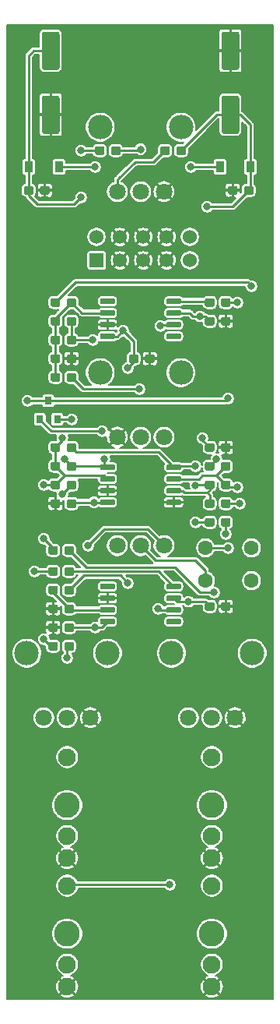
<source format=gbr>
G04 #@! TF.GenerationSoftware,KiCad,Pcbnew,5.1.4*
G04 #@! TF.CreationDate,2019-09-20T20:02:23+02:00*
G04 #@! TF.ProjectId,PolivoksVCF,506f6c69-766f-46b7-9356-43462e6b6963,rev?*
G04 #@! TF.SameCoordinates,Original*
G04 #@! TF.FileFunction,Copper,L1,Top*
G04 #@! TF.FilePolarity,Positive*
%FSLAX46Y46*%
G04 Gerber Fmt 4.6, Leading zero omitted, Abs format (unit mm)*
G04 Created by KiCad (PCBNEW 5.1.4) date 2019-09-20 20:02:23*
%MOMM*%
%LPD*%
G04 APERTURE LIST*
%ADD10C,1.600000*%
%ADD11C,0.100000*%
%ADD12C,0.950000*%
%ADD13C,1.900000*%
%ADD14C,2.800000*%
%ADD15C,1.930400*%
%ADD16R,1.524000X1.524000*%
%ADD17C,1.524000*%
%ADD18R,0.800000X0.900000*%
%ADD19C,2.667000*%
%ADD20C,1.803400*%
%ADD21C,1.800000*%
%ADD22C,0.600000*%
%ADD23R,0.900000X1.200000*%
%ADD24C,0.800000*%
%ADD25C,0.250000*%
%ADD26C,0.127000*%
G04 APERTURE END LIST*
D10*
X277876000Y-74168000D03*
X272876000Y-74168000D03*
X277876000Y-77724000D03*
X272876000Y-77724000D03*
D11*
G36*
X256850779Y-64804144D02*
G01*
X256873834Y-64807563D01*
X256896443Y-64813227D01*
X256918387Y-64821079D01*
X256939457Y-64831044D01*
X256959448Y-64843026D01*
X256978168Y-64856910D01*
X256995438Y-64872562D01*
X257011090Y-64889832D01*
X257024974Y-64908552D01*
X257036956Y-64928543D01*
X257046921Y-64949613D01*
X257054773Y-64971557D01*
X257060437Y-64994166D01*
X257063856Y-65017221D01*
X257065000Y-65040500D01*
X257065000Y-65515500D01*
X257063856Y-65538779D01*
X257060437Y-65561834D01*
X257054773Y-65584443D01*
X257046921Y-65606387D01*
X257036956Y-65627457D01*
X257024974Y-65647448D01*
X257011090Y-65666168D01*
X256995438Y-65683438D01*
X256978168Y-65699090D01*
X256959448Y-65712974D01*
X256939457Y-65724956D01*
X256918387Y-65734921D01*
X256896443Y-65742773D01*
X256873834Y-65748437D01*
X256850779Y-65751856D01*
X256827500Y-65753000D01*
X256252500Y-65753000D01*
X256229221Y-65751856D01*
X256206166Y-65748437D01*
X256183557Y-65742773D01*
X256161613Y-65734921D01*
X256140543Y-65724956D01*
X256120552Y-65712974D01*
X256101832Y-65699090D01*
X256084562Y-65683438D01*
X256068910Y-65666168D01*
X256055026Y-65647448D01*
X256043044Y-65627457D01*
X256033079Y-65606387D01*
X256025227Y-65584443D01*
X256019563Y-65561834D01*
X256016144Y-65538779D01*
X256015000Y-65515500D01*
X256015000Y-65040500D01*
X256016144Y-65017221D01*
X256019563Y-64994166D01*
X256025227Y-64971557D01*
X256033079Y-64949613D01*
X256043044Y-64928543D01*
X256055026Y-64908552D01*
X256068910Y-64889832D01*
X256084562Y-64872562D01*
X256101832Y-64856910D01*
X256120552Y-64843026D01*
X256140543Y-64831044D01*
X256161613Y-64821079D01*
X256183557Y-64813227D01*
X256206166Y-64807563D01*
X256229221Y-64804144D01*
X256252500Y-64803000D01*
X256827500Y-64803000D01*
X256850779Y-64804144D01*
X256850779Y-64804144D01*
G37*
D12*
X256540000Y-65278000D03*
D11*
G36*
X258600779Y-64804144D02*
G01*
X258623834Y-64807563D01*
X258646443Y-64813227D01*
X258668387Y-64821079D01*
X258689457Y-64831044D01*
X258709448Y-64843026D01*
X258728168Y-64856910D01*
X258745438Y-64872562D01*
X258761090Y-64889832D01*
X258774974Y-64908552D01*
X258786956Y-64928543D01*
X258796921Y-64949613D01*
X258804773Y-64971557D01*
X258810437Y-64994166D01*
X258813856Y-65017221D01*
X258815000Y-65040500D01*
X258815000Y-65515500D01*
X258813856Y-65538779D01*
X258810437Y-65561834D01*
X258804773Y-65584443D01*
X258796921Y-65606387D01*
X258786956Y-65627457D01*
X258774974Y-65647448D01*
X258761090Y-65666168D01*
X258745438Y-65683438D01*
X258728168Y-65699090D01*
X258709448Y-65712974D01*
X258689457Y-65724956D01*
X258668387Y-65734921D01*
X258646443Y-65742773D01*
X258623834Y-65748437D01*
X258600779Y-65751856D01*
X258577500Y-65753000D01*
X258002500Y-65753000D01*
X257979221Y-65751856D01*
X257956166Y-65748437D01*
X257933557Y-65742773D01*
X257911613Y-65734921D01*
X257890543Y-65724956D01*
X257870552Y-65712974D01*
X257851832Y-65699090D01*
X257834562Y-65683438D01*
X257818910Y-65666168D01*
X257805026Y-65647448D01*
X257793044Y-65627457D01*
X257783079Y-65606387D01*
X257775227Y-65584443D01*
X257769563Y-65561834D01*
X257766144Y-65538779D01*
X257765000Y-65515500D01*
X257765000Y-65040500D01*
X257766144Y-65017221D01*
X257769563Y-64994166D01*
X257775227Y-64971557D01*
X257783079Y-64949613D01*
X257793044Y-64928543D01*
X257805026Y-64908552D01*
X257818910Y-64889832D01*
X257834562Y-64872562D01*
X257851832Y-64856910D01*
X257870552Y-64843026D01*
X257890543Y-64831044D01*
X257911613Y-64821079D01*
X257933557Y-64813227D01*
X257956166Y-64807563D01*
X257979221Y-64804144D01*
X258002500Y-64803000D01*
X258577500Y-64803000D01*
X258600779Y-64804144D01*
X258600779Y-64804144D01*
G37*
D12*
X258290000Y-65278000D03*
D11*
G36*
X256850779Y-49056144D02*
G01*
X256873834Y-49059563D01*
X256896443Y-49065227D01*
X256918387Y-49073079D01*
X256939457Y-49083044D01*
X256959448Y-49095026D01*
X256978168Y-49108910D01*
X256995438Y-49124562D01*
X257011090Y-49141832D01*
X257024974Y-49160552D01*
X257036956Y-49180543D01*
X257046921Y-49201613D01*
X257054773Y-49223557D01*
X257060437Y-49246166D01*
X257063856Y-49269221D01*
X257065000Y-49292500D01*
X257065000Y-49767500D01*
X257063856Y-49790779D01*
X257060437Y-49813834D01*
X257054773Y-49836443D01*
X257046921Y-49858387D01*
X257036956Y-49879457D01*
X257024974Y-49899448D01*
X257011090Y-49918168D01*
X256995438Y-49935438D01*
X256978168Y-49951090D01*
X256959448Y-49964974D01*
X256939457Y-49976956D01*
X256918387Y-49986921D01*
X256896443Y-49994773D01*
X256873834Y-50000437D01*
X256850779Y-50003856D01*
X256827500Y-50005000D01*
X256252500Y-50005000D01*
X256229221Y-50003856D01*
X256206166Y-50000437D01*
X256183557Y-49994773D01*
X256161613Y-49986921D01*
X256140543Y-49976956D01*
X256120552Y-49964974D01*
X256101832Y-49951090D01*
X256084562Y-49935438D01*
X256068910Y-49918168D01*
X256055026Y-49899448D01*
X256043044Y-49879457D01*
X256033079Y-49858387D01*
X256025227Y-49836443D01*
X256019563Y-49813834D01*
X256016144Y-49790779D01*
X256015000Y-49767500D01*
X256015000Y-49292500D01*
X256016144Y-49269221D01*
X256019563Y-49246166D01*
X256025227Y-49223557D01*
X256033079Y-49201613D01*
X256043044Y-49180543D01*
X256055026Y-49160552D01*
X256068910Y-49141832D01*
X256084562Y-49124562D01*
X256101832Y-49108910D01*
X256120552Y-49095026D01*
X256140543Y-49083044D01*
X256161613Y-49073079D01*
X256183557Y-49065227D01*
X256206166Y-49059563D01*
X256229221Y-49056144D01*
X256252500Y-49055000D01*
X256827500Y-49055000D01*
X256850779Y-49056144D01*
X256850779Y-49056144D01*
G37*
D12*
X256540000Y-49530000D03*
D11*
G36*
X258600779Y-49056144D02*
G01*
X258623834Y-49059563D01*
X258646443Y-49065227D01*
X258668387Y-49073079D01*
X258689457Y-49083044D01*
X258709448Y-49095026D01*
X258728168Y-49108910D01*
X258745438Y-49124562D01*
X258761090Y-49141832D01*
X258774974Y-49160552D01*
X258786956Y-49180543D01*
X258796921Y-49201613D01*
X258804773Y-49223557D01*
X258810437Y-49246166D01*
X258813856Y-49269221D01*
X258815000Y-49292500D01*
X258815000Y-49767500D01*
X258813856Y-49790779D01*
X258810437Y-49813834D01*
X258804773Y-49836443D01*
X258796921Y-49858387D01*
X258786956Y-49879457D01*
X258774974Y-49899448D01*
X258761090Y-49918168D01*
X258745438Y-49935438D01*
X258728168Y-49951090D01*
X258709448Y-49964974D01*
X258689457Y-49976956D01*
X258668387Y-49986921D01*
X258646443Y-49994773D01*
X258623834Y-50000437D01*
X258600779Y-50003856D01*
X258577500Y-50005000D01*
X258002500Y-50005000D01*
X257979221Y-50003856D01*
X257956166Y-50000437D01*
X257933557Y-49994773D01*
X257911613Y-49986921D01*
X257890543Y-49976956D01*
X257870552Y-49964974D01*
X257851832Y-49951090D01*
X257834562Y-49935438D01*
X257818910Y-49918168D01*
X257805026Y-49899448D01*
X257793044Y-49879457D01*
X257783079Y-49858387D01*
X257775227Y-49836443D01*
X257769563Y-49813834D01*
X257766144Y-49790779D01*
X257765000Y-49767500D01*
X257765000Y-49292500D01*
X257766144Y-49269221D01*
X257769563Y-49246166D01*
X257775227Y-49223557D01*
X257783079Y-49201613D01*
X257793044Y-49180543D01*
X257805026Y-49160552D01*
X257818910Y-49141832D01*
X257834562Y-49124562D01*
X257851832Y-49108910D01*
X257870552Y-49095026D01*
X257890543Y-49083044D01*
X257911613Y-49073079D01*
X257933557Y-49065227D01*
X257956166Y-49059563D01*
X257979221Y-49056144D01*
X258002500Y-49055000D01*
X258577500Y-49055000D01*
X258600779Y-49056144D01*
X258600779Y-49056144D01*
G37*
D12*
X258290000Y-49530000D03*
D11*
G36*
X273642779Y-66836144D02*
G01*
X273665834Y-66839563D01*
X273688443Y-66845227D01*
X273710387Y-66853079D01*
X273731457Y-66863044D01*
X273751448Y-66875026D01*
X273770168Y-66888910D01*
X273787438Y-66904562D01*
X273803090Y-66921832D01*
X273816974Y-66940552D01*
X273828956Y-66960543D01*
X273838921Y-66981613D01*
X273846773Y-67003557D01*
X273852437Y-67026166D01*
X273855856Y-67049221D01*
X273857000Y-67072500D01*
X273857000Y-67547500D01*
X273855856Y-67570779D01*
X273852437Y-67593834D01*
X273846773Y-67616443D01*
X273838921Y-67638387D01*
X273828956Y-67659457D01*
X273816974Y-67679448D01*
X273803090Y-67698168D01*
X273787438Y-67715438D01*
X273770168Y-67731090D01*
X273751448Y-67744974D01*
X273731457Y-67756956D01*
X273710387Y-67766921D01*
X273688443Y-67774773D01*
X273665834Y-67780437D01*
X273642779Y-67783856D01*
X273619500Y-67785000D01*
X273044500Y-67785000D01*
X273021221Y-67783856D01*
X272998166Y-67780437D01*
X272975557Y-67774773D01*
X272953613Y-67766921D01*
X272932543Y-67756956D01*
X272912552Y-67744974D01*
X272893832Y-67731090D01*
X272876562Y-67715438D01*
X272860910Y-67698168D01*
X272847026Y-67679448D01*
X272835044Y-67659457D01*
X272825079Y-67638387D01*
X272817227Y-67616443D01*
X272811563Y-67593834D01*
X272808144Y-67570779D01*
X272807000Y-67547500D01*
X272807000Y-67072500D01*
X272808144Y-67049221D01*
X272811563Y-67026166D01*
X272817227Y-67003557D01*
X272825079Y-66981613D01*
X272835044Y-66960543D01*
X272847026Y-66940552D01*
X272860910Y-66921832D01*
X272876562Y-66904562D01*
X272893832Y-66888910D01*
X272912552Y-66875026D01*
X272932543Y-66863044D01*
X272953613Y-66853079D01*
X272975557Y-66845227D01*
X272998166Y-66839563D01*
X273021221Y-66836144D01*
X273044500Y-66835000D01*
X273619500Y-66835000D01*
X273642779Y-66836144D01*
X273642779Y-66836144D01*
G37*
D12*
X273332000Y-67310000D03*
D11*
G36*
X275392779Y-66836144D02*
G01*
X275415834Y-66839563D01*
X275438443Y-66845227D01*
X275460387Y-66853079D01*
X275481457Y-66863044D01*
X275501448Y-66875026D01*
X275520168Y-66888910D01*
X275537438Y-66904562D01*
X275553090Y-66921832D01*
X275566974Y-66940552D01*
X275578956Y-66960543D01*
X275588921Y-66981613D01*
X275596773Y-67003557D01*
X275602437Y-67026166D01*
X275605856Y-67049221D01*
X275607000Y-67072500D01*
X275607000Y-67547500D01*
X275605856Y-67570779D01*
X275602437Y-67593834D01*
X275596773Y-67616443D01*
X275588921Y-67638387D01*
X275578956Y-67659457D01*
X275566974Y-67679448D01*
X275553090Y-67698168D01*
X275537438Y-67715438D01*
X275520168Y-67731090D01*
X275501448Y-67744974D01*
X275481457Y-67756956D01*
X275460387Y-67766921D01*
X275438443Y-67774773D01*
X275415834Y-67780437D01*
X275392779Y-67783856D01*
X275369500Y-67785000D01*
X274794500Y-67785000D01*
X274771221Y-67783856D01*
X274748166Y-67780437D01*
X274725557Y-67774773D01*
X274703613Y-67766921D01*
X274682543Y-67756956D01*
X274662552Y-67744974D01*
X274643832Y-67731090D01*
X274626562Y-67715438D01*
X274610910Y-67698168D01*
X274597026Y-67679448D01*
X274585044Y-67659457D01*
X274575079Y-67638387D01*
X274567227Y-67616443D01*
X274561563Y-67593834D01*
X274558144Y-67570779D01*
X274557000Y-67547500D01*
X274557000Y-67072500D01*
X274558144Y-67049221D01*
X274561563Y-67026166D01*
X274567227Y-67003557D01*
X274575079Y-66981613D01*
X274585044Y-66960543D01*
X274597026Y-66940552D01*
X274610910Y-66921832D01*
X274626562Y-66904562D01*
X274643832Y-66888910D01*
X274662552Y-66875026D01*
X274682543Y-66863044D01*
X274703613Y-66853079D01*
X274725557Y-66845227D01*
X274748166Y-66839563D01*
X274771221Y-66836144D01*
X274794500Y-66835000D01*
X275369500Y-66835000D01*
X275392779Y-66836144D01*
X275392779Y-66836144D01*
G37*
D12*
X275082000Y-67310000D03*
D11*
G36*
X265373779Y-53120144D02*
G01*
X265396834Y-53123563D01*
X265419443Y-53129227D01*
X265441387Y-53137079D01*
X265462457Y-53147044D01*
X265482448Y-53159026D01*
X265501168Y-53172910D01*
X265518438Y-53188562D01*
X265534090Y-53205832D01*
X265547974Y-53224552D01*
X265559956Y-53244543D01*
X265569921Y-53265613D01*
X265577773Y-53287557D01*
X265583437Y-53310166D01*
X265586856Y-53333221D01*
X265588000Y-53356500D01*
X265588000Y-53831500D01*
X265586856Y-53854779D01*
X265583437Y-53877834D01*
X265577773Y-53900443D01*
X265569921Y-53922387D01*
X265559956Y-53943457D01*
X265547974Y-53963448D01*
X265534090Y-53982168D01*
X265518438Y-53999438D01*
X265501168Y-54015090D01*
X265482448Y-54028974D01*
X265462457Y-54040956D01*
X265441387Y-54050921D01*
X265419443Y-54058773D01*
X265396834Y-54064437D01*
X265373779Y-54067856D01*
X265350500Y-54069000D01*
X264775500Y-54069000D01*
X264752221Y-54067856D01*
X264729166Y-54064437D01*
X264706557Y-54058773D01*
X264684613Y-54050921D01*
X264663543Y-54040956D01*
X264643552Y-54028974D01*
X264624832Y-54015090D01*
X264607562Y-53999438D01*
X264591910Y-53982168D01*
X264578026Y-53963448D01*
X264566044Y-53943457D01*
X264556079Y-53922387D01*
X264548227Y-53900443D01*
X264542563Y-53877834D01*
X264539144Y-53854779D01*
X264538000Y-53831500D01*
X264538000Y-53356500D01*
X264539144Y-53333221D01*
X264542563Y-53310166D01*
X264548227Y-53287557D01*
X264556079Y-53265613D01*
X264566044Y-53244543D01*
X264578026Y-53224552D01*
X264591910Y-53205832D01*
X264607562Y-53188562D01*
X264624832Y-53172910D01*
X264643552Y-53159026D01*
X264663543Y-53147044D01*
X264684613Y-53137079D01*
X264706557Y-53129227D01*
X264729166Y-53123563D01*
X264752221Y-53120144D01*
X264775500Y-53119000D01*
X265350500Y-53119000D01*
X265373779Y-53120144D01*
X265373779Y-53120144D01*
G37*
D12*
X265063000Y-53594000D03*
D11*
G36*
X267123779Y-53120144D02*
G01*
X267146834Y-53123563D01*
X267169443Y-53129227D01*
X267191387Y-53137079D01*
X267212457Y-53147044D01*
X267232448Y-53159026D01*
X267251168Y-53172910D01*
X267268438Y-53188562D01*
X267284090Y-53205832D01*
X267297974Y-53224552D01*
X267309956Y-53244543D01*
X267319921Y-53265613D01*
X267327773Y-53287557D01*
X267333437Y-53310166D01*
X267336856Y-53333221D01*
X267338000Y-53356500D01*
X267338000Y-53831500D01*
X267336856Y-53854779D01*
X267333437Y-53877834D01*
X267327773Y-53900443D01*
X267319921Y-53922387D01*
X267309956Y-53943457D01*
X267297974Y-53963448D01*
X267284090Y-53982168D01*
X267268438Y-53999438D01*
X267251168Y-54015090D01*
X267232448Y-54028974D01*
X267212457Y-54040956D01*
X267191387Y-54050921D01*
X267169443Y-54058773D01*
X267146834Y-54064437D01*
X267123779Y-54067856D01*
X267100500Y-54069000D01*
X266525500Y-54069000D01*
X266502221Y-54067856D01*
X266479166Y-54064437D01*
X266456557Y-54058773D01*
X266434613Y-54050921D01*
X266413543Y-54040956D01*
X266393552Y-54028974D01*
X266374832Y-54015090D01*
X266357562Y-53999438D01*
X266341910Y-53982168D01*
X266328026Y-53963448D01*
X266316044Y-53943457D01*
X266306079Y-53922387D01*
X266298227Y-53900443D01*
X266292563Y-53877834D01*
X266289144Y-53854779D01*
X266288000Y-53831500D01*
X266288000Y-53356500D01*
X266289144Y-53333221D01*
X266292563Y-53310166D01*
X266298227Y-53287557D01*
X266306079Y-53265613D01*
X266316044Y-53244543D01*
X266328026Y-53224552D01*
X266341910Y-53205832D01*
X266357562Y-53188562D01*
X266374832Y-53172910D01*
X266393552Y-53159026D01*
X266413543Y-53147044D01*
X266434613Y-53137079D01*
X266456557Y-53129227D01*
X266479166Y-53123563D01*
X266502221Y-53120144D01*
X266525500Y-53119000D01*
X267100500Y-53119000D01*
X267123779Y-53120144D01*
X267123779Y-53120144D01*
G37*
D12*
X266813000Y-53594000D03*
D11*
G36*
X273642779Y-49056144D02*
G01*
X273665834Y-49059563D01*
X273688443Y-49065227D01*
X273710387Y-49073079D01*
X273731457Y-49083044D01*
X273751448Y-49095026D01*
X273770168Y-49108910D01*
X273787438Y-49124562D01*
X273803090Y-49141832D01*
X273816974Y-49160552D01*
X273828956Y-49180543D01*
X273838921Y-49201613D01*
X273846773Y-49223557D01*
X273852437Y-49246166D01*
X273855856Y-49269221D01*
X273857000Y-49292500D01*
X273857000Y-49767500D01*
X273855856Y-49790779D01*
X273852437Y-49813834D01*
X273846773Y-49836443D01*
X273838921Y-49858387D01*
X273828956Y-49879457D01*
X273816974Y-49899448D01*
X273803090Y-49918168D01*
X273787438Y-49935438D01*
X273770168Y-49951090D01*
X273751448Y-49964974D01*
X273731457Y-49976956D01*
X273710387Y-49986921D01*
X273688443Y-49994773D01*
X273665834Y-50000437D01*
X273642779Y-50003856D01*
X273619500Y-50005000D01*
X273044500Y-50005000D01*
X273021221Y-50003856D01*
X272998166Y-50000437D01*
X272975557Y-49994773D01*
X272953613Y-49986921D01*
X272932543Y-49976956D01*
X272912552Y-49964974D01*
X272893832Y-49951090D01*
X272876562Y-49935438D01*
X272860910Y-49918168D01*
X272847026Y-49899448D01*
X272835044Y-49879457D01*
X272825079Y-49858387D01*
X272817227Y-49836443D01*
X272811563Y-49813834D01*
X272808144Y-49790779D01*
X272807000Y-49767500D01*
X272807000Y-49292500D01*
X272808144Y-49269221D01*
X272811563Y-49246166D01*
X272817227Y-49223557D01*
X272825079Y-49201613D01*
X272835044Y-49180543D01*
X272847026Y-49160552D01*
X272860910Y-49141832D01*
X272876562Y-49124562D01*
X272893832Y-49108910D01*
X272912552Y-49095026D01*
X272932543Y-49083044D01*
X272953613Y-49073079D01*
X272975557Y-49065227D01*
X272998166Y-49059563D01*
X273021221Y-49056144D01*
X273044500Y-49055000D01*
X273619500Y-49055000D01*
X273642779Y-49056144D01*
X273642779Y-49056144D01*
G37*
D12*
X273332000Y-49530000D03*
D11*
G36*
X275392779Y-49056144D02*
G01*
X275415834Y-49059563D01*
X275438443Y-49065227D01*
X275460387Y-49073079D01*
X275481457Y-49083044D01*
X275501448Y-49095026D01*
X275520168Y-49108910D01*
X275537438Y-49124562D01*
X275553090Y-49141832D01*
X275566974Y-49160552D01*
X275578956Y-49180543D01*
X275588921Y-49201613D01*
X275596773Y-49223557D01*
X275602437Y-49246166D01*
X275605856Y-49269221D01*
X275607000Y-49292500D01*
X275607000Y-49767500D01*
X275605856Y-49790779D01*
X275602437Y-49813834D01*
X275596773Y-49836443D01*
X275588921Y-49858387D01*
X275578956Y-49879457D01*
X275566974Y-49899448D01*
X275553090Y-49918168D01*
X275537438Y-49935438D01*
X275520168Y-49951090D01*
X275501448Y-49964974D01*
X275481457Y-49976956D01*
X275460387Y-49986921D01*
X275438443Y-49994773D01*
X275415834Y-50000437D01*
X275392779Y-50003856D01*
X275369500Y-50005000D01*
X274794500Y-50005000D01*
X274771221Y-50003856D01*
X274748166Y-50000437D01*
X274725557Y-49994773D01*
X274703613Y-49986921D01*
X274682543Y-49976956D01*
X274662552Y-49964974D01*
X274643832Y-49951090D01*
X274626562Y-49935438D01*
X274610910Y-49918168D01*
X274597026Y-49899448D01*
X274585044Y-49879457D01*
X274575079Y-49858387D01*
X274567227Y-49836443D01*
X274561563Y-49813834D01*
X274558144Y-49790779D01*
X274557000Y-49767500D01*
X274557000Y-49292500D01*
X274558144Y-49269221D01*
X274561563Y-49246166D01*
X274567227Y-49223557D01*
X274575079Y-49201613D01*
X274585044Y-49180543D01*
X274597026Y-49160552D01*
X274610910Y-49141832D01*
X274626562Y-49124562D01*
X274643832Y-49108910D01*
X274662552Y-49095026D01*
X274682543Y-49083044D01*
X274703613Y-49073079D01*
X274725557Y-49065227D01*
X274748166Y-49059563D01*
X274771221Y-49056144D01*
X274794500Y-49055000D01*
X275369500Y-49055000D01*
X275392779Y-49056144D01*
X275392779Y-49056144D01*
G37*
D12*
X275082000Y-49530000D03*
D11*
G36*
X256756504Y-25023204D02*
G01*
X256780773Y-25026804D01*
X256804571Y-25032765D01*
X256827671Y-25041030D01*
X256849849Y-25051520D01*
X256870893Y-25064133D01*
X256890598Y-25078747D01*
X256908777Y-25095223D01*
X256925253Y-25113402D01*
X256939867Y-25133107D01*
X256952480Y-25154151D01*
X256962970Y-25176329D01*
X256971235Y-25199429D01*
X256977196Y-25223227D01*
X256980796Y-25247496D01*
X256982000Y-25272000D01*
X256982000Y-28922000D01*
X256980796Y-28946504D01*
X256977196Y-28970773D01*
X256971235Y-28994571D01*
X256962970Y-29017671D01*
X256952480Y-29039849D01*
X256939867Y-29060893D01*
X256925253Y-29080598D01*
X256908777Y-29098777D01*
X256890598Y-29115253D01*
X256870893Y-29129867D01*
X256849849Y-29142480D01*
X256827671Y-29152970D01*
X256804571Y-29161235D01*
X256780773Y-29167196D01*
X256756504Y-29170796D01*
X256732000Y-29172000D01*
X255332000Y-29172000D01*
X255307496Y-29170796D01*
X255283227Y-29167196D01*
X255259429Y-29161235D01*
X255236329Y-29152970D01*
X255214151Y-29142480D01*
X255193107Y-29129867D01*
X255173402Y-29115253D01*
X255155223Y-29098777D01*
X255138747Y-29080598D01*
X255124133Y-29060893D01*
X255111520Y-29039849D01*
X255101030Y-29017671D01*
X255092765Y-28994571D01*
X255086804Y-28970773D01*
X255083204Y-28946504D01*
X255082000Y-28922000D01*
X255082000Y-25272000D01*
X255083204Y-25247496D01*
X255086804Y-25223227D01*
X255092765Y-25199429D01*
X255101030Y-25176329D01*
X255111520Y-25154151D01*
X255124133Y-25133107D01*
X255138747Y-25113402D01*
X255155223Y-25095223D01*
X255173402Y-25078747D01*
X255193107Y-25064133D01*
X255214151Y-25051520D01*
X255236329Y-25041030D01*
X255259429Y-25032765D01*
X255283227Y-25026804D01*
X255307496Y-25023204D01*
X255332000Y-25022000D01*
X256732000Y-25022000D01*
X256756504Y-25023204D01*
X256756504Y-25023204D01*
G37*
D13*
X256032000Y-27097000D03*
D11*
G36*
X256756504Y-18073204D02*
G01*
X256780773Y-18076804D01*
X256804571Y-18082765D01*
X256827671Y-18091030D01*
X256849849Y-18101520D01*
X256870893Y-18114133D01*
X256890598Y-18128747D01*
X256908777Y-18145223D01*
X256925253Y-18163402D01*
X256939867Y-18183107D01*
X256952480Y-18204151D01*
X256962970Y-18226329D01*
X256971235Y-18249429D01*
X256977196Y-18273227D01*
X256980796Y-18297496D01*
X256982000Y-18322000D01*
X256982000Y-21972000D01*
X256980796Y-21996504D01*
X256977196Y-22020773D01*
X256971235Y-22044571D01*
X256962970Y-22067671D01*
X256952480Y-22089849D01*
X256939867Y-22110893D01*
X256925253Y-22130598D01*
X256908777Y-22148777D01*
X256890598Y-22165253D01*
X256870893Y-22179867D01*
X256849849Y-22192480D01*
X256827671Y-22202970D01*
X256804571Y-22211235D01*
X256780773Y-22217196D01*
X256756504Y-22220796D01*
X256732000Y-22222000D01*
X255332000Y-22222000D01*
X255307496Y-22220796D01*
X255283227Y-22217196D01*
X255259429Y-22211235D01*
X255236329Y-22202970D01*
X255214151Y-22192480D01*
X255193107Y-22179867D01*
X255173402Y-22165253D01*
X255155223Y-22148777D01*
X255138747Y-22130598D01*
X255124133Y-22110893D01*
X255111520Y-22089849D01*
X255101030Y-22067671D01*
X255092765Y-22044571D01*
X255086804Y-22020773D01*
X255083204Y-21996504D01*
X255082000Y-21972000D01*
X255082000Y-18322000D01*
X255083204Y-18297496D01*
X255086804Y-18273227D01*
X255092765Y-18249429D01*
X255101030Y-18226329D01*
X255111520Y-18204151D01*
X255124133Y-18183107D01*
X255138747Y-18163402D01*
X255155223Y-18145223D01*
X255173402Y-18128747D01*
X255193107Y-18114133D01*
X255214151Y-18101520D01*
X255236329Y-18091030D01*
X255259429Y-18082765D01*
X255283227Y-18076804D01*
X255307496Y-18073204D01*
X255332000Y-18072000D01*
X256732000Y-18072000D01*
X256756504Y-18073204D01*
X256756504Y-18073204D01*
G37*
D13*
X256032000Y-20147000D03*
D11*
G36*
X276314504Y-18073204D02*
G01*
X276338773Y-18076804D01*
X276362571Y-18082765D01*
X276385671Y-18091030D01*
X276407849Y-18101520D01*
X276428893Y-18114133D01*
X276448598Y-18128747D01*
X276466777Y-18145223D01*
X276483253Y-18163402D01*
X276497867Y-18183107D01*
X276510480Y-18204151D01*
X276520970Y-18226329D01*
X276529235Y-18249429D01*
X276535196Y-18273227D01*
X276538796Y-18297496D01*
X276540000Y-18322000D01*
X276540000Y-21972000D01*
X276538796Y-21996504D01*
X276535196Y-22020773D01*
X276529235Y-22044571D01*
X276520970Y-22067671D01*
X276510480Y-22089849D01*
X276497867Y-22110893D01*
X276483253Y-22130598D01*
X276466777Y-22148777D01*
X276448598Y-22165253D01*
X276428893Y-22179867D01*
X276407849Y-22192480D01*
X276385671Y-22202970D01*
X276362571Y-22211235D01*
X276338773Y-22217196D01*
X276314504Y-22220796D01*
X276290000Y-22222000D01*
X274890000Y-22222000D01*
X274865496Y-22220796D01*
X274841227Y-22217196D01*
X274817429Y-22211235D01*
X274794329Y-22202970D01*
X274772151Y-22192480D01*
X274751107Y-22179867D01*
X274731402Y-22165253D01*
X274713223Y-22148777D01*
X274696747Y-22130598D01*
X274682133Y-22110893D01*
X274669520Y-22089849D01*
X274659030Y-22067671D01*
X274650765Y-22044571D01*
X274644804Y-22020773D01*
X274641204Y-21996504D01*
X274640000Y-21972000D01*
X274640000Y-18322000D01*
X274641204Y-18297496D01*
X274644804Y-18273227D01*
X274650765Y-18249429D01*
X274659030Y-18226329D01*
X274669520Y-18204151D01*
X274682133Y-18183107D01*
X274696747Y-18163402D01*
X274713223Y-18145223D01*
X274731402Y-18128747D01*
X274751107Y-18114133D01*
X274772151Y-18101520D01*
X274794329Y-18091030D01*
X274817429Y-18082765D01*
X274841227Y-18076804D01*
X274865496Y-18073204D01*
X274890000Y-18072000D01*
X276290000Y-18072000D01*
X276314504Y-18073204D01*
X276314504Y-18073204D01*
G37*
D13*
X275590000Y-20147000D03*
D11*
G36*
X276314504Y-25023204D02*
G01*
X276338773Y-25026804D01*
X276362571Y-25032765D01*
X276385671Y-25041030D01*
X276407849Y-25051520D01*
X276428893Y-25064133D01*
X276448598Y-25078747D01*
X276466777Y-25095223D01*
X276483253Y-25113402D01*
X276497867Y-25133107D01*
X276510480Y-25154151D01*
X276520970Y-25176329D01*
X276529235Y-25199429D01*
X276535196Y-25223227D01*
X276538796Y-25247496D01*
X276540000Y-25272000D01*
X276540000Y-28922000D01*
X276538796Y-28946504D01*
X276535196Y-28970773D01*
X276529235Y-28994571D01*
X276520970Y-29017671D01*
X276510480Y-29039849D01*
X276497867Y-29060893D01*
X276483253Y-29080598D01*
X276466777Y-29098777D01*
X276448598Y-29115253D01*
X276428893Y-29129867D01*
X276407849Y-29142480D01*
X276385671Y-29152970D01*
X276362571Y-29161235D01*
X276338773Y-29167196D01*
X276314504Y-29170796D01*
X276290000Y-29172000D01*
X274890000Y-29172000D01*
X274865496Y-29170796D01*
X274841227Y-29167196D01*
X274817429Y-29161235D01*
X274794329Y-29152970D01*
X274772151Y-29142480D01*
X274751107Y-29129867D01*
X274731402Y-29115253D01*
X274713223Y-29098777D01*
X274696747Y-29080598D01*
X274682133Y-29060893D01*
X274669520Y-29039849D01*
X274659030Y-29017671D01*
X274650765Y-28994571D01*
X274644804Y-28970773D01*
X274641204Y-28946504D01*
X274640000Y-28922000D01*
X274640000Y-25272000D01*
X274641204Y-25247496D01*
X274644804Y-25223227D01*
X274650765Y-25199429D01*
X274659030Y-25176329D01*
X274669520Y-25154151D01*
X274682133Y-25133107D01*
X274696747Y-25113402D01*
X274713223Y-25095223D01*
X274731402Y-25078747D01*
X274751107Y-25064133D01*
X274772151Y-25051520D01*
X274794329Y-25041030D01*
X274817429Y-25032765D01*
X274841227Y-25026804D01*
X274865496Y-25023204D01*
X274890000Y-25022000D01*
X276290000Y-25022000D01*
X276314504Y-25023204D01*
X276314504Y-25023204D01*
G37*
D13*
X275590000Y-27097000D03*
D11*
G36*
X258600779Y-68868144D02*
G01*
X258623834Y-68871563D01*
X258646443Y-68877227D01*
X258668387Y-68885079D01*
X258689457Y-68895044D01*
X258709448Y-68907026D01*
X258728168Y-68920910D01*
X258745438Y-68936562D01*
X258761090Y-68953832D01*
X258774974Y-68972552D01*
X258786956Y-68992543D01*
X258796921Y-69013613D01*
X258804773Y-69035557D01*
X258810437Y-69058166D01*
X258813856Y-69081221D01*
X258815000Y-69104500D01*
X258815000Y-69579500D01*
X258813856Y-69602779D01*
X258810437Y-69625834D01*
X258804773Y-69648443D01*
X258796921Y-69670387D01*
X258786956Y-69691457D01*
X258774974Y-69711448D01*
X258761090Y-69730168D01*
X258745438Y-69747438D01*
X258728168Y-69763090D01*
X258709448Y-69776974D01*
X258689457Y-69788956D01*
X258668387Y-69798921D01*
X258646443Y-69806773D01*
X258623834Y-69812437D01*
X258600779Y-69815856D01*
X258577500Y-69817000D01*
X258002500Y-69817000D01*
X257979221Y-69815856D01*
X257956166Y-69812437D01*
X257933557Y-69806773D01*
X257911613Y-69798921D01*
X257890543Y-69788956D01*
X257870552Y-69776974D01*
X257851832Y-69763090D01*
X257834562Y-69747438D01*
X257818910Y-69730168D01*
X257805026Y-69711448D01*
X257793044Y-69691457D01*
X257783079Y-69670387D01*
X257775227Y-69648443D01*
X257769563Y-69625834D01*
X257766144Y-69602779D01*
X257765000Y-69579500D01*
X257765000Y-69104500D01*
X257766144Y-69081221D01*
X257769563Y-69058166D01*
X257775227Y-69035557D01*
X257783079Y-69013613D01*
X257793044Y-68992543D01*
X257805026Y-68972552D01*
X257818910Y-68953832D01*
X257834562Y-68936562D01*
X257851832Y-68920910D01*
X257870552Y-68907026D01*
X257890543Y-68895044D01*
X257911613Y-68885079D01*
X257933557Y-68877227D01*
X257956166Y-68871563D01*
X257979221Y-68868144D01*
X258002500Y-68867000D01*
X258577500Y-68867000D01*
X258600779Y-68868144D01*
X258600779Y-68868144D01*
G37*
D12*
X258290000Y-69342000D03*
D11*
G36*
X256850779Y-68868144D02*
G01*
X256873834Y-68871563D01*
X256896443Y-68877227D01*
X256918387Y-68885079D01*
X256939457Y-68895044D01*
X256959448Y-68907026D01*
X256978168Y-68920910D01*
X256995438Y-68936562D01*
X257011090Y-68953832D01*
X257024974Y-68972552D01*
X257036956Y-68992543D01*
X257046921Y-69013613D01*
X257054773Y-69035557D01*
X257060437Y-69058166D01*
X257063856Y-69081221D01*
X257065000Y-69104500D01*
X257065000Y-69579500D01*
X257063856Y-69602779D01*
X257060437Y-69625834D01*
X257054773Y-69648443D01*
X257046921Y-69670387D01*
X257036956Y-69691457D01*
X257024974Y-69711448D01*
X257011090Y-69730168D01*
X256995438Y-69747438D01*
X256978168Y-69763090D01*
X256959448Y-69776974D01*
X256939457Y-69788956D01*
X256918387Y-69798921D01*
X256896443Y-69806773D01*
X256873834Y-69812437D01*
X256850779Y-69815856D01*
X256827500Y-69817000D01*
X256252500Y-69817000D01*
X256229221Y-69815856D01*
X256206166Y-69812437D01*
X256183557Y-69806773D01*
X256161613Y-69798921D01*
X256140543Y-69788956D01*
X256120552Y-69776974D01*
X256101832Y-69763090D01*
X256084562Y-69747438D01*
X256068910Y-69730168D01*
X256055026Y-69711448D01*
X256043044Y-69691457D01*
X256033079Y-69670387D01*
X256025227Y-69648443D01*
X256019563Y-69625834D01*
X256016144Y-69602779D01*
X256015000Y-69579500D01*
X256015000Y-69104500D01*
X256016144Y-69081221D01*
X256019563Y-69058166D01*
X256025227Y-69035557D01*
X256033079Y-69013613D01*
X256043044Y-68992543D01*
X256055026Y-68972552D01*
X256068910Y-68953832D01*
X256084562Y-68936562D01*
X256101832Y-68920910D01*
X256120552Y-68907026D01*
X256140543Y-68895044D01*
X256161613Y-68885079D01*
X256183557Y-68877227D01*
X256206166Y-68871563D01*
X256229221Y-68868144D01*
X256252500Y-68867000D01*
X256827500Y-68867000D01*
X256850779Y-68868144D01*
X256850779Y-68868144D01*
G37*
D12*
X256540000Y-69342000D03*
D11*
G36*
X273642779Y-62772144D02*
G01*
X273665834Y-62775563D01*
X273688443Y-62781227D01*
X273710387Y-62789079D01*
X273731457Y-62799044D01*
X273751448Y-62811026D01*
X273770168Y-62824910D01*
X273787438Y-62840562D01*
X273803090Y-62857832D01*
X273816974Y-62876552D01*
X273828956Y-62896543D01*
X273838921Y-62917613D01*
X273846773Y-62939557D01*
X273852437Y-62962166D01*
X273855856Y-62985221D01*
X273857000Y-63008500D01*
X273857000Y-63483500D01*
X273855856Y-63506779D01*
X273852437Y-63529834D01*
X273846773Y-63552443D01*
X273838921Y-63574387D01*
X273828956Y-63595457D01*
X273816974Y-63615448D01*
X273803090Y-63634168D01*
X273787438Y-63651438D01*
X273770168Y-63667090D01*
X273751448Y-63680974D01*
X273731457Y-63692956D01*
X273710387Y-63702921D01*
X273688443Y-63710773D01*
X273665834Y-63716437D01*
X273642779Y-63719856D01*
X273619500Y-63721000D01*
X273044500Y-63721000D01*
X273021221Y-63719856D01*
X272998166Y-63716437D01*
X272975557Y-63710773D01*
X272953613Y-63702921D01*
X272932543Y-63692956D01*
X272912552Y-63680974D01*
X272893832Y-63667090D01*
X272876562Y-63651438D01*
X272860910Y-63634168D01*
X272847026Y-63615448D01*
X272835044Y-63595457D01*
X272825079Y-63574387D01*
X272817227Y-63552443D01*
X272811563Y-63529834D01*
X272808144Y-63506779D01*
X272807000Y-63483500D01*
X272807000Y-63008500D01*
X272808144Y-62985221D01*
X272811563Y-62962166D01*
X272817227Y-62939557D01*
X272825079Y-62917613D01*
X272835044Y-62896543D01*
X272847026Y-62876552D01*
X272860910Y-62857832D01*
X272876562Y-62840562D01*
X272893832Y-62824910D01*
X272912552Y-62811026D01*
X272932543Y-62799044D01*
X272953613Y-62789079D01*
X272975557Y-62781227D01*
X272998166Y-62775563D01*
X273021221Y-62772144D01*
X273044500Y-62771000D01*
X273619500Y-62771000D01*
X273642779Y-62772144D01*
X273642779Y-62772144D01*
G37*
D12*
X273332000Y-63246000D03*
D11*
G36*
X275392779Y-62772144D02*
G01*
X275415834Y-62775563D01*
X275438443Y-62781227D01*
X275460387Y-62789079D01*
X275481457Y-62799044D01*
X275501448Y-62811026D01*
X275520168Y-62824910D01*
X275537438Y-62840562D01*
X275553090Y-62857832D01*
X275566974Y-62876552D01*
X275578956Y-62896543D01*
X275588921Y-62917613D01*
X275596773Y-62939557D01*
X275602437Y-62962166D01*
X275605856Y-62985221D01*
X275607000Y-63008500D01*
X275607000Y-63483500D01*
X275605856Y-63506779D01*
X275602437Y-63529834D01*
X275596773Y-63552443D01*
X275588921Y-63574387D01*
X275578956Y-63595457D01*
X275566974Y-63615448D01*
X275553090Y-63634168D01*
X275537438Y-63651438D01*
X275520168Y-63667090D01*
X275501448Y-63680974D01*
X275481457Y-63692956D01*
X275460387Y-63702921D01*
X275438443Y-63710773D01*
X275415834Y-63716437D01*
X275392779Y-63719856D01*
X275369500Y-63721000D01*
X274794500Y-63721000D01*
X274771221Y-63719856D01*
X274748166Y-63716437D01*
X274725557Y-63710773D01*
X274703613Y-63702921D01*
X274682543Y-63692956D01*
X274662552Y-63680974D01*
X274643832Y-63667090D01*
X274626562Y-63651438D01*
X274610910Y-63634168D01*
X274597026Y-63615448D01*
X274585044Y-63595457D01*
X274575079Y-63574387D01*
X274567227Y-63552443D01*
X274561563Y-63529834D01*
X274558144Y-63506779D01*
X274557000Y-63483500D01*
X274557000Y-63008500D01*
X274558144Y-62985221D01*
X274561563Y-62962166D01*
X274567227Y-62939557D01*
X274575079Y-62917613D01*
X274585044Y-62896543D01*
X274597026Y-62876552D01*
X274610910Y-62857832D01*
X274626562Y-62840562D01*
X274643832Y-62824910D01*
X274662552Y-62811026D01*
X274682543Y-62799044D01*
X274703613Y-62789079D01*
X274725557Y-62781227D01*
X274748166Y-62775563D01*
X274771221Y-62772144D01*
X274794500Y-62771000D01*
X275369500Y-62771000D01*
X275392779Y-62772144D01*
X275392779Y-62772144D01*
G37*
D12*
X275082000Y-63246000D03*
D11*
G36*
X258346779Y-82330144D02*
G01*
X258369834Y-82333563D01*
X258392443Y-82339227D01*
X258414387Y-82347079D01*
X258435457Y-82357044D01*
X258455448Y-82369026D01*
X258474168Y-82382910D01*
X258491438Y-82398562D01*
X258507090Y-82415832D01*
X258520974Y-82434552D01*
X258532956Y-82454543D01*
X258542921Y-82475613D01*
X258550773Y-82497557D01*
X258556437Y-82520166D01*
X258559856Y-82543221D01*
X258561000Y-82566500D01*
X258561000Y-83041500D01*
X258559856Y-83064779D01*
X258556437Y-83087834D01*
X258550773Y-83110443D01*
X258542921Y-83132387D01*
X258532956Y-83153457D01*
X258520974Y-83173448D01*
X258507090Y-83192168D01*
X258491438Y-83209438D01*
X258474168Y-83225090D01*
X258455448Y-83238974D01*
X258435457Y-83250956D01*
X258414387Y-83260921D01*
X258392443Y-83268773D01*
X258369834Y-83274437D01*
X258346779Y-83277856D01*
X258323500Y-83279000D01*
X257748500Y-83279000D01*
X257725221Y-83277856D01*
X257702166Y-83274437D01*
X257679557Y-83268773D01*
X257657613Y-83260921D01*
X257636543Y-83250956D01*
X257616552Y-83238974D01*
X257597832Y-83225090D01*
X257580562Y-83209438D01*
X257564910Y-83192168D01*
X257551026Y-83173448D01*
X257539044Y-83153457D01*
X257529079Y-83132387D01*
X257521227Y-83110443D01*
X257515563Y-83087834D01*
X257512144Y-83064779D01*
X257511000Y-83041500D01*
X257511000Y-82566500D01*
X257512144Y-82543221D01*
X257515563Y-82520166D01*
X257521227Y-82497557D01*
X257529079Y-82475613D01*
X257539044Y-82454543D01*
X257551026Y-82434552D01*
X257564910Y-82415832D01*
X257580562Y-82398562D01*
X257597832Y-82382910D01*
X257616552Y-82369026D01*
X257636543Y-82357044D01*
X257657613Y-82347079D01*
X257679557Y-82339227D01*
X257702166Y-82333563D01*
X257725221Y-82330144D01*
X257748500Y-82329000D01*
X258323500Y-82329000D01*
X258346779Y-82330144D01*
X258346779Y-82330144D01*
G37*
D12*
X258036000Y-82804000D03*
D11*
G36*
X256596779Y-82330144D02*
G01*
X256619834Y-82333563D01*
X256642443Y-82339227D01*
X256664387Y-82347079D01*
X256685457Y-82357044D01*
X256705448Y-82369026D01*
X256724168Y-82382910D01*
X256741438Y-82398562D01*
X256757090Y-82415832D01*
X256770974Y-82434552D01*
X256782956Y-82454543D01*
X256792921Y-82475613D01*
X256800773Y-82497557D01*
X256806437Y-82520166D01*
X256809856Y-82543221D01*
X256811000Y-82566500D01*
X256811000Y-83041500D01*
X256809856Y-83064779D01*
X256806437Y-83087834D01*
X256800773Y-83110443D01*
X256792921Y-83132387D01*
X256782956Y-83153457D01*
X256770974Y-83173448D01*
X256757090Y-83192168D01*
X256741438Y-83209438D01*
X256724168Y-83225090D01*
X256705448Y-83238974D01*
X256685457Y-83250956D01*
X256664387Y-83260921D01*
X256642443Y-83268773D01*
X256619834Y-83274437D01*
X256596779Y-83277856D01*
X256573500Y-83279000D01*
X255998500Y-83279000D01*
X255975221Y-83277856D01*
X255952166Y-83274437D01*
X255929557Y-83268773D01*
X255907613Y-83260921D01*
X255886543Y-83250956D01*
X255866552Y-83238974D01*
X255847832Y-83225090D01*
X255830562Y-83209438D01*
X255814910Y-83192168D01*
X255801026Y-83173448D01*
X255789044Y-83153457D01*
X255779079Y-83132387D01*
X255771227Y-83110443D01*
X255765563Y-83087834D01*
X255762144Y-83064779D01*
X255761000Y-83041500D01*
X255761000Y-82566500D01*
X255762144Y-82543221D01*
X255765563Y-82520166D01*
X255771227Y-82497557D01*
X255779079Y-82475613D01*
X255789044Y-82454543D01*
X255801026Y-82434552D01*
X255814910Y-82415832D01*
X255830562Y-82398562D01*
X255847832Y-82382910D01*
X255866552Y-82369026D01*
X255886543Y-82357044D01*
X255907613Y-82347079D01*
X255929557Y-82339227D01*
X255952166Y-82333563D01*
X255975221Y-82330144D01*
X255998500Y-82329000D01*
X256573500Y-82329000D01*
X256596779Y-82330144D01*
X256596779Y-82330144D01*
G37*
D12*
X256286000Y-82804000D03*
D11*
G36*
X273642779Y-80044144D02*
G01*
X273665834Y-80047563D01*
X273688443Y-80053227D01*
X273710387Y-80061079D01*
X273731457Y-80071044D01*
X273751448Y-80083026D01*
X273770168Y-80096910D01*
X273787438Y-80112562D01*
X273803090Y-80129832D01*
X273816974Y-80148552D01*
X273828956Y-80168543D01*
X273838921Y-80189613D01*
X273846773Y-80211557D01*
X273852437Y-80234166D01*
X273855856Y-80257221D01*
X273857000Y-80280500D01*
X273857000Y-80755500D01*
X273855856Y-80778779D01*
X273852437Y-80801834D01*
X273846773Y-80824443D01*
X273838921Y-80846387D01*
X273828956Y-80867457D01*
X273816974Y-80887448D01*
X273803090Y-80906168D01*
X273787438Y-80923438D01*
X273770168Y-80939090D01*
X273751448Y-80952974D01*
X273731457Y-80964956D01*
X273710387Y-80974921D01*
X273688443Y-80982773D01*
X273665834Y-80988437D01*
X273642779Y-80991856D01*
X273619500Y-80993000D01*
X273044500Y-80993000D01*
X273021221Y-80991856D01*
X272998166Y-80988437D01*
X272975557Y-80982773D01*
X272953613Y-80974921D01*
X272932543Y-80964956D01*
X272912552Y-80952974D01*
X272893832Y-80939090D01*
X272876562Y-80923438D01*
X272860910Y-80906168D01*
X272847026Y-80887448D01*
X272835044Y-80867457D01*
X272825079Y-80846387D01*
X272817227Y-80824443D01*
X272811563Y-80801834D01*
X272808144Y-80778779D01*
X272807000Y-80755500D01*
X272807000Y-80280500D01*
X272808144Y-80257221D01*
X272811563Y-80234166D01*
X272817227Y-80211557D01*
X272825079Y-80189613D01*
X272835044Y-80168543D01*
X272847026Y-80148552D01*
X272860910Y-80129832D01*
X272876562Y-80112562D01*
X272893832Y-80096910D01*
X272912552Y-80083026D01*
X272932543Y-80071044D01*
X272953613Y-80061079D01*
X272975557Y-80053227D01*
X272998166Y-80047563D01*
X273021221Y-80044144D01*
X273044500Y-80043000D01*
X273619500Y-80043000D01*
X273642779Y-80044144D01*
X273642779Y-80044144D01*
G37*
D12*
X273332000Y-80518000D03*
D11*
G36*
X275392779Y-80044144D02*
G01*
X275415834Y-80047563D01*
X275438443Y-80053227D01*
X275460387Y-80061079D01*
X275481457Y-80071044D01*
X275501448Y-80083026D01*
X275520168Y-80096910D01*
X275537438Y-80112562D01*
X275553090Y-80129832D01*
X275566974Y-80148552D01*
X275578956Y-80168543D01*
X275588921Y-80189613D01*
X275596773Y-80211557D01*
X275602437Y-80234166D01*
X275605856Y-80257221D01*
X275607000Y-80280500D01*
X275607000Y-80755500D01*
X275605856Y-80778779D01*
X275602437Y-80801834D01*
X275596773Y-80824443D01*
X275588921Y-80846387D01*
X275578956Y-80867457D01*
X275566974Y-80887448D01*
X275553090Y-80906168D01*
X275537438Y-80923438D01*
X275520168Y-80939090D01*
X275501448Y-80952974D01*
X275481457Y-80964956D01*
X275460387Y-80974921D01*
X275438443Y-80982773D01*
X275415834Y-80988437D01*
X275392779Y-80991856D01*
X275369500Y-80993000D01*
X274794500Y-80993000D01*
X274771221Y-80991856D01*
X274748166Y-80988437D01*
X274725557Y-80982773D01*
X274703613Y-80974921D01*
X274682543Y-80964956D01*
X274662552Y-80952974D01*
X274643832Y-80939090D01*
X274626562Y-80923438D01*
X274610910Y-80906168D01*
X274597026Y-80887448D01*
X274585044Y-80867457D01*
X274575079Y-80846387D01*
X274567227Y-80824443D01*
X274561563Y-80801834D01*
X274558144Y-80778779D01*
X274557000Y-80755500D01*
X274557000Y-80280500D01*
X274558144Y-80257221D01*
X274561563Y-80234166D01*
X274567227Y-80211557D01*
X274575079Y-80189613D01*
X274585044Y-80168543D01*
X274597026Y-80148552D01*
X274610910Y-80129832D01*
X274626562Y-80112562D01*
X274643832Y-80096910D01*
X274662552Y-80083026D01*
X274682543Y-80071044D01*
X274703613Y-80061079D01*
X274725557Y-80053227D01*
X274748166Y-80047563D01*
X274771221Y-80044144D01*
X274794500Y-80043000D01*
X275369500Y-80043000D01*
X275392779Y-80044144D01*
X275392779Y-80044144D01*
G37*
D12*
X275082000Y-80518000D03*
D11*
G36*
X253943779Y-34832144D02*
G01*
X253966834Y-34835563D01*
X253989443Y-34841227D01*
X254011387Y-34849079D01*
X254032457Y-34859044D01*
X254052448Y-34871026D01*
X254071168Y-34884910D01*
X254088438Y-34900562D01*
X254104090Y-34917832D01*
X254117974Y-34936552D01*
X254129956Y-34956543D01*
X254139921Y-34977613D01*
X254147773Y-34999557D01*
X254153437Y-35022166D01*
X254156856Y-35045221D01*
X254158000Y-35068500D01*
X254158000Y-35543500D01*
X254156856Y-35566779D01*
X254153437Y-35589834D01*
X254147773Y-35612443D01*
X254139921Y-35634387D01*
X254129956Y-35655457D01*
X254117974Y-35675448D01*
X254104090Y-35694168D01*
X254088438Y-35711438D01*
X254071168Y-35727090D01*
X254052448Y-35740974D01*
X254032457Y-35752956D01*
X254011387Y-35762921D01*
X253989443Y-35770773D01*
X253966834Y-35776437D01*
X253943779Y-35779856D01*
X253920500Y-35781000D01*
X253345500Y-35781000D01*
X253322221Y-35779856D01*
X253299166Y-35776437D01*
X253276557Y-35770773D01*
X253254613Y-35762921D01*
X253233543Y-35752956D01*
X253213552Y-35740974D01*
X253194832Y-35727090D01*
X253177562Y-35711438D01*
X253161910Y-35694168D01*
X253148026Y-35675448D01*
X253136044Y-35655457D01*
X253126079Y-35634387D01*
X253118227Y-35612443D01*
X253112563Y-35589834D01*
X253109144Y-35566779D01*
X253108000Y-35543500D01*
X253108000Y-35068500D01*
X253109144Y-35045221D01*
X253112563Y-35022166D01*
X253118227Y-34999557D01*
X253126079Y-34977613D01*
X253136044Y-34956543D01*
X253148026Y-34936552D01*
X253161910Y-34917832D01*
X253177562Y-34900562D01*
X253194832Y-34884910D01*
X253213552Y-34871026D01*
X253233543Y-34859044D01*
X253254613Y-34849079D01*
X253276557Y-34841227D01*
X253299166Y-34835563D01*
X253322221Y-34832144D01*
X253345500Y-34831000D01*
X253920500Y-34831000D01*
X253943779Y-34832144D01*
X253943779Y-34832144D01*
G37*
D12*
X253633000Y-35306000D03*
D11*
G36*
X255693779Y-34832144D02*
G01*
X255716834Y-34835563D01*
X255739443Y-34841227D01*
X255761387Y-34849079D01*
X255782457Y-34859044D01*
X255802448Y-34871026D01*
X255821168Y-34884910D01*
X255838438Y-34900562D01*
X255854090Y-34917832D01*
X255867974Y-34936552D01*
X255879956Y-34956543D01*
X255889921Y-34977613D01*
X255897773Y-34999557D01*
X255903437Y-35022166D01*
X255906856Y-35045221D01*
X255908000Y-35068500D01*
X255908000Y-35543500D01*
X255906856Y-35566779D01*
X255903437Y-35589834D01*
X255897773Y-35612443D01*
X255889921Y-35634387D01*
X255879956Y-35655457D01*
X255867974Y-35675448D01*
X255854090Y-35694168D01*
X255838438Y-35711438D01*
X255821168Y-35727090D01*
X255802448Y-35740974D01*
X255782457Y-35752956D01*
X255761387Y-35762921D01*
X255739443Y-35770773D01*
X255716834Y-35776437D01*
X255693779Y-35779856D01*
X255670500Y-35781000D01*
X255095500Y-35781000D01*
X255072221Y-35779856D01*
X255049166Y-35776437D01*
X255026557Y-35770773D01*
X255004613Y-35762921D01*
X254983543Y-35752956D01*
X254963552Y-35740974D01*
X254944832Y-35727090D01*
X254927562Y-35711438D01*
X254911910Y-35694168D01*
X254898026Y-35675448D01*
X254886044Y-35655457D01*
X254876079Y-35634387D01*
X254868227Y-35612443D01*
X254862563Y-35589834D01*
X254859144Y-35566779D01*
X254858000Y-35543500D01*
X254858000Y-35068500D01*
X254859144Y-35045221D01*
X254862563Y-35022166D01*
X254868227Y-34999557D01*
X254876079Y-34977613D01*
X254886044Y-34956543D01*
X254898026Y-34936552D01*
X254911910Y-34917832D01*
X254927562Y-34900562D01*
X254944832Y-34884910D01*
X254963552Y-34871026D01*
X254983543Y-34859044D01*
X255004613Y-34849079D01*
X255026557Y-34841227D01*
X255049166Y-34835563D01*
X255072221Y-34832144D01*
X255095500Y-34831000D01*
X255670500Y-34831000D01*
X255693779Y-34832144D01*
X255693779Y-34832144D01*
G37*
D12*
X255383000Y-35306000D03*
D11*
G36*
X277904779Y-34832144D02*
G01*
X277927834Y-34835563D01*
X277950443Y-34841227D01*
X277972387Y-34849079D01*
X277993457Y-34859044D01*
X278013448Y-34871026D01*
X278032168Y-34884910D01*
X278049438Y-34900562D01*
X278065090Y-34917832D01*
X278078974Y-34936552D01*
X278090956Y-34956543D01*
X278100921Y-34977613D01*
X278108773Y-34999557D01*
X278114437Y-35022166D01*
X278117856Y-35045221D01*
X278119000Y-35068500D01*
X278119000Y-35543500D01*
X278117856Y-35566779D01*
X278114437Y-35589834D01*
X278108773Y-35612443D01*
X278100921Y-35634387D01*
X278090956Y-35655457D01*
X278078974Y-35675448D01*
X278065090Y-35694168D01*
X278049438Y-35711438D01*
X278032168Y-35727090D01*
X278013448Y-35740974D01*
X277993457Y-35752956D01*
X277972387Y-35762921D01*
X277950443Y-35770773D01*
X277927834Y-35776437D01*
X277904779Y-35779856D01*
X277881500Y-35781000D01*
X277306500Y-35781000D01*
X277283221Y-35779856D01*
X277260166Y-35776437D01*
X277237557Y-35770773D01*
X277215613Y-35762921D01*
X277194543Y-35752956D01*
X277174552Y-35740974D01*
X277155832Y-35727090D01*
X277138562Y-35711438D01*
X277122910Y-35694168D01*
X277109026Y-35675448D01*
X277097044Y-35655457D01*
X277087079Y-35634387D01*
X277079227Y-35612443D01*
X277073563Y-35589834D01*
X277070144Y-35566779D01*
X277069000Y-35543500D01*
X277069000Y-35068500D01*
X277070144Y-35045221D01*
X277073563Y-35022166D01*
X277079227Y-34999557D01*
X277087079Y-34977613D01*
X277097044Y-34956543D01*
X277109026Y-34936552D01*
X277122910Y-34917832D01*
X277138562Y-34900562D01*
X277155832Y-34884910D01*
X277174552Y-34871026D01*
X277194543Y-34859044D01*
X277215613Y-34849079D01*
X277237557Y-34841227D01*
X277260166Y-34835563D01*
X277283221Y-34832144D01*
X277306500Y-34831000D01*
X277881500Y-34831000D01*
X277904779Y-34832144D01*
X277904779Y-34832144D01*
G37*
D12*
X277594000Y-35306000D03*
D11*
G36*
X276154779Y-34832144D02*
G01*
X276177834Y-34835563D01*
X276200443Y-34841227D01*
X276222387Y-34849079D01*
X276243457Y-34859044D01*
X276263448Y-34871026D01*
X276282168Y-34884910D01*
X276299438Y-34900562D01*
X276315090Y-34917832D01*
X276328974Y-34936552D01*
X276340956Y-34956543D01*
X276350921Y-34977613D01*
X276358773Y-34999557D01*
X276364437Y-35022166D01*
X276367856Y-35045221D01*
X276369000Y-35068500D01*
X276369000Y-35543500D01*
X276367856Y-35566779D01*
X276364437Y-35589834D01*
X276358773Y-35612443D01*
X276350921Y-35634387D01*
X276340956Y-35655457D01*
X276328974Y-35675448D01*
X276315090Y-35694168D01*
X276299438Y-35711438D01*
X276282168Y-35727090D01*
X276263448Y-35740974D01*
X276243457Y-35752956D01*
X276222387Y-35762921D01*
X276200443Y-35770773D01*
X276177834Y-35776437D01*
X276154779Y-35779856D01*
X276131500Y-35781000D01*
X275556500Y-35781000D01*
X275533221Y-35779856D01*
X275510166Y-35776437D01*
X275487557Y-35770773D01*
X275465613Y-35762921D01*
X275444543Y-35752956D01*
X275424552Y-35740974D01*
X275405832Y-35727090D01*
X275388562Y-35711438D01*
X275372910Y-35694168D01*
X275359026Y-35675448D01*
X275347044Y-35655457D01*
X275337079Y-35634387D01*
X275329227Y-35612443D01*
X275323563Y-35589834D01*
X275320144Y-35566779D01*
X275319000Y-35543500D01*
X275319000Y-35068500D01*
X275320144Y-35045221D01*
X275323563Y-35022166D01*
X275329227Y-34999557D01*
X275337079Y-34977613D01*
X275347044Y-34956543D01*
X275359026Y-34936552D01*
X275372910Y-34917832D01*
X275388562Y-34900562D01*
X275405832Y-34884910D01*
X275424552Y-34871026D01*
X275444543Y-34859044D01*
X275465613Y-34849079D01*
X275487557Y-34841227D01*
X275510166Y-34835563D01*
X275533221Y-34832144D01*
X275556500Y-34831000D01*
X276131500Y-34831000D01*
X276154779Y-34832144D01*
X276154779Y-34832144D01*
G37*
D12*
X275844000Y-35306000D03*
D14*
X273557837Y-102108000D03*
D15*
X273557837Y-105460800D03*
X273557837Y-107873800D03*
X273557837Y-96901000D03*
D14*
X257809837Y-102108000D03*
D15*
X257809837Y-105460800D03*
X257809837Y-107873800D03*
X257809837Y-96901000D03*
X273557837Y-110871000D03*
X273557837Y-121843800D03*
X273557837Y-119430800D03*
D14*
X273557837Y-116078000D03*
D16*
X261022501Y-42926000D03*
D17*
X261022501Y-40386000D03*
X263562501Y-42926000D03*
X263562501Y-40386000D03*
X266102501Y-42926000D03*
X266102501Y-40386000D03*
X268642501Y-42926000D03*
X268642501Y-40386000D03*
X271182501Y-42926000D03*
X271182501Y-40386000D03*
D15*
X257809837Y-110871000D03*
X257809837Y-121843800D03*
X257809837Y-119430800D03*
D14*
X257809837Y-116078000D03*
D18*
X254828000Y-60182000D03*
X256728000Y-60182000D03*
X255778000Y-58182000D03*
D11*
G36*
X258346779Y-76234144D02*
G01*
X258369834Y-76237563D01*
X258392443Y-76243227D01*
X258414387Y-76251079D01*
X258435457Y-76261044D01*
X258455448Y-76273026D01*
X258474168Y-76286910D01*
X258491438Y-76302562D01*
X258507090Y-76319832D01*
X258520974Y-76338552D01*
X258532956Y-76358543D01*
X258542921Y-76379613D01*
X258550773Y-76401557D01*
X258556437Y-76424166D01*
X258559856Y-76447221D01*
X258561000Y-76470500D01*
X258561000Y-76945500D01*
X258559856Y-76968779D01*
X258556437Y-76991834D01*
X258550773Y-77014443D01*
X258542921Y-77036387D01*
X258532956Y-77057457D01*
X258520974Y-77077448D01*
X258507090Y-77096168D01*
X258491438Y-77113438D01*
X258474168Y-77129090D01*
X258455448Y-77142974D01*
X258435457Y-77154956D01*
X258414387Y-77164921D01*
X258392443Y-77172773D01*
X258369834Y-77178437D01*
X258346779Y-77181856D01*
X258323500Y-77183000D01*
X257748500Y-77183000D01*
X257725221Y-77181856D01*
X257702166Y-77178437D01*
X257679557Y-77172773D01*
X257657613Y-77164921D01*
X257636543Y-77154956D01*
X257616552Y-77142974D01*
X257597832Y-77129090D01*
X257580562Y-77113438D01*
X257564910Y-77096168D01*
X257551026Y-77077448D01*
X257539044Y-77057457D01*
X257529079Y-77036387D01*
X257521227Y-77014443D01*
X257515563Y-76991834D01*
X257512144Y-76968779D01*
X257511000Y-76945500D01*
X257511000Y-76470500D01*
X257512144Y-76447221D01*
X257515563Y-76424166D01*
X257521227Y-76401557D01*
X257529079Y-76379613D01*
X257539044Y-76358543D01*
X257551026Y-76338552D01*
X257564910Y-76319832D01*
X257580562Y-76302562D01*
X257597832Y-76286910D01*
X257616552Y-76273026D01*
X257636543Y-76261044D01*
X257657613Y-76251079D01*
X257679557Y-76243227D01*
X257702166Y-76237563D01*
X257725221Y-76234144D01*
X257748500Y-76233000D01*
X258323500Y-76233000D01*
X258346779Y-76234144D01*
X258346779Y-76234144D01*
G37*
D12*
X258036000Y-76708000D03*
D11*
G36*
X256596779Y-76234144D02*
G01*
X256619834Y-76237563D01*
X256642443Y-76243227D01*
X256664387Y-76251079D01*
X256685457Y-76261044D01*
X256705448Y-76273026D01*
X256724168Y-76286910D01*
X256741438Y-76302562D01*
X256757090Y-76319832D01*
X256770974Y-76338552D01*
X256782956Y-76358543D01*
X256792921Y-76379613D01*
X256800773Y-76401557D01*
X256806437Y-76424166D01*
X256809856Y-76447221D01*
X256811000Y-76470500D01*
X256811000Y-76945500D01*
X256809856Y-76968779D01*
X256806437Y-76991834D01*
X256800773Y-77014443D01*
X256792921Y-77036387D01*
X256782956Y-77057457D01*
X256770974Y-77077448D01*
X256757090Y-77096168D01*
X256741438Y-77113438D01*
X256724168Y-77129090D01*
X256705448Y-77142974D01*
X256685457Y-77154956D01*
X256664387Y-77164921D01*
X256642443Y-77172773D01*
X256619834Y-77178437D01*
X256596779Y-77181856D01*
X256573500Y-77183000D01*
X255998500Y-77183000D01*
X255975221Y-77181856D01*
X255952166Y-77178437D01*
X255929557Y-77172773D01*
X255907613Y-77164921D01*
X255886543Y-77154956D01*
X255866552Y-77142974D01*
X255847832Y-77129090D01*
X255830562Y-77113438D01*
X255814910Y-77096168D01*
X255801026Y-77077448D01*
X255789044Y-77057457D01*
X255779079Y-77036387D01*
X255771227Y-77014443D01*
X255765563Y-76991834D01*
X255762144Y-76968779D01*
X255761000Y-76945500D01*
X255761000Y-76470500D01*
X255762144Y-76447221D01*
X255765563Y-76424166D01*
X255771227Y-76401557D01*
X255779079Y-76379613D01*
X255789044Y-76358543D01*
X255801026Y-76338552D01*
X255814910Y-76319832D01*
X255830562Y-76302562D01*
X255847832Y-76286910D01*
X255866552Y-76273026D01*
X255886543Y-76261044D01*
X255907613Y-76251079D01*
X255929557Y-76243227D01*
X255952166Y-76237563D01*
X255975221Y-76234144D01*
X255998500Y-76233000D01*
X256573500Y-76233000D01*
X256596779Y-76234144D01*
X256596779Y-76234144D01*
G37*
D12*
X256286000Y-76708000D03*
D11*
G36*
X256596779Y-84362144D02*
G01*
X256619834Y-84365563D01*
X256642443Y-84371227D01*
X256664387Y-84379079D01*
X256685457Y-84389044D01*
X256705448Y-84401026D01*
X256724168Y-84414910D01*
X256741438Y-84430562D01*
X256757090Y-84447832D01*
X256770974Y-84466552D01*
X256782956Y-84486543D01*
X256792921Y-84507613D01*
X256800773Y-84529557D01*
X256806437Y-84552166D01*
X256809856Y-84575221D01*
X256811000Y-84598500D01*
X256811000Y-85073500D01*
X256809856Y-85096779D01*
X256806437Y-85119834D01*
X256800773Y-85142443D01*
X256792921Y-85164387D01*
X256782956Y-85185457D01*
X256770974Y-85205448D01*
X256757090Y-85224168D01*
X256741438Y-85241438D01*
X256724168Y-85257090D01*
X256705448Y-85270974D01*
X256685457Y-85282956D01*
X256664387Y-85292921D01*
X256642443Y-85300773D01*
X256619834Y-85306437D01*
X256596779Y-85309856D01*
X256573500Y-85311000D01*
X255998500Y-85311000D01*
X255975221Y-85309856D01*
X255952166Y-85306437D01*
X255929557Y-85300773D01*
X255907613Y-85292921D01*
X255886543Y-85282956D01*
X255866552Y-85270974D01*
X255847832Y-85257090D01*
X255830562Y-85241438D01*
X255814910Y-85224168D01*
X255801026Y-85205448D01*
X255789044Y-85185457D01*
X255779079Y-85164387D01*
X255771227Y-85142443D01*
X255765563Y-85119834D01*
X255762144Y-85096779D01*
X255761000Y-85073500D01*
X255761000Y-84598500D01*
X255762144Y-84575221D01*
X255765563Y-84552166D01*
X255771227Y-84529557D01*
X255779079Y-84507613D01*
X255789044Y-84486543D01*
X255801026Y-84466552D01*
X255814910Y-84447832D01*
X255830562Y-84430562D01*
X255847832Y-84414910D01*
X255866552Y-84401026D01*
X255886543Y-84389044D01*
X255907613Y-84379079D01*
X255929557Y-84371227D01*
X255952166Y-84365563D01*
X255975221Y-84362144D01*
X255998500Y-84361000D01*
X256573500Y-84361000D01*
X256596779Y-84362144D01*
X256596779Y-84362144D01*
G37*
D12*
X256286000Y-84836000D03*
D11*
G36*
X258346779Y-84362144D02*
G01*
X258369834Y-84365563D01*
X258392443Y-84371227D01*
X258414387Y-84379079D01*
X258435457Y-84389044D01*
X258455448Y-84401026D01*
X258474168Y-84414910D01*
X258491438Y-84430562D01*
X258507090Y-84447832D01*
X258520974Y-84466552D01*
X258532956Y-84486543D01*
X258542921Y-84507613D01*
X258550773Y-84529557D01*
X258556437Y-84552166D01*
X258559856Y-84575221D01*
X258561000Y-84598500D01*
X258561000Y-85073500D01*
X258559856Y-85096779D01*
X258556437Y-85119834D01*
X258550773Y-85142443D01*
X258542921Y-85164387D01*
X258532956Y-85185457D01*
X258520974Y-85205448D01*
X258507090Y-85224168D01*
X258491438Y-85241438D01*
X258474168Y-85257090D01*
X258455448Y-85270974D01*
X258435457Y-85282956D01*
X258414387Y-85292921D01*
X258392443Y-85300773D01*
X258369834Y-85306437D01*
X258346779Y-85309856D01*
X258323500Y-85311000D01*
X257748500Y-85311000D01*
X257725221Y-85309856D01*
X257702166Y-85306437D01*
X257679557Y-85300773D01*
X257657613Y-85292921D01*
X257636543Y-85282956D01*
X257616552Y-85270974D01*
X257597832Y-85257090D01*
X257580562Y-85241438D01*
X257564910Y-85224168D01*
X257551026Y-85205448D01*
X257539044Y-85185457D01*
X257529079Y-85164387D01*
X257521227Y-85142443D01*
X257515563Y-85119834D01*
X257512144Y-85096779D01*
X257511000Y-85073500D01*
X257511000Y-84598500D01*
X257512144Y-84575221D01*
X257515563Y-84552166D01*
X257521227Y-84529557D01*
X257529079Y-84507613D01*
X257539044Y-84486543D01*
X257551026Y-84466552D01*
X257564910Y-84447832D01*
X257580562Y-84430562D01*
X257597832Y-84414910D01*
X257616552Y-84401026D01*
X257636543Y-84389044D01*
X257657613Y-84379079D01*
X257679557Y-84371227D01*
X257702166Y-84365563D01*
X257725221Y-84362144D01*
X257748500Y-84361000D01*
X258323500Y-84361000D01*
X258346779Y-84362144D01*
X258346779Y-84362144D01*
G37*
D12*
X258036000Y-84836000D03*
D11*
G36*
X258346779Y-73948144D02*
G01*
X258369834Y-73951563D01*
X258392443Y-73957227D01*
X258414387Y-73965079D01*
X258435457Y-73975044D01*
X258455448Y-73987026D01*
X258474168Y-74000910D01*
X258491438Y-74016562D01*
X258507090Y-74033832D01*
X258520974Y-74052552D01*
X258532956Y-74072543D01*
X258542921Y-74093613D01*
X258550773Y-74115557D01*
X258556437Y-74138166D01*
X258559856Y-74161221D01*
X258561000Y-74184500D01*
X258561000Y-74659500D01*
X258559856Y-74682779D01*
X258556437Y-74705834D01*
X258550773Y-74728443D01*
X258542921Y-74750387D01*
X258532956Y-74771457D01*
X258520974Y-74791448D01*
X258507090Y-74810168D01*
X258491438Y-74827438D01*
X258474168Y-74843090D01*
X258455448Y-74856974D01*
X258435457Y-74868956D01*
X258414387Y-74878921D01*
X258392443Y-74886773D01*
X258369834Y-74892437D01*
X258346779Y-74895856D01*
X258323500Y-74897000D01*
X257748500Y-74897000D01*
X257725221Y-74895856D01*
X257702166Y-74892437D01*
X257679557Y-74886773D01*
X257657613Y-74878921D01*
X257636543Y-74868956D01*
X257616552Y-74856974D01*
X257597832Y-74843090D01*
X257580562Y-74827438D01*
X257564910Y-74810168D01*
X257551026Y-74791448D01*
X257539044Y-74771457D01*
X257529079Y-74750387D01*
X257521227Y-74728443D01*
X257515563Y-74705834D01*
X257512144Y-74682779D01*
X257511000Y-74659500D01*
X257511000Y-74184500D01*
X257512144Y-74161221D01*
X257515563Y-74138166D01*
X257521227Y-74115557D01*
X257529079Y-74093613D01*
X257539044Y-74072543D01*
X257551026Y-74052552D01*
X257564910Y-74033832D01*
X257580562Y-74016562D01*
X257597832Y-74000910D01*
X257616552Y-73987026D01*
X257636543Y-73975044D01*
X257657613Y-73965079D01*
X257679557Y-73957227D01*
X257702166Y-73951563D01*
X257725221Y-73948144D01*
X257748500Y-73947000D01*
X258323500Y-73947000D01*
X258346779Y-73948144D01*
X258346779Y-73948144D01*
G37*
D12*
X258036000Y-74422000D03*
D11*
G36*
X256596779Y-73948144D02*
G01*
X256619834Y-73951563D01*
X256642443Y-73957227D01*
X256664387Y-73965079D01*
X256685457Y-73975044D01*
X256705448Y-73987026D01*
X256724168Y-74000910D01*
X256741438Y-74016562D01*
X256757090Y-74033832D01*
X256770974Y-74052552D01*
X256782956Y-74072543D01*
X256792921Y-74093613D01*
X256800773Y-74115557D01*
X256806437Y-74138166D01*
X256809856Y-74161221D01*
X256811000Y-74184500D01*
X256811000Y-74659500D01*
X256809856Y-74682779D01*
X256806437Y-74705834D01*
X256800773Y-74728443D01*
X256792921Y-74750387D01*
X256782956Y-74771457D01*
X256770974Y-74791448D01*
X256757090Y-74810168D01*
X256741438Y-74827438D01*
X256724168Y-74843090D01*
X256705448Y-74856974D01*
X256685457Y-74868956D01*
X256664387Y-74878921D01*
X256642443Y-74886773D01*
X256619834Y-74892437D01*
X256596779Y-74895856D01*
X256573500Y-74897000D01*
X255998500Y-74897000D01*
X255975221Y-74895856D01*
X255952166Y-74892437D01*
X255929557Y-74886773D01*
X255907613Y-74878921D01*
X255886543Y-74868956D01*
X255866552Y-74856974D01*
X255847832Y-74843090D01*
X255830562Y-74827438D01*
X255814910Y-74810168D01*
X255801026Y-74791448D01*
X255789044Y-74771457D01*
X255779079Y-74750387D01*
X255771227Y-74728443D01*
X255765563Y-74705834D01*
X255762144Y-74682779D01*
X255761000Y-74659500D01*
X255761000Y-74184500D01*
X255762144Y-74161221D01*
X255765563Y-74138166D01*
X255771227Y-74115557D01*
X255779079Y-74093613D01*
X255789044Y-74072543D01*
X255801026Y-74052552D01*
X255814910Y-74033832D01*
X255830562Y-74016562D01*
X255847832Y-74000910D01*
X255866552Y-73987026D01*
X255886543Y-73975044D01*
X255907613Y-73965079D01*
X255929557Y-73957227D01*
X255952166Y-73951563D01*
X255975221Y-73948144D01*
X255998500Y-73947000D01*
X256573500Y-73947000D01*
X256596779Y-73948144D01*
X256596779Y-73948144D01*
G37*
D12*
X256286000Y-74422000D03*
D11*
G36*
X268788779Y-30514144D02*
G01*
X268811834Y-30517563D01*
X268834443Y-30523227D01*
X268856387Y-30531079D01*
X268877457Y-30541044D01*
X268897448Y-30553026D01*
X268916168Y-30566910D01*
X268933438Y-30582562D01*
X268949090Y-30599832D01*
X268962974Y-30618552D01*
X268974956Y-30638543D01*
X268984921Y-30659613D01*
X268992773Y-30681557D01*
X268998437Y-30704166D01*
X269001856Y-30727221D01*
X269003000Y-30750500D01*
X269003000Y-31225500D01*
X269001856Y-31248779D01*
X268998437Y-31271834D01*
X268992773Y-31294443D01*
X268984921Y-31316387D01*
X268974956Y-31337457D01*
X268962974Y-31357448D01*
X268949090Y-31376168D01*
X268933438Y-31393438D01*
X268916168Y-31409090D01*
X268897448Y-31422974D01*
X268877457Y-31434956D01*
X268856387Y-31444921D01*
X268834443Y-31452773D01*
X268811834Y-31458437D01*
X268788779Y-31461856D01*
X268765500Y-31463000D01*
X268190500Y-31463000D01*
X268167221Y-31461856D01*
X268144166Y-31458437D01*
X268121557Y-31452773D01*
X268099613Y-31444921D01*
X268078543Y-31434956D01*
X268058552Y-31422974D01*
X268039832Y-31409090D01*
X268022562Y-31393438D01*
X268006910Y-31376168D01*
X267993026Y-31357448D01*
X267981044Y-31337457D01*
X267971079Y-31316387D01*
X267963227Y-31294443D01*
X267957563Y-31271834D01*
X267954144Y-31248779D01*
X267953000Y-31225500D01*
X267953000Y-30750500D01*
X267954144Y-30727221D01*
X267957563Y-30704166D01*
X267963227Y-30681557D01*
X267971079Y-30659613D01*
X267981044Y-30638543D01*
X267993026Y-30618552D01*
X268006910Y-30599832D01*
X268022562Y-30582562D01*
X268039832Y-30566910D01*
X268058552Y-30553026D01*
X268078543Y-30541044D01*
X268099613Y-30531079D01*
X268121557Y-30523227D01*
X268144166Y-30517563D01*
X268167221Y-30514144D01*
X268190500Y-30513000D01*
X268765500Y-30513000D01*
X268788779Y-30514144D01*
X268788779Y-30514144D01*
G37*
D12*
X268478000Y-30988000D03*
D11*
G36*
X270538779Y-30514144D02*
G01*
X270561834Y-30517563D01*
X270584443Y-30523227D01*
X270606387Y-30531079D01*
X270627457Y-30541044D01*
X270647448Y-30553026D01*
X270666168Y-30566910D01*
X270683438Y-30582562D01*
X270699090Y-30599832D01*
X270712974Y-30618552D01*
X270724956Y-30638543D01*
X270734921Y-30659613D01*
X270742773Y-30681557D01*
X270748437Y-30704166D01*
X270751856Y-30727221D01*
X270753000Y-30750500D01*
X270753000Y-31225500D01*
X270751856Y-31248779D01*
X270748437Y-31271834D01*
X270742773Y-31294443D01*
X270734921Y-31316387D01*
X270724956Y-31337457D01*
X270712974Y-31357448D01*
X270699090Y-31376168D01*
X270683438Y-31393438D01*
X270666168Y-31409090D01*
X270647448Y-31422974D01*
X270627457Y-31434956D01*
X270606387Y-31444921D01*
X270584443Y-31452773D01*
X270561834Y-31458437D01*
X270538779Y-31461856D01*
X270515500Y-31463000D01*
X269940500Y-31463000D01*
X269917221Y-31461856D01*
X269894166Y-31458437D01*
X269871557Y-31452773D01*
X269849613Y-31444921D01*
X269828543Y-31434956D01*
X269808552Y-31422974D01*
X269789832Y-31409090D01*
X269772562Y-31393438D01*
X269756910Y-31376168D01*
X269743026Y-31357448D01*
X269731044Y-31337457D01*
X269721079Y-31316387D01*
X269713227Y-31294443D01*
X269707563Y-31271834D01*
X269704144Y-31248779D01*
X269703000Y-31225500D01*
X269703000Y-30750500D01*
X269704144Y-30727221D01*
X269707563Y-30704166D01*
X269713227Y-30681557D01*
X269721079Y-30659613D01*
X269731044Y-30638543D01*
X269743026Y-30618552D01*
X269756910Y-30599832D01*
X269772562Y-30582562D01*
X269789832Y-30566910D01*
X269808552Y-30553026D01*
X269828543Y-30541044D01*
X269849613Y-30531079D01*
X269871557Y-30523227D01*
X269894166Y-30517563D01*
X269917221Y-30514144D01*
X269940500Y-30513000D01*
X270515500Y-30513000D01*
X270538779Y-30514144D01*
X270538779Y-30514144D01*
G37*
D12*
X270228000Y-30988000D03*
D11*
G36*
X263426779Y-30514144D02*
G01*
X263449834Y-30517563D01*
X263472443Y-30523227D01*
X263494387Y-30531079D01*
X263515457Y-30541044D01*
X263535448Y-30553026D01*
X263554168Y-30566910D01*
X263571438Y-30582562D01*
X263587090Y-30599832D01*
X263600974Y-30618552D01*
X263612956Y-30638543D01*
X263622921Y-30659613D01*
X263630773Y-30681557D01*
X263636437Y-30704166D01*
X263639856Y-30727221D01*
X263641000Y-30750500D01*
X263641000Y-31225500D01*
X263639856Y-31248779D01*
X263636437Y-31271834D01*
X263630773Y-31294443D01*
X263622921Y-31316387D01*
X263612956Y-31337457D01*
X263600974Y-31357448D01*
X263587090Y-31376168D01*
X263571438Y-31393438D01*
X263554168Y-31409090D01*
X263535448Y-31422974D01*
X263515457Y-31434956D01*
X263494387Y-31444921D01*
X263472443Y-31452773D01*
X263449834Y-31458437D01*
X263426779Y-31461856D01*
X263403500Y-31463000D01*
X262828500Y-31463000D01*
X262805221Y-31461856D01*
X262782166Y-31458437D01*
X262759557Y-31452773D01*
X262737613Y-31444921D01*
X262716543Y-31434956D01*
X262696552Y-31422974D01*
X262677832Y-31409090D01*
X262660562Y-31393438D01*
X262644910Y-31376168D01*
X262631026Y-31357448D01*
X262619044Y-31337457D01*
X262609079Y-31316387D01*
X262601227Y-31294443D01*
X262595563Y-31271834D01*
X262592144Y-31248779D01*
X262591000Y-31225500D01*
X262591000Y-30750500D01*
X262592144Y-30727221D01*
X262595563Y-30704166D01*
X262601227Y-30681557D01*
X262609079Y-30659613D01*
X262619044Y-30638543D01*
X262631026Y-30618552D01*
X262644910Y-30599832D01*
X262660562Y-30582562D01*
X262677832Y-30566910D01*
X262696552Y-30553026D01*
X262716543Y-30541044D01*
X262737613Y-30531079D01*
X262759557Y-30523227D01*
X262782166Y-30517563D01*
X262805221Y-30514144D01*
X262828500Y-30513000D01*
X263403500Y-30513000D01*
X263426779Y-30514144D01*
X263426779Y-30514144D01*
G37*
D12*
X263116000Y-30988000D03*
D11*
G36*
X261676779Y-30514144D02*
G01*
X261699834Y-30517563D01*
X261722443Y-30523227D01*
X261744387Y-30531079D01*
X261765457Y-30541044D01*
X261785448Y-30553026D01*
X261804168Y-30566910D01*
X261821438Y-30582562D01*
X261837090Y-30599832D01*
X261850974Y-30618552D01*
X261862956Y-30638543D01*
X261872921Y-30659613D01*
X261880773Y-30681557D01*
X261886437Y-30704166D01*
X261889856Y-30727221D01*
X261891000Y-30750500D01*
X261891000Y-31225500D01*
X261889856Y-31248779D01*
X261886437Y-31271834D01*
X261880773Y-31294443D01*
X261872921Y-31316387D01*
X261862956Y-31337457D01*
X261850974Y-31357448D01*
X261837090Y-31376168D01*
X261821438Y-31393438D01*
X261804168Y-31409090D01*
X261785448Y-31422974D01*
X261765457Y-31434956D01*
X261744387Y-31444921D01*
X261722443Y-31452773D01*
X261699834Y-31458437D01*
X261676779Y-31461856D01*
X261653500Y-31463000D01*
X261078500Y-31463000D01*
X261055221Y-31461856D01*
X261032166Y-31458437D01*
X261009557Y-31452773D01*
X260987613Y-31444921D01*
X260966543Y-31434956D01*
X260946552Y-31422974D01*
X260927832Y-31409090D01*
X260910562Y-31393438D01*
X260894910Y-31376168D01*
X260881026Y-31357448D01*
X260869044Y-31337457D01*
X260859079Y-31316387D01*
X260851227Y-31294443D01*
X260845563Y-31271834D01*
X260842144Y-31248779D01*
X260841000Y-31225500D01*
X260841000Y-30750500D01*
X260842144Y-30727221D01*
X260845563Y-30704166D01*
X260851227Y-30681557D01*
X260859079Y-30659613D01*
X260869044Y-30638543D01*
X260881026Y-30618552D01*
X260894910Y-30599832D01*
X260910562Y-30582562D01*
X260927832Y-30566910D01*
X260946552Y-30553026D01*
X260966543Y-30541044D01*
X260987613Y-30531079D01*
X261009557Y-30523227D01*
X261032166Y-30517563D01*
X261055221Y-30514144D01*
X261078500Y-30513000D01*
X261653500Y-30513000D01*
X261676779Y-30514144D01*
X261676779Y-30514144D01*
G37*
D12*
X261366000Y-30988000D03*
D11*
G36*
X256850779Y-66836144D02*
G01*
X256873834Y-66839563D01*
X256896443Y-66845227D01*
X256918387Y-66853079D01*
X256939457Y-66863044D01*
X256959448Y-66875026D01*
X256978168Y-66888910D01*
X256995438Y-66904562D01*
X257011090Y-66921832D01*
X257024974Y-66940552D01*
X257036956Y-66960543D01*
X257046921Y-66981613D01*
X257054773Y-67003557D01*
X257060437Y-67026166D01*
X257063856Y-67049221D01*
X257065000Y-67072500D01*
X257065000Y-67547500D01*
X257063856Y-67570779D01*
X257060437Y-67593834D01*
X257054773Y-67616443D01*
X257046921Y-67638387D01*
X257036956Y-67659457D01*
X257024974Y-67679448D01*
X257011090Y-67698168D01*
X256995438Y-67715438D01*
X256978168Y-67731090D01*
X256959448Y-67744974D01*
X256939457Y-67756956D01*
X256918387Y-67766921D01*
X256896443Y-67774773D01*
X256873834Y-67780437D01*
X256850779Y-67783856D01*
X256827500Y-67785000D01*
X256252500Y-67785000D01*
X256229221Y-67783856D01*
X256206166Y-67780437D01*
X256183557Y-67774773D01*
X256161613Y-67766921D01*
X256140543Y-67756956D01*
X256120552Y-67744974D01*
X256101832Y-67731090D01*
X256084562Y-67715438D01*
X256068910Y-67698168D01*
X256055026Y-67679448D01*
X256043044Y-67659457D01*
X256033079Y-67638387D01*
X256025227Y-67616443D01*
X256019563Y-67593834D01*
X256016144Y-67570779D01*
X256015000Y-67547500D01*
X256015000Y-67072500D01*
X256016144Y-67049221D01*
X256019563Y-67026166D01*
X256025227Y-67003557D01*
X256033079Y-66981613D01*
X256043044Y-66960543D01*
X256055026Y-66940552D01*
X256068910Y-66921832D01*
X256084562Y-66904562D01*
X256101832Y-66888910D01*
X256120552Y-66875026D01*
X256140543Y-66863044D01*
X256161613Y-66853079D01*
X256183557Y-66845227D01*
X256206166Y-66839563D01*
X256229221Y-66836144D01*
X256252500Y-66835000D01*
X256827500Y-66835000D01*
X256850779Y-66836144D01*
X256850779Y-66836144D01*
G37*
D12*
X256540000Y-67310000D03*
D11*
G36*
X258600779Y-66836144D02*
G01*
X258623834Y-66839563D01*
X258646443Y-66845227D01*
X258668387Y-66853079D01*
X258689457Y-66863044D01*
X258709448Y-66875026D01*
X258728168Y-66888910D01*
X258745438Y-66904562D01*
X258761090Y-66921832D01*
X258774974Y-66940552D01*
X258786956Y-66960543D01*
X258796921Y-66981613D01*
X258804773Y-67003557D01*
X258810437Y-67026166D01*
X258813856Y-67049221D01*
X258815000Y-67072500D01*
X258815000Y-67547500D01*
X258813856Y-67570779D01*
X258810437Y-67593834D01*
X258804773Y-67616443D01*
X258796921Y-67638387D01*
X258786956Y-67659457D01*
X258774974Y-67679448D01*
X258761090Y-67698168D01*
X258745438Y-67715438D01*
X258728168Y-67731090D01*
X258709448Y-67744974D01*
X258689457Y-67756956D01*
X258668387Y-67766921D01*
X258646443Y-67774773D01*
X258623834Y-67780437D01*
X258600779Y-67783856D01*
X258577500Y-67785000D01*
X258002500Y-67785000D01*
X257979221Y-67783856D01*
X257956166Y-67780437D01*
X257933557Y-67774773D01*
X257911613Y-67766921D01*
X257890543Y-67756956D01*
X257870552Y-67744974D01*
X257851832Y-67731090D01*
X257834562Y-67715438D01*
X257818910Y-67698168D01*
X257805026Y-67679448D01*
X257793044Y-67659457D01*
X257783079Y-67638387D01*
X257775227Y-67616443D01*
X257769563Y-67593834D01*
X257766144Y-67570779D01*
X257765000Y-67547500D01*
X257765000Y-67072500D01*
X257766144Y-67049221D01*
X257769563Y-67026166D01*
X257775227Y-67003557D01*
X257783079Y-66981613D01*
X257793044Y-66960543D01*
X257805026Y-66940552D01*
X257818910Y-66921832D01*
X257834562Y-66904562D01*
X257851832Y-66888910D01*
X257870552Y-66875026D01*
X257890543Y-66863044D01*
X257911613Y-66853079D01*
X257933557Y-66845227D01*
X257956166Y-66839563D01*
X257979221Y-66836144D01*
X258002500Y-66835000D01*
X258577500Y-66835000D01*
X258600779Y-66836144D01*
X258600779Y-66836144D01*
G37*
D12*
X258290000Y-67310000D03*
D11*
G36*
X256850779Y-62772144D02*
G01*
X256873834Y-62775563D01*
X256896443Y-62781227D01*
X256918387Y-62789079D01*
X256939457Y-62799044D01*
X256959448Y-62811026D01*
X256978168Y-62824910D01*
X256995438Y-62840562D01*
X257011090Y-62857832D01*
X257024974Y-62876552D01*
X257036956Y-62896543D01*
X257046921Y-62917613D01*
X257054773Y-62939557D01*
X257060437Y-62962166D01*
X257063856Y-62985221D01*
X257065000Y-63008500D01*
X257065000Y-63483500D01*
X257063856Y-63506779D01*
X257060437Y-63529834D01*
X257054773Y-63552443D01*
X257046921Y-63574387D01*
X257036956Y-63595457D01*
X257024974Y-63615448D01*
X257011090Y-63634168D01*
X256995438Y-63651438D01*
X256978168Y-63667090D01*
X256959448Y-63680974D01*
X256939457Y-63692956D01*
X256918387Y-63702921D01*
X256896443Y-63710773D01*
X256873834Y-63716437D01*
X256850779Y-63719856D01*
X256827500Y-63721000D01*
X256252500Y-63721000D01*
X256229221Y-63719856D01*
X256206166Y-63716437D01*
X256183557Y-63710773D01*
X256161613Y-63702921D01*
X256140543Y-63692956D01*
X256120552Y-63680974D01*
X256101832Y-63667090D01*
X256084562Y-63651438D01*
X256068910Y-63634168D01*
X256055026Y-63615448D01*
X256043044Y-63595457D01*
X256033079Y-63574387D01*
X256025227Y-63552443D01*
X256019563Y-63529834D01*
X256016144Y-63506779D01*
X256015000Y-63483500D01*
X256015000Y-63008500D01*
X256016144Y-62985221D01*
X256019563Y-62962166D01*
X256025227Y-62939557D01*
X256033079Y-62917613D01*
X256043044Y-62896543D01*
X256055026Y-62876552D01*
X256068910Y-62857832D01*
X256084562Y-62840562D01*
X256101832Y-62824910D01*
X256120552Y-62811026D01*
X256140543Y-62799044D01*
X256161613Y-62789079D01*
X256183557Y-62781227D01*
X256206166Y-62775563D01*
X256229221Y-62772144D01*
X256252500Y-62771000D01*
X256827500Y-62771000D01*
X256850779Y-62772144D01*
X256850779Y-62772144D01*
G37*
D12*
X256540000Y-63246000D03*
D11*
G36*
X258600779Y-62772144D02*
G01*
X258623834Y-62775563D01*
X258646443Y-62781227D01*
X258668387Y-62789079D01*
X258689457Y-62799044D01*
X258709448Y-62811026D01*
X258728168Y-62824910D01*
X258745438Y-62840562D01*
X258761090Y-62857832D01*
X258774974Y-62876552D01*
X258786956Y-62896543D01*
X258796921Y-62917613D01*
X258804773Y-62939557D01*
X258810437Y-62962166D01*
X258813856Y-62985221D01*
X258815000Y-63008500D01*
X258815000Y-63483500D01*
X258813856Y-63506779D01*
X258810437Y-63529834D01*
X258804773Y-63552443D01*
X258796921Y-63574387D01*
X258786956Y-63595457D01*
X258774974Y-63615448D01*
X258761090Y-63634168D01*
X258745438Y-63651438D01*
X258728168Y-63667090D01*
X258709448Y-63680974D01*
X258689457Y-63692956D01*
X258668387Y-63702921D01*
X258646443Y-63710773D01*
X258623834Y-63716437D01*
X258600779Y-63719856D01*
X258577500Y-63721000D01*
X258002500Y-63721000D01*
X257979221Y-63719856D01*
X257956166Y-63716437D01*
X257933557Y-63710773D01*
X257911613Y-63702921D01*
X257890543Y-63692956D01*
X257870552Y-63680974D01*
X257851832Y-63667090D01*
X257834562Y-63651438D01*
X257818910Y-63634168D01*
X257805026Y-63615448D01*
X257793044Y-63595457D01*
X257783079Y-63574387D01*
X257775227Y-63552443D01*
X257769563Y-63529834D01*
X257766144Y-63506779D01*
X257765000Y-63483500D01*
X257765000Y-63008500D01*
X257766144Y-62985221D01*
X257769563Y-62962166D01*
X257775227Y-62939557D01*
X257783079Y-62917613D01*
X257793044Y-62896543D01*
X257805026Y-62876552D01*
X257818910Y-62857832D01*
X257834562Y-62840562D01*
X257851832Y-62824910D01*
X257870552Y-62811026D01*
X257890543Y-62799044D01*
X257911613Y-62789079D01*
X257933557Y-62781227D01*
X257956166Y-62775563D01*
X257979221Y-62772144D01*
X258002500Y-62771000D01*
X258577500Y-62771000D01*
X258600779Y-62772144D01*
X258600779Y-62772144D01*
G37*
D12*
X258290000Y-63246000D03*
D11*
G36*
X256850779Y-47024144D02*
G01*
X256873834Y-47027563D01*
X256896443Y-47033227D01*
X256918387Y-47041079D01*
X256939457Y-47051044D01*
X256959448Y-47063026D01*
X256978168Y-47076910D01*
X256995438Y-47092562D01*
X257011090Y-47109832D01*
X257024974Y-47128552D01*
X257036956Y-47148543D01*
X257046921Y-47169613D01*
X257054773Y-47191557D01*
X257060437Y-47214166D01*
X257063856Y-47237221D01*
X257065000Y-47260500D01*
X257065000Y-47735500D01*
X257063856Y-47758779D01*
X257060437Y-47781834D01*
X257054773Y-47804443D01*
X257046921Y-47826387D01*
X257036956Y-47847457D01*
X257024974Y-47867448D01*
X257011090Y-47886168D01*
X256995438Y-47903438D01*
X256978168Y-47919090D01*
X256959448Y-47932974D01*
X256939457Y-47944956D01*
X256918387Y-47954921D01*
X256896443Y-47962773D01*
X256873834Y-47968437D01*
X256850779Y-47971856D01*
X256827500Y-47973000D01*
X256252500Y-47973000D01*
X256229221Y-47971856D01*
X256206166Y-47968437D01*
X256183557Y-47962773D01*
X256161613Y-47954921D01*
X256140543Y-47944956D01*
X256120552Y-47932974D01*
X256101832Y-47919090D01*
X256084562Y-47903438D01*
X256068910Y-47886168D01*
X256055026Y-47867448D01*
X256043044Y-47847457D01*
X256033079Y-47826387D01*
X256025227Y-47804443D01*
X256019563Y-47781834D01*
X256016144Y-47758779D01*
X256015000Y-47735500D01*
X256015000Y-47260500D01*
X256016144Y-47237221D01*
X256019563Y-47214166D01*
X256025227Y-47191557D01*
X256033079Y-47169613D01*
X256043044Y-47148543D01*
X256055026Y-47128552D01*
X256068910Y-47109832D01*
X256084562Y-47092562D01*
X256101832Y-47076910D01*
X256120552Y-47063026D01*
X256140543Y-47051044D01*
X256161613Y-47041079D01*
X256183557Y-47033227D01*
X256206166Y-47027563D01*
X256229221Y-47024144D01*
X256252500Y-47023000D01*
X256827500Y-47023000D01*
X256850779Y-47024144D01*
X256850779Y-47024144D01*
G37*
D12*
X256540000Y-47498000D03*
D11*
G36*
X258600779Y-47024144D02*
G01*
X258623834Y-47027563D01*
X258646443Y-47033227D01*
X258668387Y-47041079D01*
X258689457Y-47051044D01*
X258709448Y-47063026D01*
X258728168Y-47076910D01*
X258745438Y-47092562D01*
X258761090Y-47109832D01*
X258774974Y-47128552D01*
X258786956Y-47148543D01*
X258796921Y-47169613D01*
X258804773Y-47191557D01*
X258810437Y-47214166D01*
X258813856Y-47237221D01*
X258815000Y-47260500D01*
X258815000Y-47735500D01*
X258813856Y-47758779D01*
X258810437Y-47781834D01*
X258804773Y-47804443D01*
X258796921Y-47826387D01*
X258786956Y-47847457D01*
X258774974Y-47867448D01*
X258761090Y-47886168D01*
X258745438Y-47903438D01*
X258728168Y-47919090D01*
X258709448Y-47932974D01*
X258689457Y-47944956D01*
X258668387Y-47954921D01*
X258646443Y-47962773D01*
X258623834Y-47968437D01*
X258600779Y-47971856D01*
X258577500Y-47973000D01*
X258002500Y-47973000D01*
X257979221Y-47971856D01*
X257956166Y-47968437D01*
X257933557Y-47962773D01*
X257911613Y-47954921D01*
X257890543Y-47944956D01*
X257870552Y-47932974D01*
X257851832Y-47919090D01*
X257834562Y-47903438D01*
X257818910Y-47886168D01*
X257805026Y-47867448D01*
X257793044Y-47847457D01*
X257783079Y-47826387D01*
X257775227Y-47804443D01*
X257769563Y-47781834D01*
X257766144Y-47758779D01*
X257765000Y-47735500D01*
X257765000Y-47260500D01*
X257766144Y-47237221D01*
X257769563Y-47214166D01*
X257775227Y-47191557D01*
X257783079Y-47169613D01*
X257793044Y-47148543D01*
X257805026Y-47128552D01*
X257818910Y-47109832D01*
X257834562Y-47092562D01*
X257851832Y-47076910D01*
X257870552Y-47063026D01*
X257890543Y-47051044D01*
X257911613Y-47041079D01*
X257933557Y-47033227D01*
X257956166Y-47027563D01*
X257979221Y-47024144D01*
X258002500Y-47023000D01*
X258577500Y-47023000D01*
X258600779Y-47024144D01*
X258600779Y-47024144D01*
G37*
D12*
X258290000Y-47498000D03*
D11*
G36*
X258346779Y-78266144D02*
G01*
X258369834Y-78269563D01*
X258392443Y-78275227D01*
X258414387Y-78283079D01*
X258435457Y-78293044D01*
X258455448Y-78305026D01*
X258474168Y-78318910D01*
X258491438Y-78334562D01*
X258507090Y-78351832D01*
X258520974Y-78370552D01*
X258532956Y-78390543D01*
X258542921Y-78411613D01*
X258550773Y-78433557D01*
X258556437Y-78456166D01*
X258559856Y-78479221D01*
X258561000Y-78502500D01*
X258561000Y-78977500D01*
X258559856Y-79000779D01*
X258556437Y-79023834D01*
X258550773Y-79046443D01*
X258542921Y-79068387D01*
X258532956Y-79089457D01*
X258520974Y-79109448D01*
X258507090Y-79128168D01*
X258491438Y-79145438D01*
X258474168Y-79161090D01*
X258455448Y-79174974D01*
X258435457Y-79186956D01*
X258414387Y-79196921D01*
X258392443Y-79204773D01*
X258369834Y-79210437D01*
X258346779Y-79213856D01*
X258323500Y-79215000D01*
X257748500Y-79215000D01*
X257725221Y-79213856D01*
X257702166Y-79210437D01*
X257679557Y-79204773D01*
X257657613Y-79196921D01*
X257636543Y-79186956D01*
X257616552Y-79174974D01*
X257597832Y-79161090D01*
X257580562Y-79145438D01*
X257564910Y-79128168D01*
X257551026Y-79109448D01*
X257539044Y-79089457D01*
X257529079Y-79068387D01*
X257521227Y-79046443D01*
X257515563Y-79023834D01*
X257512144Y-79000779D01*
X257511000Y-78977500D01*
X257511000Y-78502500D01*
X257512144Y-78479221D01*
X257515563Y-78456166D01*
X257521227Y-78433557D01*
X257529079Y-78411613D01*
X257539044Y-78390543D01*
X257551026Y-78370552D01*
X257564910Y-78351832D01*
X257580562Y-78334562D01*
X257597832Y-78318910D01*
X257616552Y-78305026D01*
X257636543Y-78293044D01*
X257657613Y-78283079D01*
X257679557Y-78275227D01*
X257702166Y-78269563D01*
X257725221Y-78266144D01*
X257748500Y-78265000D01*
X258323500Y-78265000D01*
X258346779Y-78266144D01*
X258346779Y-78266144D01*
G37*
D12*
X258036000Y-78740000D03*
D11*
G36*
X256596779Y-78266144D02*
G01*
X256619834Y-78269563D01*
X256642443Y-78275227D01*
X256664387Y-78283079D01*
X256685457Y-78293044D01*
X256705448Y-78305026D01*
X256724168Y-78318910D01*
X256741438Y-78334562D01*
X256757090Y-78351832D01*
X256770974Y-78370552D01*
X256782956Y-78390543D01*
X256792921Y-78411613D01*
X256800773Y-78433557D01*
X256806437Y-78456166D01*
X256809856Y-78479221D01*
X256811000Y-78502500D01*
X256811000Y-78977500D01*
X256809856Y-79000779D01*
X256806437Y-79023834D01*
X256800773Y-79046443D01*
X256792921Y-79068387D01*
X256782956Y-79089457D01*
X256770974Y-79109448D01*
X256757090Y-79128168D01*
X256741438Y-79145438D01*
X256724168Y-79161090D01*
X256705448Y-79174974D01*
X256685457Y-79186956D01*
X256664387Y-79196921D01*
X256642443Y-79204773D01*
X256619834Y-79210437D01*
X256596779Y-79213856D01*
X256573500Y-79215000D01*
X255998500Y-79215000D01*
X255975221Y-79213856D01*
X255952166Y-79210437D01*
X255929557Y-79204773D01*
X255907613Y-79196921D01*
X255886543Y-79186956D01*
X255866552Y-79174974D01*
X255847832Y-79161090D01*
X255830562Y-79145438D01*
X255814910Y-79128168D01*
X255801026Y-79109448D01*
X255789044Y-79089457D01*
X255779079Y-79068387D01*
X255771227Y-79046443D01*
X255765563Y-79023834D01*
X255762144Y-79000779D01*
X255761000Y-78977500D01*
X255761000Y-78502500D01*
X255762144Y-78479221D01*
X255765563Y-78456166D01*
X255771227Y-78433557D01*
X255779079Y-78411613D01*
X255789044Y-78390543D01*
X255801026Y-78370552D01*
X255814910Y-78351832D01*
X255830562Y-78334562D01*
X255847832Y-78318910D01*
X255866552Y-78305026D01*
X255886543Y-78293044D01*
X255907613Y-78283079D01*
X255929557Y-78275227D01*
X255952166Y-78269563D01*
X255975221Y-78266144D01*
X255998500Y-78265000D01*
X256573500Y-78265000D01*
X256596779Y-78266144D01*
X256596779Y-78266144D01*
G37*
D12*
X256286000Y-78740000D03*
D11*
G36*
X258346779Y-80298144D02*
G01*
X258369834Y-80301563D01*
X258392443Y-80307227D01*
X258414387Y-80315079D01*
X258435457Y-80325044D01*
X258455448Y-80337026D01*
X258474168Y-80350910D01*
X258491438Y-80366562D01*
X258507090Y-80383832D01*
X258520974Y-80402552D01*
X258532956Y-80422543D01*
X258542921Y-80443613D01*
X258550773Y-80465557D01*
X258556437Y-80488166D01*
X258559856Y-80511221D01*
X258561000Y-80534500D01*
X258561000Y-81009500D01*
X258559856Y-81032779D01*
X258556437Y-81055834D01*
X258550773Y-81078443D01*
X258542921Y-81100387D01*
X258532956Y-81121457D01*
X258520974Y-81141448D01*
X258507090Y-81160168D01*
X258491438Y-81177438D01*
X258474168Y-81193090D01*
X258455448Y-81206974D01*
X258435457Y-81218956D01*
X258414387Y-81228921D01*
X258392443Y-81236773D01*
X258369834Y-81242437D01*
X258346779Y-81245856D01*
X258323500Y-81247000D01*
X257748500Y-81247000D01*
X257725221Y-81245856D01*
X257702166Y-81242437D01*
X257679557Y-81236773D01*
X257657613Y-81228921D01*
X257636543Y-81218956D01*
X257616552Y-81206974D01*
X257597832Y-81193090D01*
X257580562Y-81177438D01*
X257564910Y-81160168D01*
X257551026Y-81141448D01*
X257539044Y-81121457D01*
X257529079Y-81100387D01*
X257521227Y-81078443D01*
X257515563Y-81055834D01*
X257512144Y-81032779D01*
X257511000Y-81009500D01*
X257511000Y-80534500D01*
X257512144Y-80511221D01*
X257515563Y-80488166D01*
X257521227Y-80465557D01*
X257529079Y-80443613D01*
X257539044Y-80422543D01*
X257551026Y-80402552D01*
X257564910Y-80383832D01*
X257580562Y-80366562D01*
X257597832Y-80350910D01*
X257616552Y-80337026D01*
X257636543Y-80325044D01*
X257657613Y-80315079D01*
X257679557Y-80307227D01*
X257702166Y-80301563D01*
X257725221Y-80298144D01*
X257748500Y-80297000D01*
X258323500Y-80297000D01*
X258346779Y-80298144D01*
X258346779Y-80298144D01*
G37*
D12*
X258036000Y-80772000D03*
D11*
G36*
X256596779Y-80298144D02*
G01*
X256619834Y-80301563D01*
X256642443Y-80307227D01*
X256664387Y-80315079D01*
X256685457Y-80325044D01*
X256705448Y-80337026D01*
X256724168Y-80350910D01*
X256741438Y-80366562D01*
X256757090Y-80383832D01*
X256770974Y-80402552D01*
X256782956Y-80422543D01*
X256792921Y-80443613D01*
X256800773Y-80465557D01*
X256806437Y-80488166D01*
X256809856Y-80511221D01*
X256811000Y-80534500D01*
X256811000Y-81009500D01*
X256809856Y-81032779D01*
X256806437Y-81055834D01*
X256800773Y-81078443D01*
X256792921Y-81100387D01*
X256782956Y-81121457D01*
X256770974Y-81141448D01*
X256757090Y-81160168D01*
X256741438Y-81177438D01*
X256724168Y-81193090D01*
X256705448Y-81206974D01*
X256685457Y-81218956D01*
X256664387Y-81228921D01*
X256642443Y-81236773D01*
X256619834Y-81242437D01*
X256596779Y-81245856D01*
X256573500Y-81247000D01*
X255998500Y-81247000D01*
X255975221Y-81245856D01*
X255952166Y-81242437D01*
X255929557Y-81236773D01*
X255907613Y-81228921D01*
X255886543Y-81218956D01*
X255866552Y-81206974D01*
X255847832Y-81193090D01*
X255830562Y-81177438D01*
X255814910Y-81160168D01*
X255801026Y-81141448D01*
X255789044Y-81121457D01*
X255779079Y-81100387D01*
X255771227Y-81078443D01*
X255765563Y-81055834D01*
X255762144Y-81032779D01*
X255761000Y-81009500D01*
X255761000Y-80534500D01*
X255762144Y-80511221D01*
X255765563Y-80488166D01*
X255771227Y-80465557D01*
X255779079Y-80443613D01*
X255789044Y-80422543D01*
X255801026Y-80402552D01*
X255814910Y-80383832D01*
X255830562Y-80366562D01*
X255847832Y-80350910D01*
X255866552Y-80337026D01*
X255886543Y-80325044D01*
X255907613Y-80315079D01*
X255929557Y-80307227D01*
X255952166Y-80301563D01*
X255975221Y-80298144D01*
X255998500Y-80297000D01*
X256573500Y-80297000D01*
X256596779Y-80298144D01*
X256596779Y-80298144D01*
G37*
D12*
X256286000Y-80772000D03*
D11*
G36*
X258600779Y-53120144D02*
G01*
X258623834Y-53123563D01*
X258646443Y-53129227D01*
X258668387Y-53137079D01*
X258689457Y-53147044D01*
X258709448Y-53159026D01*
X258728168Y-53172910D01*
X258745438Y-53188562D01*
X258761090Y-53205832D01*
X258774974Y-53224552D01*
X258786956Y-53244543D01*
X258796921Y-53265613D01*
X258804773Y-53287557D01*
X258810437Y-53310166D01*
X258813856Y-53333221D01*
X258815000Y-53356500D01*
X258815000Y-53831500D01*
X258813856Y-53854779D01*
X258810437Y-53877834D01*
X258804773Y-53900443D01*
X258796921Y-53922387D01*
X258786956Y-53943457D01*
X258774974Y-53963448D01*
X258761090Y-53982168D01*
X258745438Y-53999438D01*
X258728168Y-54015090D01*
X258709448Y-54028974D01*
X258689457Y-54040956D01*
X258668387Y-54050921D01*
X258646443Y-54058773D01*
X258623834Y-54064437D01*
X258600779Y-54067856D01*
X258577500Y-54069000D01*
X258002500Y-54069000D01*
X257979221Y-54067856D01*
X257956166Y-54064437D01*
X257933557Y-54058773D01*
X257911613Y-54050921D01*
X257890543Y-54040956D01*
X257870552Y-54028974D01*
X257851832Y-54015090D01*
X257834562Y-53999438D01*
X257818910Y-53982168D01*
X257805026Y-53963448D01*
X257793044Y-53943457D01*
X257783079Y-53922387D01*
X257775227Y-53900443D01*
X257769563Y-53877834D01*
X257766144Y-53854779D01*
X257765000Y-53831500D01*
X257765000Y-53356500D01*
X257766144Y-53333221D01*
X257769563Y-53310166D01*
X257775227Y-53287557D01*
X257783079Y-53265613D01*
X257793044Y-53244543D01*
X257805026Y-53224552D01*
X257818910Y-53205832D01*
X257834562Y-53188562D01*
X257851832Y-53172910D01*
X257870552Y-53159026D01*
X257890543Y-53147044D01*
X257911613Y-53137079D01*
X257933557Y-53129227D01*
X257956166Y-53123563D01*
X257979221Y-53120144D01*
X258002500Y-53119000D01*
X258577500Y-53119000D01*
X258600779Y-53120144D01*
X258600779Y-53120144D01*
G37*
D12*
X258290000Y-53594000D03*
D11*
G36*
X256850779Y-53120144D02*
G01*
X256873834Y-53123563D01*
X256896443Y-53129227D01*
X256918387Y-53137079D01*
X256939457Y-53147044D01*
X256959448Y-53159026D01*
X256978168Y-53172910D01*
X256995438Y-53188562D01*
X257011090Y-53205832D01*
X257024974Y-53224552D01*
X257036956Y-53244543D01*
X257046921Y-53265613D01*
X257054773Y-53287557D01*
X257060437Y-53310166D01*
X257063856Y-53333221D01*
X257065000Y-53356500D01*
X257065000Y-53831500D01*
X257063856Y-53854779D01*
X257060437Y-53877834D01*
X257054773Y-53900443D01*
X257046921Y-53922387D01*
X257036956Y-53943457D01*
X257024974Y-53963448D01*
X257011090Y-53982168D01*
X256995438Y-53999438D01*
X256978168Y-54015090D01*
X256959448Y-54028974D01*
X256939457Y-54040956D01*
X256918387Y-54050921D01*
X256896443Y-54058773D01*
X256873834Y-54064437D01*
X256850779Y-54067856D01*
X256827500Y-54069000D01*
X256252500Y-54069000D01*
X256229221Y-54067856D01*
X256206166Y-54064437D01*
X256183557Y-54058773D01*
X256161613Y-54050921D01*
X256140543Y-54040956D01*
X256120552Y-54028974D01*
X256101832Y-54015090D01*
X256084562Y-53999438D01*
X256068910Y-53982168D01*
X256055026Y-53963448D01*
X256043044Y-53943457D01*
X256033079Y-53922387D01*
X256025227Y-53900443D01*
X256019563Y-53877834D01*
X256016144Y-53854779D01*
X256015000Y-53831500D01*
X256015000Y-53356500D01*
X256016144Y-53333221D01*
X256019563Y-53310166D01*
X256025227Y-53287557D01*
X256033079Y-53265613D01*
X256043044Y-53244543D01*
X256055026Y-53224552D01*
X256068910Y-53205832D01*
X256084562Y-53188562D01*
X256101832Y-53172910D01*
X256120552Y-53159026D01*
X256140543Y-53147044D01*
X256161613Y-53137079D01*
X256183557Y-53129227D01*
X256206166Y-53123563D01*
X256229221Y-53120144D01*
X256252500Y-53119000D01*
X256827500Y-53119000D01*
X256850779Y-53120144D01*
X256850779Y-53120144D01*
G37*
D12*
X256540000Y-53594000D03*
D11*
G36*
X258600779Y-51088144D02*
G01*
X258623834Y-51091563D01*
X258646443Y-51097227D01*
X258668387Y-51105079D01*
X258689457Y-51115044D01*
X258709448Y-51127026D01*
X258728168Y-51140910D01*
X258745438Y-51156562D01*
X258761090Y-51173832D01*
X258774974Y-51192552D01*
X258786956Y-51212543D01*
X258796921Y-51233613D01*
X258804773Y-51255557D01*
X258810437Y-51278166D01*
X258813856Y-51301221D01*
X258815000Y-51324500D01*
X258815000Y-51799500D01*
X258813856Y-51822779D01*
X258810437Y-51845834D01*
X258804773Y-51868443D01*
X258796921Y-51890387D01*
X258786956Y-51911457D01*
X258774974Y-51931448D01*
X258761090Y-51950168D01*
X258745438Y-51967438D01*
X258728168Y-51983090D01*
X258709448Y-51996974D01*
X258689457Y-52008956D01*
X258668387Y-52018921D01*
X258646443Y-52026773D01*
X258623834Y-52032437D01*
X258600779Y-52035856D01*
X258577500Y-52037000D01*
X258002500Y-52037000D01*
X257979221Y-52035856D01*
X257956166Y-52032437D01*
X257933557Y-52026773D01*
X257911613Y-52018921D01*
X257890543Y-52008956D01*
X257870552Y-51996974D01*
X257851832Y-51983090D01*
X257834562Y-51967438D01*
X257818910Y-51950168D01*
X257805026Y-51931448D01*
X257793044Y-51911457D01*
X257783079Y-51890387D01*
X257775227Y-51868443D01*
X257769563Y-51845834D01*
X257766144Y-51822779D01*
X257765000Y-51799500D01*
X257765000Y-51324500D01*
X257766144Y-51301221D01*
X257769563Y-51278166D01*
X257775227Y-51255557D01*
X257783079Y-51233613D01*
X257793044Y-51212543D01*
X257805026Y-51192552D01*
X257818910Y-51173832D01*
X257834562Y-51156562D01*
X257851832Y-51140910D01*
X257870552Y-51127026D01*
X257890543Y-51115044D01*
X257911613Y-51105079D01*
X257933557Y-51097227D01*
X257956166Y-51091563D01*
X257979221Y-51088144D01*
X258002500Y-51087000D01*
X258577500Y-51087000D01*
X258600779Y-51088144D01*
X258600779Y-51088144D01*
G37*
D12*
X258290000Y-51562000D03*
D11*
G36*
X256850779Y-51088144D02*
G01*
X256873834Y-51091563D01*
X256896443Y-51097227D01*
X256918387Y-51105079D01*
X256939457Y-51115044D01*
X256959448Y-51127026D01*
X256978168Y-51140910D01*
X256995438Y-51156562D01*
X257011090Y-51173832D01*
X257024974Y-51192552D01*
X257036956Y-51212543D01*
X257046921Y-51233613D01*
X257054773Y-51255557D01*
X257060437Y-51278166D01*
X257063856Y-51301221D01*
X257065000Y-51324500D01*
X257065000Y-51799500D01*
X257063856Y-51822779D01*
X257060437Y-51845834D01*
X257054773Y-51868443D01*
X257046921Y-51890387D01*
X257036956Y-51911457D01*
X257024974Y-51931448D01*
X257011090Y-51950168D01*
X256995438Y-51967438D01*
X256978168Y-51983090D01*
X256959448Y-51996974D01*
X256939457Y-52008956D01*
X256918387Y-52018921D01*
X256896443Y-52026773D01*
X256873834Y-52032437D01*
X256850779Y-52035856D01*
X256827500Y-52037000D01*
X256252500Y-52037000D01*
X256229221Y-52035856D01*
X256206166Y-52032437D01*
X256183557Y-52026773D01*
X256161613Y-52018921D01*
X256140543Y-52008956D01*
X256120552Y-51996974D01*
X256101832Y-51983090D01*
X256084562Y-51967438D01*
X256068910Y-51950168D01*
X256055026Y-51931448D01*
X256043044Y-51911457D01*
X256033079Y-51890387D01*
X256025227Y-51868443D01*
X256019563Y-51845834D01*
X256016144Y-51822779D01*
X256015000Y-51799500D01*
X256015000Y-51324500D01*
X256016144Y-51301221D01*
X256019563Y-51278166D01*
X256025227Y-51255557D01*
X256033079Y-51233613D01*
X256043044Y-51212543D01*
X256055026Y-51192552D01*
X256068910Y-51173832D01*
X256084562Y-51156562D01*
X256101832Y-51140910D01*
X256120552Y-51127026D01*
X256140543Y-51115044D01*
X256161613Y-51105079D01*
X256183557Y-51097227D01*
X256206166Y-51091563D01*
X256229221Y-51088144D01*
X256252500Y-51087000D01*
X256827500Y-51087000D01*
X256850779Y-51088144D01*
X256850779Y-51088144D01*
G37*
D12*
X256540000Y-51562000D03*
D11*
G36*
X275392779Y-47024144D02*
G01*
X275415834Y-47027563D01*
X275438443Y-47033227D01*
X275460387Y-47041079D01*
X275481457Y-47051044D01*
X275501448Y-47063026D01*
X275520168Y-47076910D01*
X275537438Y-47092562D01*
X275553090Y-47109832D01*
X275566974Y-47128552D01*
X275578956Y-47148543D01*
X275588921Y-47169613D01*
X275596773Y-47191557D01*
X275602437Y-47214166D01*
X275605856Y-47237221D01*
X275607000Y-47260500D01*
X275607000Y-47735500D01*
X275605856Y-47758779D01*
X275602437Y-47781834D01*
X275596773Y-47804443D01*
X275588921Y-47826387D01*
X275578956Y-47847457D01*
X275566974Y-47867448D01*
X275553090Y-47886168D01*
X275537438Y-47903438D01*
X275520168Y-47919090D01*
X275501448Y-47932974D01*
X275481457Y-47944956D01*
X275460387Y-47954921D01*
X275438443Y-47962773D01*
X275415834Y-47968437D01*
X275392779Y-47971856D01*
X275369500Y-47973000D01*
X274794500Y-47973000D01*
X274771221Y-47971856D01*
X274748166Y-47968437D01*
X274725557Y-47962773D01*
X274703613Y-47954921D01*
X274682543Y-47944956D01*
X274662552Y-47932974D01*
X274643832Y-47919090D01*
X274626562Y-47903438D01*
X274610910Y-47886168D01*
X274597026Y-47867448D01*
X274585044Y-47847457D01*
X274575079Y-47826387D01*
X274567227Y-47804443D01*
X274561563Y-47781834D01*
X274558144Y-47758779D01*
X274557000Y-47735500D01*
X274557000Y-47260500D01*
X274558144Y-47237221D01*
X274561563Y-47214166D01*
X274567227Y-47191557D01*
X274575079Y-47169613D01*
X274585044Y-47148543D01*
X274597026Y-47128552D01*
X274610910Y-47109832D01*
X274626562Y-47092562D01*
X274643832Y-47076910D01*
X274662552Y-47063026D01*
X274682543Y-47051044D01*
X274703613Y-47041079D01*
X274725557Y-47033227D01*
X274748166Y-47027563D01*
X274771221Y-47024144D01*
X274794500Y-47023000D01*
X275369500Y-47023000D01*
X275392779Y-47024144D01*
X275392779Y-47024144D01*
G37*
D12*
X275082000Y-47498000D03*
D11*
G36*
X273642779Y-47024144D02*
G01*
X273665834Y-47027563D01*
X273688443Y-47033227D01*
X273710387Y-47041079D01*
X273731457Y-47051044D01*
X273751448Y-47063026D01*
X273770168Y-47076910D01*
X273787438Y-47092562D01*
X273803090Y-47109832D01*
X273816974Y-47128552D01*
X273828956Y-47148543D01*
X273838921Y-47169613D01*
X273846773Y-47191557D01*
X273852437Y-47214166D01*
X273855856Y-47237221D01*
X273857000Y-47260500D01*
X273857000Y-47735500D01*
X273855856Y-47758779D01*
X273852437Y-47781834D01*
X273846773Y-47804443D01*
X273838921Y-47826387D01*
X273828956Y-47847457D01*
X273816974Y-47867448D01*
X273803090Y-47886168D01*
X273787438Y-47903438D01*
X273770168Y-47919090D01*
X273751448Y-47932974D01*
X273731457Y-47944956D01*
X273710387Y-47954921D01*
X273688443Y-47962773D01*
X273665834Y-47968437D01*
X273642779Y-47971856D01*
X273619500Y-47973000D01*
X273044500Y-47973000D01*
X273021221Y-47971856D01*
X272998166Y-47968437D01*
X272975557Y-47962773D01*
X272953613Y-47954921D01*
X272932543Y-47944956D01*
X272912552Y-47932974D01*
X272893832Y-47919090D01*
X272876562Y-47903438D01*
X272860910Y-47886168D01*
X272847026Y-47867448D01*
X272835044Y-47847457D01*
X272825079Y-47826387D01*
X272817227Y-47804443D01*
X272811563Y-47781834D01*
X272808144Y-47758779D01*
X272807000Y-47735500D01*
X272807000Y-47260500D01*
X272808144Y-47237221D01*
X272811563Y-47214166D01*
X272817227Y-47191557D01*
X272825079Y-47169613D01*
X272835044Y-47148543D01*
X272847026Y-47128552D01*
X272860910Y-47109832D01*
X272876562Y-47092562D01*
X272893832Y-47076910D01*
X272912552Y-47063026D01*
X272932543Y-47051044D01*
X272953613Y-47041079D01*
X272975557Y-47033227D01*
X272998166Y-47027563D01*
X273021221Y-47024144D01*
X273044500Y-47023000D01*
X273619500Y-47023000D01*
X273642779Y-47024144D01*
X273642779Y-47024144D01*
G37*
D12*
X273332000Y-47498000D03*
D11*
G36*
X258600779Y-55152144D02*
G01*
X258623834Y-55155563D01*
X258646443Y-55161227D01*
X258668387Y-55169079D01*
X258689457Y-55179044D01*
X258709448Y-55191026D01*
X258728168Y-55204910D01*
X258745438Y-55220562D01*
X258761090Y-55237832D01*
X258774974Y-55256552D01*
X258786956Y-55276543D01*
X258796921Y-55297613D01*
X258804773Y-55319557D01*
X258810437Y-55342166D01*
X258813856Y-55365221D01*
X258815000Y-55388500D01*
X258815000Y-55863500D01*
X258813856Y-55886779D01*
X258810437Y-55909834D01*
X258804773Y-55932443D01*
X258796921Y-55954387D01*
X258786956Y-55975457D01*
X258774974Y-55995448D01*
X258761090Y-56014168D01*
X258745438Y-56031438D01*
X258728168Y-56047090D01*
X258709448Y-56060974D01*
X258689457Y-56072956D01*
X258668387Y-56082921D01*
X258646443Y-56090773D01*
X258623834Y-56096437D01*
X258600779Y-56099856D01*
X258577500Y-56101000D01*
X258002500Y-56101000D01*
X257979221Y-56099856D01*
X257956166Y-56096437D01*
X257933557Y-56090773D01*
X257911613Y-56082921D01*
X257890543Y-56072956D01*
X257870552Y-56060974D01*
X257851832Y-56047090D01*
X257834562Y-56031438D01*
X257818910Y-56014168D01*
X257805026Y-55995448D01*
X257793044Y-55975457D01*
X257783079Y-55954387D01*
X257775227Y-55932443D01*
X257769563Y-55909834D01*
X257766144Y-55886779D01*
X257765000Y-55863500D01*
X257765000Y-55388500D01*
X257766144Y-55365221D01*
X257769563Y-55342166D01*
X257775227Y-55319557D01*
X257783079Y-55297613D01*
X257793044Y-55276543D01*
X257805026Y-55256552D01*
X257818910Y-55237832D01*
X257834562Y-55220562D01*
X257851832Y-55204910D01*
X257870552Y-55191026D01*
X257890543Y-55179044D01*
X257911613Y-55169079D01*
X257933557Y-55161227D01*
X257956166Y-55155563D01*
X257979221Y-55152144D01*
X258002500Y-55151000D01*
X258577500Y-55151000D01*
X258600779Y-55152144D01*
X258600779Y-55152144D01*
G37*
D12*
X258290000Y-55626000D03*
D11*
G36*
X256850779Y-55152144D02*
G01*
X256873834Y-55155563D01*
X256896443Y-55161227D01*
X256918387Y-55169079D01*
X256939457Y-55179044D01*
X256959448Y-55191026D01*
X256978168Y-55204910D01*
X256995438Y-55220562D01*
X257011090Y-55237832D01*
X257024974Y-55256552D01*
X257036956Y-55276543D01*
X257046921Y-55297613D01*
X257054773Y-55319557D01*
X257060437Y-55342166D01*
X257063856Y-55365221D01*
X257065000Y-55388500D01*
X257065000Y-55863500D01*
X257063856Y-55886779D01*
X257060437Y-55909834D01*
X257054773Y-55932443D01*
X257046921Y-55954387D01*
X257036956Y-55975457D01*
X257024974Y-55995448D01*
X257011090Y-56014168D01*
X256995438Y-56031438D01*
X256978168Y-56047090D01*
X256959448Y-56060974D01*
X256939457Y-56072956D01*
X256918387Y-56082921D01*
X256896443Y-56090773D01*
X256873834Y-56096437D01*
X256850779Y-56099856D01*
X256827500Y-56101000D01*
X256252500Y-56101000D01*
X256229221Y-56099856D01*
X256206166Y-56096437D01*
X256183557Y-56090773D01*
X256161613Y-56082921D01*
X256140543Y-56072956D01*
X256120552Y-56060974D01*
X256101832Y-56047090D01*
X256084562Y-56031438D01*
X256068910Y-56014168D01*
X256055026Y-55995448D01*
X256043044Y-55975457D01*
X256033079Y-55954387D01*
X256025227Y-55932443D01*
X256019563Y-55909834D01*
X256016144Y-55886779D01*
X256015000Y-55863500D01*
X256015000Y-55388500D01*
X256016144Y-55365221D01*
X256019563Y-55342166D01*
X256025227Y-55319557D01*
X256033079Y-55297613D01*
X256043044Y-55276543D01*
X256055026Y-55256552D01*
X256068910Y-55237832D01*
X256084562Y-55220562D01*
X256101832Y-55204910D01*
X256120552Y-55191026D01*
X256140543Y-55179044D01*
X256161613Y-55169079D01*
X256183557Y-55161227D01*
X256206166Y-55155563D01*
X256229221Y-55152144D01*
X256252500Y-55151000D01*
X256827500Y-55151000D01*
X256850779Y-55152144D01*
X256850779Y-55152144D01*
G37*
D12*
X256540000Y-55626000D03*
D11*
G36*
X273642779Y-68868144D02*
G01*
X273665834Y-68871563D01*
X273688443Y-68877227D01*
X273710387Y-68885079D01*
X273731457Y-68895044D01*
X273751448Y-68907026D01*
X273770168Y-68920910D01*
X273787438Y-68936562D01*
X273803090Y-68953832D01*
X273816974Y-68972552D01*
X273828956Y-68992543D01*
X273838921Y-69013613D01*
X273846773Y-69035557D01*
X273852437Y-69058166D01*
X273855856Y-69081221D01*
X273857000Y-69104500D01*
X273857000Y-69579500D01*
X273855856Y-69602779D01*
X273852437Y-69625834D01*
X273846773Y-69648443D01*
X273838921Y-69670387D01*
X273828956Y-69691457D01*
X273816974Y-69711448D01*
X273803090Y-69730168D01*
X273787438Y-69747438D01*
X273770168Y-69763090D01*
X273751448Y-69776974D01*
X273731457Y-69788956D01*
X273710387Y-69798921D01*
X273688443Y-69806773D01*
X273665834Y-69812437D01*
X273642779Y-69815856D01*
X273619500Y-69817000D01*
X273044500Y-69817000D01*
X273021221Y-69815856D01*
X272998166Y-69812437D01*
X272975557Y-69806773D01*
X272953613Y-69798921D01*
X272932543Y-69788956D01*
X272912552Y-69776974D01*
X272893832Y-69763090D01*
X272876562Y-69747438D01*
X272860910Y-69730168D01*
X272847026Y-69711448D01*
X272835044Y-69691457D01*
X272825079Y-69670387D01*
X272817227Y-69648443D01*
X272811563Y-69625834D01*
X272808144Y-69602779D01*
X272807000Y-69579500D01*
X272807000Y-69104500D01*
X272808144Y-69081221D01*
X272811563Y-69058166D01*
X272817227Y-69035557D01*
X272825079Y-69013613D01*
X272835044Y-68992543D01*
X272847026Y-68972552D01*
X272860910Y-68953832D01*
X272876562Y-68936562D01*
X272893832Y-68920910D01*
X272912552Y-68907026D01*
X272932543Y-68895044D01*
X272953613Y-68885079D01*
X272975557Y-68877227D01*
X272998166Y-68871563D01*
X273021221Y-68868144D01*
X273044500Y-68867000D01*
X273619500Y-68867000D01*
X273642779Y-68868144D01*
X273642779Y-68868144D01*
G37*
D12*
X273332000Y-69342000D03*
D11*
G36*
X275392779Y-68868144D02*
G01*
X275415834Y-68871563D01*
X275438443Y-68877227D01*
X275460387Y-68885079D01*
X275481457Y-68895044D01*
X275501448Y-68907026D01*
X275520168Y-68920910D01*
X275537438Y-68936562D01*
X275553090Y-68953832D01*
X275566974Y-68972552D01*
X275578956Y-68992543D01*
X275588921Y-69013613D01*
X275596773Y-69035557D01*
X275602437Y-69058166D01*
X275605856Y-69081221D01*
X275607000Y-69104500D01*
X275607000Y-69579500D01*
X275605856Y-69602779D01*
X275602437Y-69625834D01*
X275596773Y-69648443D01*
X275588921Y-69670387D01*
X275578956Y-69691457D01*
X275566974Y-69711448D01*
X275553090Y-69730168D01*
X275537438Y-69747438D01*
X275520168Y-69763090D01*
X275501448Y-69776974D01*
X275481457Y-69788956D01*
X275460387Y-69798921D01*
X275438443Y-69806773D01*
X275415834Y-69812437D01*
X275392779Y-69815856D01*
X275369500Y-69817000D01*
X274794500Y-69817000D01*
X274771221Y-69815856D01*
X274748166Y-69812437D01*
X274725557Y-69806773D01*
X274703613Y-69798921D01*
X274682543Y-69788956D01*
X274662552Y-69776974D01*
X274643832Y-69763090D01*
X274626562Y-69747438D01*
X274610910Y-69730168D01*
X274597026Y-69711448D01*
X274585044Y-69691457D01*
X274575079Y-69670387D01*
X274567227Y-69648443D01*
X274561563Y-69625834D01*
X274558144Y-69602779D01*
X274557000Y-69579500D01*
X274557000Y-69104500D01*
X274558144Y-69081221D01*
X274561563Y-69058166D01*
X274567227Y-69035557D01*
X274575079Y-69013613D01*
X274585044Y-68992543D01*
X274597026Y-68972552D01*
X274610910Y-68953832D01*
X274626562Y-68936562D01*
X274643832Y-68920910D01*
X274662552Y-68907026D01*
X274682543Y-68895044D01*
X274703613Y-68885079D01*
X274725557Y-68877227D01*
X274748166Y-68871563D01*
X274771221Y-68868144D01*
X274794500Y-68867000D01*
X275369500Y-68867000D01*
X275392779Y-68868144D01*
X275392779Y-68868144D01*
G37*
D12*
X275082000Y-69342000D03*
D11*
G36*
X273642779Y-64804144D02*
G01*
X273665834Y-64807563D01*
X273688443Y-64813227D01*
X273710387Y-64821079D01*
X273731457Y-64831044D01*
X273751448Y-64843026D01*
X273770168Y-64856910D01*
X273787438Y-64872562D01*
X273803090Y-64889832D01*
X273816974Y-64908552D01*
X273828956Y-64928543D01*
X273838921Y-64949613D01*
X273846773Y-64971557D01*
X273852437Y-64994166D01*
X273855856Y-65017221D01*
X273857000Y-65040500D01*
X273857000Y-65515500D01*
X273855856Y-65538779D01*
X273852437Y-65561834D01*
X273846773Y-65584443D01*
X273838921Y-65606387D01*
X273828956Y-65627457D01*
X273816974Y-65647448D01*
X273803090Y-65666168D01*
X273787438Y-65683438D01*
X273770168Y-65699090D01*
X273751448Y-65712974D01*
X273731457Y-65724956D01*
X273710387Y-65734921D01*
X273688443Y-65742773D01*
X273665834Y-65748437D01*
X273642779Y-65751856D01*
X273619500Y-65753000D01*
X273044500Y-65753000D01*
X273021221Y-65751856D01*
X272998166Y-65748437D01*
X272975557Y-65742773D01*
X272953613Y-65734921D01*
X272932543Y-65724956D01*
X272912552Y-65712974D01*
X272893832Y-65699090D01*
X272876562Y-65683438D01*
X272860910Y-65666168D01*
X272847026Y-65647448D01*
X272835044Y-65627457D01*
X272825079Y-65606387D01*
X272817227Y-65584443D01*
X272811563Y-65561834D01*
X272808144Y-65538779D01*
X272807000Y-65515500D01*
X272807000Y-65040500D01*
X272808144Y-65017221D01*
X272811563Y-64994166D01*
X272817227Y-64971557D01*
X272825079Y-64949613D01*
X272835044Y-64928543D01*
X272847026Y-64908552D01*
X272860910Y-64889832D01*
X272876562Y-64872562D01*
X272893832Y-64856910D01*
X272912552Y-64843026D01*
X272932543Y-64831044D01*
X272953613Y-64821079D01*
X272975557Y-64813227D01*
X272998166Y-64807563D01*
X273021221Y-64804144D01*
X273044500Y-64803000D01*
X273619500Y-64803000D01*
X273642779Y-64804144D01*
X273642779Y-64804144D01*
G37*
D12*
X273332000Y-65278000D03*
D11*
G36*
X275392779Y-64804144D02*
G01*
X275415834Y-64807563D01*
X275438443Y-64813227D01*
X275460387Y-64821079D01*
X275481457Y-64831044D01*
X275501448Y-64843026D01*
X275520168Y-64856910D01*
X275537438Y-64872562D01*
X275553090Y-64889832D01*
X275566974Y-64908552D01*
X275578956Y-64928543D01*
X275588921Y-64949613D01*
X275596773Y-64971557D01*
X275602437Y-64994166D01*
X275605856Y-65017221D01*
X275607000Y-65040500D01*
X275607000Y-65515500D01*
X275605856Y-65538779D01*
X275602437Y-65561834D01*
X275596773Y-65584443D01*
X275588921Y-65606387D01*
X275578956Y-65627457D01*
X275566974Y-65647448D01*
X275553090Y-65666168D01*
X275537438Y-65683438D01*
X275520168Y-65699090D01*
X275501448Y-65712974D01*
X275481457Y-65724956D01*
X275460387Y-65734921D01*
X275438443Y-65742773D01*
X275415834Y-65748437D01*
X275392779Y-65751856D01*
X275369500Y-65753000D01*
X274794500Y-65753000D01*
X274771221Y-65751856D01*
X274748166Y-65748437D01*
X274725557Y-65742773D01*
X274703613Y-65734921D01*
X274682543Y-65724956D01*
X274662552Y-65712974D01*
X274643832Y-65699090D01*
X274626562Y-65683438D01*
X274610910Y-65666168D01*
X274597026Y-65647448D01*
X274585044Y-65627457D01*
X274575079Y-65606387D01*
X274567227Y-65584443D01*
X274561563Y-65561834D01*
X274558144Y-65538779D01*
X274557000Y-65515500D01*
X274557000Y-65040500D01*
X274558144Y-65017221D01*
X274561563Y-64994166D01*
X274567227Y-64971557D01*
X274575079Y-64949613D01*
X274585044Y-64928543D01*
X274597026Y-64908552D01*
X274610910Y-64889832D01*
X274626562Y-64872562D01*
X274643832Y-64856910D01*
X274662552Y-64843026D01*
X274682543Y-64831044D01*
X274703613Y-64821079D01*
X274725557Y-64813227D01*
X274748166Y-64807563D01*
X274771221Y-64804144D01*
X274794500Y-64803000D01*
X275369500Y-64803000D01*
X275392779Y-64804144D01*
X275392779Y-64804144D01*
G37*
D12*
X275082000Y-65278000D03*
D11*
G36*
X275392779Y-70900144D02*
G01*
X275415834Y-70903563D01*
X275438443Y-70909227D01*
X275460387Y-70917079D01*
X275481457Y-70927044D01*
X275501448Y-70939026D01*
X275520168Y-70952910D01*
X275537438Y-70968562D01*
X275553090Y-70985832D01*
X275566974Y-71004552D01*
X275578956Y-71024543D01*
X275588921Y-71045613D01*
X275596773Y-71067557D01*
X275602437Y-71090166D01*
X275605856Y-71113221D01*
X275607000Y-71136500D01*
X275607000Y-71611500D01*
X275605856Y-71634779D01*
X275602437Y-71657834D01*
X275596773Y-71680443D01*
X275588921Y-71702387D01*
X275578956Y-71723457D01*
X275566974Y-71743448D01*
X275553090Y-71762168D01*
X275537438Y-71779438D01*
X275520168Y-71795090D01*
X275501448Y-71808974D01*
X275481457Y-71820956D01*
X275460387Y-71830921D01*
X275438443Y-71838773D01*
X275415834Y-71844437D01*
X275392779Y-71847856D01*
X275369500Y-71849000D01*
X274794500Y-71849000D01*
X274771221Y-71847856D01*
X274748166Y-71844437D01*
X274725557Y-71838773D01*
X274703613Y-71830921D01*
X274682543Y-71820956D01*
X274662552Y-71808974D01*
X274643832Y-71795090D01*
X274626562Y-71779438D01*
X274610910Y-71762168D01*
X274597026Y-71743448D01*
X274585044Y-71723457D01*
X274575079Y-71702387D01*
X274567227Y-71680443D01*
X274561563Y-71657834D01*
X274558144Y-71634779D01*
X274557000Y-71611500D01*
X274557000Y-71136500D01*
X274558144Y-71113221D01*
X274561563Y-71090166D01*
X274567227Y-71067557D01*
X274575079Y-71045613D01*
X274585044Y-71024543D01*
X274597026Y-71004552D01*
X274610910Y-70985832D01*
X274626562Y-70968562D01*
X274643832Y-70952910D01*
X274662552Y-70939026D01*
X274682543Y-70927044D01*
X274703613Y-70917079D01*
X274725557Y-70909227D01*
X274748166Y-70903563D01*
X274771221Y-70900144D01*
X274794500Y-70899000D01*
X275369500Y-70899000D01*
X275392779Y-70900144D01*
X275392779Y-70900144D01*
G37*
D12*
X275082000Y-71374000D03*
D11*
G36*
X273642779Y-70900144D02*
G01*
X273665834Y-70903563D01*
X273688443Y-70909227D01*
X273710387Y-70917079D01*
X273731457Y-70927044D01*
X273751448Y-70939026D01*
X273770168Y-70952910D01*
X273787438Y-70968562D01*
X273803090Y-70985832D01*
X273816974Y-71004552D01*
X273828956Y-71024543D01*
X273838921Y-71045613D01*
X273846773Y-71067557D01*
X273852437Y-71090166D01*
X273855856Y-71113221D01*
X273857000Y-71136500D01*
X273857000Y-71611500D01*
X273855856Y-71634779D01*
X273852437Y-71657834D01*
X273846773Y-71680443D01*
X273838921Y-71702387D01*
X273828956Y-71723457D01*
X273816974Y-71743448D01*
X273803090Y-71762168D01*
X273787438Y-71779438D01*
X273770168Y-71795090D01*
X273751448Y-71808974D01*
X273731457Y-71820956D01*
X273710387Y-71830921D01*
X273688443Y-71838773D01*
X273665834Y-71844437D01*
X273642779Y-71847856D01*
X273619500Y-71849000D01*
X273044500Y-71849000D01*
X273021221Y-71847856D01*
X272998166Y-71844437D01*
X272975557Y-71838773D01*
X272953613Y-71830921D01*
X272932543Y-71820956D01*
X272912552Y-71808974D01*
X272893832Y-71795090D01*
X272876562Y-71779438D01*
X272860910Y-71762168D01*
X272847026Y-71743448D01*
X272835044Y-71723457D01*
X272825079Y-71702387D01*
X272817227Y-71680443D01*
X272811563Y-71657834D01*
X272808144Y-71634779D01*
X272807000Y-71611500D01*
X272807000Y-71136500D01*
X272808144Y-71113221D01*
X272811563Y-71090166D01*
X272817227Y-71067557D01*
X272825079Y-71045613D01*
X272835044Y-71024543D01*
X272847026Y-71004552D01*
X272860910Y-70985832D01*
X272876562Y-70968562D01*
X272893832Y-70952910D01*
X272912552Y-70939026D01*
X272932543Y-70927044D01*
X272953613Y-70917079D01*
X272975557Y-70909227D01*
X272998166Y-70903563D01*
X273021221Y-70900144D01*
X273044500Y-70899000D01*
X273619500Y-70899000D01*
X273642779Y-70900144D01*
X273642779Y-70900144D01*
G37*
D12*
X273332000Y-71374000D03*
D19*
X269163637Y-85599843D03*
X277952037Y-85599843D03*
D20*
X276097837Y-92610243D03*
X273557837Y-92610243D03*
X271017837Y-92610243D03*
X255269837Y-92610243D03*
X257809837Y-92610243D03*
X260349837Y-92610243D03*
D19*
X262204037Y-85599843D03*
X253415637Y-85599843D03*
X261416800Y-28449843D03*
X270205200Y-28449843D03*
D20*
X268351000Y-35460243D03*
X265811000Y-35460243D03*
X263271000Y-35460243D03*
X263271000Y-62130243D03*
X265811000Y-62130243D03*
X268351000Y-62130243D03*
D19*
X270205200Y-55119843D03*
X261416800Y-55119843D03*
D21*
X268351000Y-73914000D03*
X265811000Y-73914000D03*
X263271000Y-73914000D03*
D11*
G36*
X262875703Y-65105722D02*
G01*
X262890264Y-65107882D01*
X262904543Y-65111459D01*
X262918403Y-65116418D01*
X262931710Y-65122712D01*
X262944336Y-65130280D01*
X262956159Y-65139048D01*
X262967066Y-65148934D01*
X262976952Y-65159841D01*
X262985720Y-65171664D01*
X262993288Y-65184290D01*
X262999582Y-65197597D01*
X263004541Y-65211457D01*
X263008118Y-65225736D01*
X263010278Y-65240297D01*
X263011000Y-65255000D01*
X263011000Y-65555000D01*
X263010278Y-65569703D01*
X263008118Y-65584264D01*
X263004541Y-65598543D01*
X262999582Y-65612403D01*
X262993288Y-65625710D01*
X262985720Y-65638336D01*
X262976952Y-65650159D01*
X262967066Y-65661066D01*
X262956159Y-65670952D01*
X262944336Y-65679720D01*
X262931710Y-65687288D01*
X262918403Y-65693582D01*
X262904543Y-65698541D01*
X262890264Y-65702118D01*
X262875703Y-65704278D01*
X262861000Y-65705000D01*
X261561000Y-65705000D01*
X261546297Y-65704278D01*
X261531736Y-65702118D01*
X261517457Y-65698541D01*
X261503597Y-65693582D01*
X261490290Y-65687288D01*
X261477664Y-65679720D01*
X261465841Y-65670952D01*
X261454934Y-65661066D01*
X261445048Y-65650159D01*
X261436280Y-65638336D01*
X261428712Y-65625710D01*
X261422418Y-65612403D01*
X261417459Y-65598543D01*
X261413882Y-65584264D01*
X261411722Y-65569703D01*
X261411000Y-65555000D01*
X261411000Y-65255000D01*
X261411722Y-65240297D01*
X261413882Y-65225736D01*
X261417459Y-65211457D01*
X261422418Y-65197597D01*
X261428712Y-65184290D01*
X261436280Y-65171664D01*
X261445048Y-65159841D01*
X261454934Y-65148934D01*
X261465841Y-65139048D01*
X261477664Y-65130280D01*
X261490290Y-65122712D01*
X261503597Y-65116418D01*
X261517457Y-65111459D01*
X261531736Y-65107882D01*
X261546297Y-65105722D01*
X261561000Y-65105000D01*
X262861000Y-65105000D01*
X262875703Y-65105722D01*
X262875703Y-65105722D01*
G37*
D22*
X262211000Y-65405000D03*
D11*
G36*
X262875703Y-66375722D02*
G01*
X262890264Y-66377882D01*
X262904543Y-66381459D01*
X262918403Y-66386418D01*
X262931710Y-66392712D01*
X262944336Y-66400280D01*
X262956159Y-66409048D01*
X262967066Y-66418934D01*
X262976952Y-66429841D01*
X262985720Y-66441664D01*
X262993288Y-66454290D01*
X262999582Y-66467597D01*
X263004541Y-66481457D01*
X263008118Y-66495736D01*
X263010278Y-66510297D01*
X263011000Y-66525000D01*
X263011000Y-66825000D01*
X263010278Y-66839703D01*
X263008118Y-66854264D01*
X263004541Y-66868543D01*
X262999582Y-66882403D01*
X262993288Y-66895710D01*
X262985720Y-66908336D01*
X262976952Y-66920159D01*
X262967066Y-66931066D01*
X262956159Y-66940952D01*
X262944336Y-66949720D01*
X262931710Y-66957288D01*
X262918403Y-66963582D01*
X262904543Y-66968541D01*
X262890264Y-66972118D01*
X262875703Y-66974278D01*
X262861000Y-66975000D01*
X261561000Y-66975000D01*
X261546297Y-66974278D01*
X261531736Y-66972118D01*
X261517457Y-66968541D01*
X261503597Y-66963582D01*
X261490290Y-66957288D01*
X261477664Y-66949720D01*
X261465841Y-66940952D01*
X261454934Y-66931066D01*
X261445048Y-66920159D01*
X261436280Y-66908336D01*
X261428712Y-66895710D01*
X261422418Y-66882403D01*
X261417459Y-66868543D01*
X261413882Y-66854264D01*
X261411722Y-66839703D01*
X261411000Y-66825000D01*
X261411000Y-66525000D01*
X261411722Y-66510297D01*
X261413882Y-66495736D01*
X261417459Y-66481457D01*
X261422418Y-66467597D01*
X261428712Y-66454290D01*
X261436280Y-66441664D01*
X261445048Y-66429841D01*
X261454934Y-66418934D01*
X261465841Y-66409048D01*
X261477664Y-66400280D01*
X261490290Y-66392712D01*
X261503597Y-66386418D01*
X261517457Y-66381459D01*
X261531736Y-66377882D01*
X261546297Y-66375722D01*
X261561000Y-66375000D01*
X262861000Y-66375000D01*
X262875703Y-66375722D01*
X262875703Y-66375722D01*
G37*
D22*
X262211000Y-66675000D03*
D11*
G36*
X262875703Y-67645722D02*
G01*
X262890264Y-67647882D01*
X262904543Y-67651459D01*
X262918403Y-67656418D01*
X262931710Y-67662712D01*
X262944336Y-67670280D01*
X262956159Y-67679048D01*
X262967066Y-67688934D01*
X262976952Y-67699841D01*
X262985720Y-67711664D01*
X262993288Y-67724290D01*
X262999582Y-67737597D01*
X263004541Y-67751457D01*
X263008118Y-67765736D01*
X263010278Y-67780297D01*
X263011000Y-67795000D01*
X263011000Y-68095000D01*
X263010278Y-68109703D01*
X263008118Y-68124264D01*
X263004541Y-68138543D01*
X262999582Y-68152403D01*
X262993288Y-68165710D01*
X262985720Y-68178336D01*
X262976952Y-68190159D01*
X262967066Y-68201066D01*
X262956159Y-68210952D01*
X262944336Y-68219720D01*
X262931710Y-68227288D01*
X262918403Y-68233582D01*
X262904543Y-68238541D01*
X262890264Y-68242118D01*
X262875703Y-68244278D01*
X262861000Y-68245000D01*
X261561000Y-68245000D01*
X261546297Y-68244278D01*
X261531736Y-68242118D01*
X261517457Y-68238541D01*
X261503597Y-68233582D01*
X261490290Y-68227288D01*
X261477664Y-68219720D01*
X261465841Y-68210952D01*
X261454934Y-68201066D01*
X261445048Y-68190159D01*
X261436280Y-68178336D01*
X261428712Y-68165710D01*
X261422418Y-68152403D01*
X261417459Y-68138543D01*
X261413882Y-68124264D01*
X261411722Y-68109703D01*
X261411000Y-68095000D01*
X261411000Y-67795000D01*
X261411722Y-67780297D01*
X261413882Y-67765736D01*
X261417459Y-67751457D01*
X261422418Y-67737597D01*
X261428712Y-67724290D01*
X261436280Y-67711664D01*
X261445048Y-67699841D01*
X261454934Y-67688934D01*
X261465841Y-67679048D01*
X261477664Y-67670280D01*
X261490290Y-67662712D01*
X261503597Y-67656418D01*
X261517457Y-67651459D01*
X261531736Y-67647882D01*
X261546297Y-67645722D01*
X261561000Y-67645000D01*
X262861000Y-67645000D01*
X262875703Y-67645722D01*
X262875703Y-67645722D01*
G37*
D22*
X262211000Y-67945000D03*
D11*
G36*
X262875703Y-68915722D02*
G01*
X262890264Y-68917882D01*
X262904543Y-68921459D01*
X262918403Y-68926418D01*
X262931710Y-68932712D01*
X262944336Y-68940280D01*
X262956159Y-68949048D01*
X262967066Y-68958934D01*
X262976952Y-68969841D01*
X262985720Y-68981664D01*
X262993288Y-68994290D01*
X262999582Y-69007597D01*
X263004541Y-69021457D01*
X263008118Y-69035736D01*
X263010278Y-69050297D01*
X263011000Y-69065000D01*
X263011000Y-69365000D01*
X263010278Y-69379703D01*
X263008118Y-69394264D01*
X263004541Y-69408543D01*
X262999582Y-69422403D01*
X262993288Y-69435710D01*
X262985720Y-69448336D01*
X262976952Y-69460159D01*
X262967066Y-69471066D01*
X262956159Y-69480952D01*
X262944336Y-69489720D01*
X262931710Y-69497288D01*
X262918403Y-69503582D01*
X262904543Y-69508541D01*
X262890264Y-69512118D01*
X262875703Y-69514278D01*
X262861000Y-69515000D01*
X261561000Y-69515000D01*
X261546297Y-69514278D01*
X261531736Y-69512118D01*
X261517457Y-69508541D01*
X261503597Y-69503582D01*
X261490290Y-69497288D01*
X261477664Y-69489720D01*
X261465841Y-69480952D01*
X261454934Y-69471066D01*
X261445048Y-69460159D01*
X261436280Y-69448336D01*
X261428712Y-69435710D01*
X261422418Y-69422403D01*
X261417459Y-69408543D01*
X261413882Y-69394264D01*
X261411722Y-69379703D01*
X261411000Y-69365000D01*
X261411000Y-69065000D01*
X261411722Y-69050297D01*
X261413882Y-69035736D01*
X261417459Y-69021457D01*
X261422418Y-69007597D01*
X261428712Y-68994290D01*
X261436280Y-68981664D01*
X261445048Y-68969841D01*
X261454934Y-68958934D01*
X261465841Y-68949048D01*
X261477664Y-68940280D01*
X261490290Y-68932712D01*
X261503597Y-68926418D01*
X261517457Y-68921459D01*
X261531736Y-68917882D01*
X261546297Y-68915722D01*
X261561000Y-68915000D01*
X262861000Y-68915000D01*
X262875703Y-68915722D01*
X262875703Y-68915722D01*
G37*
D22*
X262211000Y-69215000D03*
D11*
G36*
X270075703Y-68915722D02*
G01*
X270090264Y-68917882D01*
X270104543Y-68921459D01*
X270118403Y-68926418D01*
X270131710Y-68932712D01*
X270144336Y-68940280D01*
X270156159Y-68949048D01*
X270167066Y-68958934D01*
X270176952Y-68969841D01*
X270185720Y-68981664D01*
X270193288Y-68994290D01*
X270199582Y-69007597D01*
X270204541Y-69021457D01*
X270208118Y-69035736D01*
X270210278Y-69050297D01*
X270211000Y-69065000D01*
X270211000Y-69365000D01*
X270210278Y-69379703D01*
X270208118Y-69394264D01*
X270204541Y-69408543D01*
X270199582Y-69422403D01*
X270193288Y-69435710D01*
X270185720Y-69448336D01*
X270176952Y-69460159D01*
X270167066Y-69471066D01*
X270156159Y-69480952D01*
X270144336Y-69489720D01*
X270131710Y-69497288D01*
X270118403Y-69503582D01*
X270104543Y-69508541D01*
X270090264Y-69512118D01*
X270075703Y-69514278D01*
X270061000Y-69515000D01*
X268761000Y-69515000D01*
X268746297Y-69514278D01*
X268731736Y-69512118D01*
X268717457Y-69508541D01*
X268703597Y-69503582D01*
X268690290Y-69497288D01*
X268677664Y-69489720D01*
X268665841Y-69480952D01*
X268654934Y-69471066D01*
X268645048Y-69460159D01*
X268636280Y-69448336D01*
X268628712Y-69435710D01*
X268622418Y-69422403D01*
X268617459Y-69408543D01*
X268613882Y-69394264D01*
X268611722Y-69379703D01*
X268611000Y-69365000D01*
X268611000Y-69065000D01*
X268611722Y-69050297D01*
X268613882Y-69035736D01*
X268617459Y-69021457D01*
X268622418Y-69007597D01*
X268628712Y-68994290D01*
X268636280Y-68981664D01*
X268645048Y-68969841D01*
X268654934Y-68958934D01*
X268665841Y-68949048D01*
X268677664Y-68940280D01*
X268690290Y-68932712D01*
X268703597Y-68926418D01*
X268717457Y-68921459D01*
X268731736Y-68917882D01*
X268746297Y-68915722D01*
X268761000Y-68915000D01*
X270061000Y-68915000D01*
X270075703Y-68915722D01*
X270075703Y-68915722D01*
G37*
D22*
X269411000Y-69215000D03*
D11*
G36*
X270075703Y-67645722D02*
G01*
X270090264Y-67647882D01*
X270104543Y-67651459D01*
X270118403Y-67656418D01*
X270131710Y-67662712D01*
X270144336Y-67670280D01*
X270156159Y-67679048D01*
X270167066Y-67688934D01*
X270176952Y-67699841D01*
X270185720Y-67711664D01*
X270193288Y-67724290D01*
X270199582Y-67737597D01*
X270204541Y-67751457D01*
X270208118Y-67765736D01*
X270210278Y-67780297D01*
X270211000Y-67795000D01*
X270211000Y-68095000D01*
X270210278Y-68109703D01*
X270208118Y-68124264D01*
X270204541Y-68138543D01*
X270199582Y-68152403D01*
X270193288Y-68165710D01*
X270185720Y-68178336D01*
X270176952Y-68190159D01*
X270167066Y-68201066D01*
X270156159Y-68210952D01*
X270144336Y-68219720D01*
X270131710Y-68227288D01*
X270118403Y-68233582D01*
X270104543Y-68238541D01*
X270090264Y-68242118D01*
X270075703Y-68244278D01*
X270061000Y-68245000D01*
X268761000Y-68245000D01*
X268746297Y-68244278D01*
X268731736Y-68242118D01*
X268717457Y-68238541D01*
X268703597Y-68233582D01*
X268690290Y-68227288D01*
X268677664Y-68219720D01*
X268665841Y-68210952D01*
X268654934Y-68201066D01*
X268645048Y-68190159D01*
X268636280Y-68178336D01*
X268628712Y-68165710D01*
X268622418Y-68152403D01*
X268617459Y-68138543D01*
X268613882Y-68124264D01*
X268611722Y-68109703D01*
X268611000Y-68095000D01*
X268611000Y-67795000D01*
X268611722Y-67780297D01*
X268613882Y-67765736D01*
X268617459Y-67751457D01*
X268622418Y-67737597D01*
X268628712Y-67724290D01*
X268636280Y-67711664D01*
X268645048Y-67699841D01*
X268654934Y-67688934D01*
X268665841Y-67679048D01*
X268677664Y-67670280D01*
X268690290Y-67662712D01*
X268703597Y-67656418D01*
X268717457Y-67651459D01*
X268731736Y-67647882D01*
X268746297Y-67645722D01*
X268761000Y-67645000D01*
X270061000Y-67645000D01*
X270075703Y-67645722D01*
X270075703Y-67645722D01*
G37*
D22*
X269411000Y-67945000D03*
D11*
G36*
X270075703Y-66375722D02*
G01*
X270090264Y-66377882D01*
X270104543Y-66381459D01*
X270118403Y-66386418D01*
X270131710Y-66392712D01*
X270144336Y-66400280D01*
X270156159Y-66409048D01*
X270167066Y-66418934D01*
X270176952Y-66429841D01*
X270185720Y-66441664D01*
X270193288Y-66454290D01*
X270199582Y-66467597D01*
X270204541Y-66481457D01*
X270208118Y-66495736D01*
X270210278Y-66510297D01*
X270211000Y-66525000D01*
X270211000Y-66825000D01*
X270210278Y-66839703D01*
X270208118Y-66854264D01*
X270204541Y-66868543D01*
X270199582Y-66882403D01*
X270193288Y-66895710D01*
X270185720Y-66908336D01*
X270176952Y-66920159D01*
X270167066Y-66931066D01*
X270156159Y-66940952D01*
X270144336Y-66949720D01*
X270131710Y-66957288D01*
X270118403Y-66963582D01*
X270104543Y-66968541D01*
X270090264Y-66972118D01*
X270075703Y-66974278D01*
X270061000Y-66975000D01*
X268761000Y-66975000D01*
X268746297Y-66974278D01*
X268731736Y-66972118D01*
X268717457Y-66968541D01*
X268703597Y-66963582D01*
X268690290Y-66957288D01*
X268677664Y-66949720D01*
X268665841Y-66940952D01*
X268654934Y-66931066D01*
X268645048Y-66920159D01*
X268636280Y-66908336D01*
X268628712Y-66895710D01*
X268622418Y-66882403D01*
X268617459Y-66868543D01*
X268613882Y-66854264D01*
X268611722Y-66839703D01*
X268611000Y-66825000D01*
X268611000Y-66525000D01*
X268611722Y-66510297D01*
X268613882Y-66495736D01*
X268617459Y-66481457D01*
X268622418Y-66467597D01*
X268628712Y-66454290D01*
X268636280Y-66441664D01*
X268645048Y-66429841D01*
X268654934Y-66418934D01*
X268665841Y-66409048D01*
X268677664Y-66400280D01*
X268690290Y-66392712D01*
X268703597Y-66386418D01*
X268717457Y-66381459D01*
X268731736Y-66377882D01*
X268746297Y-66375722D01*
X268761000Y-66375000D01*
X270061000Y-66375000D01*
X270075703Y-66375722D01*
X270075703Y-66375722D01*
G37*
D22*
X269411000Y-66675000D03*
D11*
G36*
X270075703Y-65105722D02*
G01*
X270090264Y-65107882D01*
X270104543Y-65111459D01*
X270118403Y-65116418D01*
X270131710Y-65122712D01*
X270144336Y-65130280D01*
X270156159Y-65139048D01*
X270167066Y-65148934D01*
X270176952Y-65159841D01*
X270185720Y-65171664D01*
X270193288Y-65184290D01*
X270199582Y-65197597D01*
X270204541Y-65211457D01*
X270208118Y-65225736D01*
X270210278Y-65240297D01*
X270211000Y-65255000D01*
X270211000Y-65555000D01*
X270210278Y-65569703D01*
X270208118Y-65584264D01*
X270204541Y-65598543D01*
X270199582Y-65612403D01*
X270193288Y-65625710D01*
X270185720Y-65638336D01*
X270176952Y-65650159D01*
X270167066Y-65661066D01*
X270156159Y-65670952D01*
X270144336Y-65679720D01*
X270131710Y-65687288D01*
X270118403Y-65693582D01*
X270104543Y-65698541D01*
X270090264Y-65702118D01*
X270075703Y-65704278D01*
X270061000Y-65705000D01*
X268761000Y-65705000D01*
X268746297Y-65704278D01*
X268731736Y-65702118D01*
X268717457Y-65698541D01*
X268703597Y-65693582D01*
X268690290Y-65687288D01*
X268677664Y-65679720D01*
X268665841Y-65670952D01*
X268654934Y-65661066D01*
X268645048Y-65650159D01*
X268636280Y-65638336D01*
X268628712Y-65625710D01*
X268622418Y-65612403D01*
X268617459Y-65598543D01*
X268613882Y-65584264D01*
X268611722Y-65569703D01*
X268611000Y-65555000D01*
X268611000Y-65255000D01*
X268611722Y-65240297D01*
X268613882Y-65225736D01*
X268617459Y-65211457D01*
X268622418Y-65197597D01*
X268628712Y-65184290D01*
X268636280Y-65171664D01*
X268645048Y-65159841D01*
X268654934Y-65148934D01*
X268665841Y-65139048D01*
X268677664Y-65130280D01*
X268690290Y-65122712D01*
X268703597Y-65116418D01*
X268717457Y-65111459D01*
X268731736Y-65107882D01*
X268746297Y-65105722D01*
X268761000Y-65105000D01*
X270061000Y-65105000D01*
X270075703Y-65105722D01*
X270075703Y-65105722D01*
G37*
D22*
X269411000Y-65405000D03*
D11*
G36*
X262875703Y-47071722D02*
G01*
X262890264Y-47073882D01*
X262904543Y-47077459D01*
X262918403Y-47082418D01*
X262931710Y-47088712D01*
X262944336Y-47096280D01*
X262956159Y-47105048D01*
X262967066Y-47114934D01*
X262976952Y-47125841D01*
X262985720Y-47137664D01*
X262993288Y-47150290D01*
X262999582Y-47163597D01*
X263004541Y-47177457D01*
X263008118Y-47191736D01*
X263010278Y-47206297D01*
X263011000Y-47221000D01*
X263011000Y-47521000D01*
X263010278Y-47535703D01*
X263008118Y-47550264D01*
X263004541Y-47564543D01*
X262999582Y-47578403D01*
X262993288Y-47591710D01*
X262985720Y-47604336D01*
X262976952Y-47616159D01*
X262967066Y-47627066D01*
X262956159Y-47636952D01*
X262944336Y-47645720D01*
X262931710Y-47653288D01*
X262918403Y-47659582D01*
X262904543Y-47664541D01*
X262890264Y-47668118D01*
X262875703Y-47670278D01*
X262861000Y-47671000D01*
X261561000Y-47671000D01*
X261546297Y-47670278D01*
X261531736Y-47668118D01*
X261517457Y-47664541D01*
X261503597Y-47659582D01*
X261490290Y-47653288D01*
X261477664Y-47645720D01*
X261465841Y-47636952D01*
X261454934Y-47627066D01*
X261445048Y-47616159D01*
X261436280Y-47604336D01*
X261428712Y-47591710D01*
X261422418Y-47578403D01*
X261417459Y-47564543D01*
X261413882Y-47550264D01*
X261411722Y-47535703D01*
X261411000Y-47521000D01*
X261411000Y-47221000D01*
X261411722Y-47206297D01*
X261413882Y-47191736D01*
X261417459Y-47177457D01*
X261422418Y-47163597D01*
X261428712Y-47150290D01*
X261436280Y-47137664D01*
X261445048Y-47125841D01*
X261454934Y-47114934D01*
X261465841Y-47105048D01*
X261477664Y-47096280D01*
X261490290Y-47088712D01*
X261503597Y-47082418D01*
X261517457Y-47077459D01*
X261531736Y-47073882D01*
X261546297Y-47071722D01*
X261561000Y-47071000D01*
X262861000Y-47071000D01*
X262875703Y-47071722D01*
X262875703Y-47071722D01*
G37*
D22*
X262211000Y-47371000D03*
D11*
G36*
X262875703Y-48341722D02*
G01*
X262890264Y-48343882D01*
X262904543Y-48347459D01*
X262918403Y-48352418D01*
X262931710Y-48358712D01*
X262944336Y-48366280D01*
X262956159Y-48375048D01*
X262967066Y-48384934D01*
X262976952Y-48395841D01*
X262985720Y-48407664D01*
X262993288Y-48420290D01*
X262999582Y-48433597D01*
X263004541Y-48447457D01*
X263008118Y-48461736D01*
X263010278Y-48476297D01*
X263011000Y-48491000D01*
X263011000Y-48791000D01*
X263010278Y-48805703D01*
X263008118Y-48820264D01*
X263004541Y-48834543D01*
X262999582Y-48848403D01*
X262993288Y-48861710D01*
X262985720Y-48874336D01*
X262976952Y-48886159D01*
X262967066Y-48897066D01*
X262956159Y-48906952D01*
X262944336Y-48915720D01*
X262931710Y-48923288D01*
X262918403Y-48929582D01*
X262904543Y-48934541D01*
X262890264Y-48938118D01*
X262875703Y-48940278D01*
X262861000Y-48941000D01*
X261561000Y-48941000D01*
X261546297Y-48940278D01*
X261531736Y-48938118D01*
X261517457Y-48934541D01*
X261503597Y-48929582D01*
X261490290Y-48923288D01*
X261477664Y-48915720D01*
X261465841Y-48906952D01*
X261454934Y-48897066D01*
X261445048Y-48886159D01*
X261436280Y-48874336D01*
X261428712Y-48861710D01*
X261422418Y-48848403D01*
X261417459Y-48834543D01*
X261413882Y-48820264D01*
X261411722Y-48805703D01*
X261411000Y-48791000D01*
X261411000Y-48491000D01*
X261411722Y-48476297D01*
X261413882Y-48461736D01*
X261417459Y-48447457D01*
X261422418Y-48433597D01*
X261428712Y-48420290D01*
X261436280Y-48407664D01*
X261445048Y-48395841D01*
X261454934Y-48384934D01*
X261465841Y-48375048D01*
X261477664Y-48366280D01*
X261490290Y-48358712D01*
X261503597Y-48352418D01*
X261517457Y-48347459D01*
X261531736Y-48343882D01*
X261546297Y-48341722D01*
X261561000Y-48341000D01*
X262861000Y-48341000D01*
X262875703Y-48341722D01*
X262875703Y-48341722D01*
G37*
D22*
X262211000Y-48641000D03*
D11*
G36*
X262875703Y-49611722D02*
G01*
X262890264Y-49613882D01*
X262904543Y-49617459D01*
X262918403Y-49622418D01*
X262931710Y-49628712D01*
X262944336Y-49636280D01*
X262956159Y-49645048D01*
X262967066Y-49654934D01*
X262976952Y-49665841D01*
X262985720Y-49677664D01*
X262993288Y-49690290D01*
X262999582Y-49703597D01*
X263004541Y-49717457D01*
X263008118Y-49731736D01*
X263010278Y-49746297D01*
X263011000Y-49761000D01*
X263011000Y-50061000D01*
X263010278Y-50075703D01*
X263008118Y-50090264D01*
X263004541Y-50104543D01*
X262999582Y-50118403D01*
X262993288Y-50131710D01*
X262985720Y-50144336D01*
X262976952Y-50156159D01*
X262967066Y-50167066D01*
X262956159Y-50176952D01*
X262944336Y-50185720D01*
X262931710Y-50193288D01*
X262918403Y-50199582D01*
X262904543Y-50204541D01*
X262890264Y-50208118D01*
X262875703Y-50210278D01*
X262861000Y-50211000D01*
X261561000Y-50211000D01*
X261546297Y-50210278D01*
X261531736Y-50208118D01*
X261517457Y-50204541D01*
X261503597Y-50199582D01*
X261490290Y-50193288D01*
X261477664Y-50185720D01*
X261465841Y-50176952D01*
X261454934Y-50167066D01*
X261445048Y-50156159D01*
X261436280Y-50144336D01*
X261428712Y-50131710D01*
X261422418Y-50118403D01*
X261417459Y-50104543D01*
X261413882Y-50090264D01*
X261411722Y-50075703D01*
X261411000Y-50061000D01*
X261411000Y-49761000D01*
X261411722Y-49746297D01*
X261413882Y-49731736D01*
X261417459Y-49717457D01*
X261422418Y-49703597D01*
X261428712Y-49690290D01*
X261436280Y-49677664D01*
X261445048Y-49665841D01*
X261454934Y-49654934D01*
X261465841Y-49645048D01*
X261477664Y-49636280D01*
X261490290Y-49628712D01*
X261503597Y-49622418D01*
X261517457Y-49617459D01*
X261531736Y-49613882D01*
X261546297Y-49611722D01*
X261561000Y-49611000D01*
X262861000Y-49611000D01*
X262875703Y-49611722D01*
X262875703Y-49611722D01*
G37*
D22*
X262211000Y-49911000D03*
D11*
G36*
X262875703Y-50881722D02*
G01*
X262890264Y-50883882D01*
X262904543Y-50887459D01*
X262918403Y-50892418D01*
X262931710Y-50898712D01*
X262944336Y-50906280D01*
X262956159Y-50915048D01*
X262967066Y-50924934D01*
X262976952Y-50935841D01*
X262985720Y-50947664D01*
X262993288Y-50960290D01*
X262999582Y-50973597D01*
X263004541Y-50987457D01*
X263008118Y-51001736D01*
X263010278Y-51016297D01*
X263011000Y-51031000D01*
X263011000Y-51331000D01*
X263010278Y-51345703D01*
X263008118Y-51360264D01*
X263004541Y-51374543D01*
X262999582Y-51388403D01*
X262993288Y-51401710D01*
X262985720Y-51414336D01*
X262976952Y-51426159D01*
X262967066Y-51437066D01*
X262956159Y-51446952D01*
X262944336Y-51455720D01*
X262931710Y-51463288D01*
X262918403Y-51469582D01*
X262904543Y-51474541D01*
X262890264Y-51478118D01*
X262875703Y-51480278D01*
X262861000Y-51481000D01*
X261561000Y-51481000D01*
X261546297Y-51480278D01*
X261531736Y-51478118D01*
X261517457Y-51474541D01*
X261503597Y-51469582D01*
X261490290Y-51463288D01*
X261477664Y-51455720D01*
X261465841Y-51446952D01*
X261454934Y-51437066D01*
X261445048Y-51426159D01*
X261436280Y-51414336D01*
X261428712Y-51401710D01*
X261422418Y-51388403D01*
X261417459Y-51374543D01*
X261413882Y-51360264D01*
X261411722Y-51345703D01*
X261411000Y-51331000D01*
X261411000Y-51031000D01*
X261411722Y-51016297D01*
X261413882Y-51001736D01*
X261417459Y-50987457D01*
X261422418Y-50973597D01*
X261428712Y-50960290D01*
X261436280Y-50947664D01*
X261445048Y-50935841D01*
X261454934Y-50924934D01*
X261465841Y-50915048D01*
X261477664Y-50906280D01*
X261490290Y-50898712D01*
X261503597Y-50892418D01*
X261517457Y-50887459D01*
X261531736Y-50883882D01*
X261546297Y-50881722D01*
X261561000Y-50881000D01*
X262861000Y-50881000D01*
X262875703Y-50881722D01*
X262875703Y-50881722D01*
G37*
D22*
X262211000Y-51181000D03*
D11*
G36*
X270075703Y-50881722D02*
G01*
X270090264Y-50883882D01*
X270104543Y-50887459D01*
X270118403Y-50892418D01*
X270131710Y-50898712D01*
X270144336Y-50906280D01*
X270156159Y-50915048D01*
X270167066Y-50924934D01*
X270176952Y-50935841D01*
X270185720Y-50947664D01*
X270193288Y-50960290D01*
X270199582Y-50973597D01*
X270204541Y-50987457D01*
X270208118Y-51001736D01*
X270210278Y-51016297D01*
X270211000Y-51031000D01*
X270211000Y-51331000D01*
X270210278Y-51345703D01*
X270208118Y-51360264D01*
X270204541Y-51374543D01*
X270199582Y-51388403D01*
X270193288Y-51401710D01*
X270185720Y-51414336D01*
X270176952Y-51426159D01*
X270167066Y-51437066D01*
X270156159Y-51446952D01*
X270144336Y-51455720D01*
X270131710Y-51463288D01*
X270118403Y-51469582D01*
X270104543Y-51474541D01*
X270090264Y-51478118D01*
X270075703Y-51480278D01*
X270061000Y-51481000D01*
X268761000Y-51481000D01*
X268746297Y-51480278D01*
X268731736Y-51478118D01*
X268717457Y-51474541D01*
X268703597Y-51469582D01*
X268690290Y-51463288D01*
X268677664Y-51455720D01*
X268665841Y-51446952D01*
X268654934Y-51437066D01*
X268645048Y-51426159D01*
X268636280Y-51414336D01*
X268628712Y-51401710D01*
X268622418Y-51388403D01*
X268617459Y-51374543D01*
X268613882Y-51360264D01*
X268611722Y-51345703D01*
X268611000Y-51331000D01*
X268611000Y-51031000D01*
X268611722Y-51016297D01*
X268613882Y-51001736D01*
X268617459Y-50987457D01*
X268622418Y-50973597D01*
X268628712Y-50960290D01*
X268636280Y-50947664D01*
X268645048Y-50935841D01*
X268654934Y-50924934D01*
X268665841Y-50915048D01*
X268677664Y-50906280D01*
X268690290Y-50898712D01*
X268703597Y-50892418D01*
X268717457Y-50887459D01*
X268731736Y-50883882D01*
X268746297Y-50881722D01*
X268761000Y-50881000D01*
X270061000Y-50881000D01*
X270075703Y-50881722D01*
X270075703Y-50881722D01*
G37*
D22*
X269411000Y-51181000D03*
D11*
G36*
X270075703Y-49611722D02*
G01*
X270090264Y-49613882D01*
X270104543Y-49617459D01*
X270118403Y-49622418D01*
X270131710Y-49628712D01*
X270144336Y-49636280D01*
X270156159Y-49645048D01*
X270167066Y-49654934D01*
X270176952Y-49665841D01*
X270185720Y-49677664D01*
X270193288Y-49690290D01*
X270199582Y-49703597D01*
X270204541Y-49717457D01*
X270208118Y-49731736D01*
X270210278Y-49746297D01*
X270211000Y-49761000D01*
X270211000Y-50061000D01*
X270210278Y-50075703D01*
X270208118Y-50090264D01*
X270204541Y-50104543D01*
X270199582Y-50118403D01*
X270193288Y-50131710D01*
X270185720Y-50144336D01*
X270176952Y-50156159D01*
X270167066Y-50167066D01*
X270156159Y-50176952D01*
X270144336Y-50185720D01*
X270131710Y-50193288D01*
X270118403Y-50199582D01*
X270104543Y-50204541D01*
X270090264Y-50208118D01*
X270075703Y-50210278D01*
X270061000Y-50211000D01*
X268761000Y-50211000D01*
X268746297Y-50210278D01*
X268731736Y-50208118D01*
X268717457Y-50204541D01*
X268703597Y-50199582D01*
X268690290Y-50193288D01*
X268677664Y-50185720D01*
X268665841Y-50176952D01*
X268654934Y-50167066D01*
X268645048Y-50156159D01*
X268636280Y-50144336D01*
X268628712Y-50131710D01*
X268622418Y-50118403D01*
X268617459Y-50104543D01*
X268613882Y-50090264D01*
X268611722Y-50075703D01*
X268611000Y-50061000D01*
X268611000Y-49761000D01*
X268611722Y-49746297D01*
X268613882Y-49731736D01*
X268617459Y-49717457D01*
X268622418Y-49703597D01*
X268628712Y-49690290D01*
X268636280Y-49677664D01*
X268645048Y-49665841D01*
X268654934Y-49654934D01*
X268665841Y-49645048D01*
X268677664Y-49636280D01*
X268690290Y-49628712D01*
X268703597Y-49622418D01*
X268717457Y-49617459D01*
X268731736Y-49613882D01*
X268746297Y-49611722D01*
X268761000Y-49611000D01*
X270061000Y-49611000D01*
X270075703Y-49611722D01*
X270075703Y-49611722D01*
G37*
D22*
X269411000Y-49911000D03*
D11*
G36*
X270075703Y-48341722D02*
G01*
X270090264Y-48343882D01*
X270104543Y-48347459D01*
X270118403Y-48352418D01*
X270131710Y-48358712D01*
X270144336Y-48366280D01*
X270156159Y-48375048D01*
X270167066Y-48384934D01*
X270176952Y-48395841D01*
X270185720Y-48407664D01*
X270193288Y-48420290D01*
X270199582Y-48433597D01*
X270204541Y-48447457D01*
X270208118Y-48461736D01*
X270210278Y-48476297D01*
X270211000Y-48491000D01*
X270211000Y-48791000D01*
X270210278Y-48805703D01*
X270208118Y-48820264D01*
X270204541Y-48834543D01*
X270199582Y-48848403D01*
X270193288Y-48861710D01*
X270185720Y-48874336D01*
X270176952Y-48886159D01*
X270167066Y-48897066D01*
X270156159Y-48906952D01*
X270144336Y-48915720D01*
X270131710Y-48923288D01*
X270118403Y-48929582D01*
X270104543Y-48934541D01*
X270090264Y-48938118D01*
X270075703Y-48940278D01*
X270061000Y-48941000D01*
X268761000Y-48941000D01*
X268746297Y-48940278D01*
X268731736Y-48938118D01*
X268717457Y-48934541D01*
X268703597Y-48929582D01*
X268690290Y-48923288D01*
X268677664Y-48915720D01*
X268665841Y-48906952D01*
X268654934Y-48897066D01*
X268645048Y-48886159D01*
X268636280Y-48874336D01*
X268628712Y-48861710D01*
X268622418Y-48848403D01*
X268617459Y-48834543D01*
X268613882Y-48820264D01*
X268611722Y-48805703D01*
X268611000Y-48791000D01*
X268611000Y-48491000D01*
X268611722Y-48476297D01*
X268613882Y-48461736D01*
X268617459Y-48447457D01*
X268622418Y-48433597D01*
X268628712Y-48420290D01*
X268636280Y-48407664D01*
X268645048Y-48395841D01*
X268654934Y-48384934D01*
X268665841Y-48375048D01*
X268677664Y-48366280D01*
X268690290Y-48358712D01*
X268703597Y-48352418D01*
X268717457Y-48347459D01*
X268731736Y-48343882D01*
X268746297Y-48341722D01*
X268761000Y-48341000D01*
X270061000Y-48341000D01*
X270075703Y-48341722D01*
X270075703Y-48341722D01*
G37*
D22*
X269411000Y-48641000D03*
D11*
G36*
X270075703Y-47071722D02*
G01*
X270090264Y-47073882D01*
X270104543Y-47077459D01*
X270118403Y-47082418D01*
X270131710Y-47088712D01*
X270144336Y-47096280D01*
X270156159Y-47105048D01*
X270167066Y-47114934D01*
X270176952Y-47125841D01*
X270185720Y-47137664D01*
X270193288Y-47150290D01*
X270199582Y-47163597D01*
X270204541Y-47177457D01*
X270208118Y-47191736D01*
X270210278Y-47206297D01*
X270211000Y-47221000D01*
X270211000Y-47521000D01*
X270210278Y-47535703D01*
X270208118Y-47550264D01*
X270204541Y-47564543D01*
X270199582Y-47578403D01*
X270193288Y-47591710D01*
X270185720Y-47604336D01*
X270176952Y-47616159D01*
X270167066Y-47627066D01*
X270156159Y-47636952D01*
X270144336Y-47645720D01*
X270131710Y-47653288D01*
X270118403Y-47659582D01*
X270104543Y-47664541D01*
X270090264Y-47668118D01*
X270075703Y-47670278D01*
X270061000Y-47671000D01*
X268761000Y-47671000D01*
X268746297Y-47670278D01*
X268731736Y-47668118D01*
X268717457Y-47664541D01*
X268703597Y-47659582D01*
X268690290Y-47653288D01*
X268677664Y-47645720D01*
X268665841Y-47636952D01*
X268654934Y-47627066D01*
X268645048Y-47616159D01*
X268636280Y-47604336D01*
X268628712Y-47591710D01*
X268622418Y-47578403D01*
X268617459Y-47564543D01*
X268613882Y-47550264D01*
X268611722Y-47535703D01*
X268611000Y-47521000D01*
X268611000Y-47221000D01*
X268611722Y-47206297D01*
X268613882Y-47191736D01*
X268617459Y-47177457D01*
X268622418Y-47163597D01*
X268628712Y-47150290D01*
X268636280Y-47137664D01*
X268645048Y-47125841D01*
X268654934Y-47114934D01*
X268665841Y-47105048D01*
X268677664Y-47096280D01*
X268690290Y-47088712D01*
X268703597Y-47082418D01*
X268717457Y-47077459D01*
X268731736Y-47073882D01*
X268746297Y-47071722D01*
X268761000Y-47071000D01*
X270061000Y-47071000D01*
X270075703Y-47071722D01*
X270075703Y-47071722D01*
G37*
D22*
X269411000Y-47371000D03*
D11*
G36*
X270075703Y-78059722D02*
G01*
X270090264Y-78061882D01*
X270104543Y-78065459D01*
X270118403Y-78070418D01*
X270131710Y-78076712D01*
X270144336Y-78084280D01*
X270156159Y-78093048D01*
X270167066Y-78102934D01*
X270176952Y-78113841D01*
X270185720Y-78125664D01*
X270193288Y-78138290D01*
X270199582Y-78151597D01*
X270204541Y-78165457D01*
X270208118Y-78179736D01*
X270210278Y-78194297D01*
X270211000Y-78209000D01*
X270211000Y-78509000D01*
X270210278Y-78523703D01*
X270208118Y-78538264D01*
X270204541Y-78552543D01*
X270199582Y-78566403D01*
X270193288Y-78579710D01*
X270185720Y-78592336D01*
X270176952Y-78604159D01*
X270167066Y-78615066D01*
X270156159Y-78624952D01*
X270144336Y-78633720D01*
X270131710Y-78641288D01*
X270118403Y-78647582D01*
X270104543Y-78652541D01*
X270090264Y-78656118D01*
X270075703Y-78658278D01*
X270061000Y-78659000D01*
X268761000Y-78659000D01*
X268746297Y-78658278D01*
X268731736Y-78656118D01*
X268717457Y-78652541D01*
X268703597Y-78647582D01*
X268690290Y-78641288D01*
X268677664Y-78633720D01*
X268665841Y-78624952D01*
X268654934Y-78615066D01*
X268645048Y-78604159D01*
X268636280Y-78592336D01*
X268628712Y-78579710D01*
X268622418Y-78566403D01*
X268617459Y-78552543D01*
X268613882Y-78538264D01*
X268611722Y-78523703D01*
X268611000Y-78509000D01*
X268611000Y-78209000D01*
X268611722Y-78194297D01*
X268613882Y-78179736D01*
X268617459Y-78165457D01*
X268622418Y-78151597D01*
X268628712Y-78138290D01*
X268636280Y-78125664D01*
X268645048Y-78113841D01*
X268654934Y-78102934D01*
X268665841Y-78093048D01*
X268677664Y-78084280D01*
X268690290Y-78076712D01*
X268703597Y-78070418D01*
X268717457Y-78065459D01*
X268731736Y-78061882D01*
X268746297Y-78059722D01*
X268761000Y-78059000D01*
X270061000Y-78059000D01*
X270075703Y-78059722D01*
X270075703Y-78059722D01*
G37*
D22*
X269411000Y-78359000D03*
D11*
G36*
X270075703Y-79329722D02*
G01*
X270090264Y-79331882D01*
X270104543Y-79335459D01*
X270118403Y-79340418D01*
X270131710Y-79346712D01*
X270144336Y-79354280D01*
X270156159Y-79363048D01*
X270167066Y-79372934D01*
X270176952Y-79383841D01*
X270185720Y-79395664D01*
X270193288Y-79408290D01*
X270199582Y-79421597D01*
X270204541Y-79435457D01*
X270208118Y-79449736D01*
X270210278Y-79464297D01*
X270211000Y-79479000D01*
X270211000Y-79779000D01*
X270210278Y-79793703D01*
X270208118Y-79808264D01*
X270204541Y-79822543D01*
X270199582Y-79836403D01*
X270193288Y-79849710D01*
X270185720Y-79862336D01*
X270176952Y-79874159D01*
X270167066Y-79885066D01*
X270156159Y-79894952D01*
X270144336Y-79903720D01*
X270131710Y-79911288D01*
X270118403Y-79917582D01*
X270104543Y-79922541D01*
X270090264Y-79926118D01*
X270075703Y-79928278D01*
X270061000Y-79929000D01*
X268761000Y-79929000D01*
X268746297Y-79928278D01*
X268731736Y-79926118D01*
X268717457Y-79922541D01*
X268703597Y-79917582D01*
X268690290Y-79911288D01*
X268677664Y-79903720D01*
X268665841Y-79894952D01*
X268654934Y-79885066D01*
X268645048Y-79874159D01*
X268636280Y-79862336D01*
X268628712Y-79849710D01*
X268622418Y-79836403D01*
X268617459Y-79822543D01*
X268613882Y-79808264D01*
X268611722Y-79793703D01*
X268611000Y-79779000D01*
X268611000Y-79479000D01*
X268611722Y-79464297D01*
X268613882Y-79449736D01*
X268617459Y-79435457D01*
X268622418Y-79421597D01*
X268628712Y-79408290D01*
X268636280Y-79395664D01*
X268645048Y-79383841D01*
X268654934Y-79372934D01*
X268665841Y-79363048D01*
X268677664Y-79354280D01*
X268690290Y-79346712D01*
X268703597Y-79340418D01*
X268717457Y-79335459D01*
X268731736Y-79331882D01*
X268746297Y-79329722D01*
X268761000Y-79329000D01*
X270061000Y-79329000D01*
X270075703Y-79329722D01*
X270075703Y-79329722D01*
G37*
D22*
X269411000Y-79629000D03*
D11*
G36*
X270075703Y-80599722D02*
G01*
X270090264Y-80601882D01*
X270104543Y-80605459D01*
X270118403Y-80610418D01*
X270131710Y-80616712D01*
X270144336Y-80624280D01*
X270156159Y-80633048D01*
X270167066Y-80642934D01*
X270176952Y-80653841D01*
X270185720Y-80665664D01*
X270193288Y-80678290D01*
X270199582Y-80691597D01*
X270204541Y-80705457D01*
X270208118Y-80719736D01*
X270210278Y-80734297D01*
X270211000Y-80749000D01*
X270211000Y-81049000D01*
X270210278Y-81063703D01*
X270208118Y-81078264D01*
X270204541Y-81092543D01*
X270199582Y-81106403D01*
X270193288Y-81119710D01*
X270185720Y-81132336D01*
X270176952Y-81144159D01*
X270167066Y-81155066D01*
X270156159Y-81164952D01*
X270144336Y-81173720D01*
X270131710Y-81181288D01*
X270118403Y-81187582D01*
X270104543Y-81192541D01*
X270090264Y-81196118D01*
X270075703Y-81198278D01*
X270061000Y-81199000D01*
X268761000Y-81199000D01*
X268746297Y-81198278D01*
X268731736Y-81196118D01*
X268717457Y-81192541D01*
X268703597Y-81187582D01*
X268690290Y-81181288D01*
X268677664Y-81173720D01*
X268665841Y-81164952D01*
X268654934Y-81155066D01*
X268645048Y-81144159D01*
X268636280Y-81132336D01*
X268628712Y-81119710D01*
X268622418Y-81106403D01*
X268617459Y-81092543D01*
X268613882Y-81078264D01*
X268611722Y-81063703D01*
X268611000Y-81049000D01*
X268611000Y-80749000D01*
X268611722Y-80734297D01*
X268613882Y-80719736D01*
X268617459Y-80705457D01*
X268622418Y-80691597D01*
X268628712Y-80678290D01*
X268636280Y-80665664D01*
X268645048Y-80653841D01*
X268654934Y-80642934D01*
X268665841Y-80633048D01*
X268677664Y-80624280D01*
X268690290Y-80616712D01*
X268703597Y-80610418D01*
X268717457Y-80605459D01*
X268731736Y-80601882D01*
X268746297Y-80599722D01*
X268761000Y-80599000D01*
X270061000Y-80599000D01*
X270075703Y-80599722D01*
X270075703Y-80599722D01*
G37*
D22*
X269411000Y-80899000D03*
D11*
G36*
X270075703Y-81869722D02*
G01*
X270090264Y-81871882D01*
X270104543Y-81875459D01*
X270118403Y-81880418D01*
X270131710Y-81886712D01*
X270144336Y-81894280D01*
X270156159Y-81903048D01*
X270167066Y-81912934D01*
X270176952Y-81923841D01*
X270185720Y-81935664D01*
X270193288Y-81948290D01*
X270199582Y-81961597D01*
X270204541Y-81975457D01*
X270208118Y-81989736D01*
X270210278Y-82004297D01*
X270211000Y-82019000D01*
X270211000Y-82319000D01*
X270210278Y-82333703D01*
X270208118Y-82348264D01*
X270204541Y-82362543D01*
X270199582Y-82376403D01*
X270193288Y-82389710D01*
X270185720Y-82402336D01*
X270176952Y-82414159D01*
X270167066Y-82425066D01*
X270156159Y-82434952D01*
X270144336Y-82443720D01*
X270131710Y-82451288D01*
X270118403Y-82457582D01*
X270104543Y-82462541D01*
X270090264Y-82466118D01*
X270075703Y-82468278D01*
X270061000Y-82469000D01*
X268761000Y-82469000D01*
X268746297Y-82468278D01*
X268731736Y-82466118D01*
X268717457Y-82462541D01*
X268703597Y-82457582D01*
X268690290Y-82451288D01*
X268677664Y-82443720D01*
X268665841Y-82434952D01*
X268654934Y-82425066D01*
X268645048Y-82414159D01*
X268636280Y-82402336D01*
X268628712Y-82389710D01*
X268622418Y-82376403D01*
X268617459Y-82362543D01*
X268613882Y-82348264D01*
X268611722Y-82333703D01*
X268611000Y-82319000D01*
X268611000Y-82019000D01*
X268611722Y-82004297D01*
X268613882Y-81989736D01*
X268617459Y-81975457D01*
X268622418Y-81961597D01*
X268628712Y-81948290D01*
X268636280Y-81935664D01*
X268645048Y-81923841D01*
X268654934Y-81912934D01*
X268665841Y-81903048D01*
X268677664Y-81894280D01*
X268690290Y-81886712D01*
X268703597Y-81880418D01*
X268717457Y-81875459D01*
X268731736Y-81871882D01*
X268746297Y-81869722D01*
X268761000Y-81869000D01*
X270061000Y-81869000D01*
X270075703Y-81869722D01*
X270075703Y-81869722D01*
G37*
D22*
X269411000Y-82169000D03*
D11*
G36*
X262875703Y-81869722D02*
G01*
X262890264Y-81871882D01*
X262904543Y-81875459D01*
X262918403Y-81880418D01*
X262931710Y-81886712D01*
X262944336Y-81894280D01*
X262956159Y-81903048D01*
X262967066Y-81912934D01*
X262976952Y-81923841D01*
X262985720Y-81935664D01*
X262993288Y-81948290D01*
X262999582Y-81961597D01*
X263004541Y-81975457D01*
X263008118Y-81989736D01*
X263010278Y-82004297D01*
X263011000Y-82019000D01*
X263011000Y-82319000D01*
X263010278Y-82333703D01*
X263008118Y-82348264D01*
X263004541Y-82362543D01*
X262999582Y-82376403D01*
X262993288Y-82389710D01*
X262985720Y-82402336D01*
X262976952Y-82414159D01*
X262967066Y-82425066D01*
X262956159Y-82434952D01*
X262944336Y-82443720D01*
X262931710Y-82451288D01*
X262918403Y-82457582D01*
X262904543Y-82462541D01*
X262890264Y-82466118D01*
X262875703Y-82468278D01*
X262861000Y-82469000D01*
X261561000Y-82469000D01*
X261546297Y-82468278D01*
X261531736Y-82466118D01*
X261517457Y-82462541D01*
X261503597Y-82457582D01*
X261490290Y-82451288D01*
X261477664Y-82443720D01*
X261465841Y-82434952D01*
X261454934Y-82425066D01*
X261445048Y-82414159D01*
X261436280Y-82402336D01*
X261428712Y-82389710D01*
X261422418Y-82376403D01*
X261417459Y-82362543D01*
X261413882Y-82348264D01*
X261411722Y-82333703D01*
X261411000Y-82319000D01*
X261411000Y-82019000D01*
X261411722Y-82004297D01*
X261413882Y-81989736D01*
X261417459Y-81975457D01*
X261422418Y-81961597D01*
X261428712Y-81948290D01*
X261436280Y-81935664D01*
X261445048Y-81923841D01*
X261454934Y-81912934D01*
X261465841Y-81903048D01*
X261477664Y-81894280D01*
X261490290Y-81886712D01*
X261503597Y-81880418D01*
X261517457Y-81875459D01*
X261531736Y-81871882D01*
X261546297Y-81869722D01*
X261561000Y-81869000D01*
X262861000Y-81869000D01*
X262875703Y-81869722D01*
X262875703Y-81869722D01*
G37*
D22*
X262211000Y-82169000D03*
D11*
G36*
X262875703Y-80599722D02*
G01*
X262890264Y-80601882D01*
X262904543Y-80605459D01*
X262918403Y-80610418D01*
X262931710Y-80616712D01*
X262944336Y-80624280D01*
X262956159Y-80633048D01*
X262967066Y-80642934D01*
X262976952Y-80653841D01*
X262985720Y-80665664D01*
X262993288Y-80678290D01*
X262999582Y-80691597D01*
X263004541Y-80705457D01*
X263008118Y-80719736D01*
X263010278Y-80734297D01*
X263011000Y-80749000D01*
X263011000Y-81049000D01*
X263010278Y-81063703D01*
X263008118Y-81078264D01*
X263004541Y-81092543D01*
X262999582Y-81106403D01*
X262993288Y-81119710D01*
X262985720Y-81132336D01*
X262976952Y-81144159D01*
X262967066Y-81155066D01*
X262956159Y-81164952D01*
X262944336Y-81173720D01*
X262931710Y-81181288D01*
X262918403Y-81187582D01*
X262904543Y-81192541D01*
X262890264Y-81196118D01*
X262875703Y-81198278D01*
X262861000Y-81199000D01*
X261561000Y-81199000D01*
X261546297Y-81198278D01*
X261531736Y-81196118D01*
X261517457Y-81192541D01*
X261503597Y-81187582D01*
X261490290Y-81181288D01*
X261477664Y-81173720D01*
X261465841Y-81164952D01*
X261454934Y-81155066D01*
X261445048Y-81144159D01*
X261436280Y-81132336D01*
X261428712Y-81119710D01*
X261422418Y-81106403D01*
X261417459Y-81092543D01*
X261413882Y-81078264D01*
X261411722Y-81063703D01*
X261411000Y-81049000D01*
X261411000Y-80749000D01*
X261411722Y-80734297D01*
X261413882Y-80719736D01*
X261417459Y-80705457D01*
X261422418Y-80691597D01*
X261428712Y-80678290D01*
X261436280Y-80665664D01*
X261445048Y-80653841D01*
X261454934Y-80642934D01*
X261465841Y-80633048D01*
X261477664Y-80624280D01*
X261490290Y-80616712D01*
X261503597Y-80610418D01*
X261517457Y-80605459D01*
X261531736Y-80601882D01*
X261546297Y-80599722D01*
X261561000Y-80599000D01*
X262861000Y-80599000D01*
X262875703Y-80599722D01*
X262875703Y-80599722D01*
G37*
D22*
X262211000Y-80899000D03*
D11*
G36*
X262875703Y-79329722D02*
G01*
X262890264Y-79331882D01*
X262904543Y-79335459D01*
X262918403Y-79340418D01*
X262931710Y-79346712D01*
X262944336Y-79354280D01*
X262956159Y-79363048D01*
X262967066Y-79372934D01*
X262976952Y-79383841D01*
X262985720Y-79395664D01*
X262993288Y-79408290D01*
X262999582Y-79421597D01*
X263004541Y-79435457D01*
X263008118Y-79449736D01*
X263010278Y-79464297D01*
X263011000Y-79479000D01*
X263011000Y-79779000D01*
X263010278Y-79793703D01*
X263008118Y-79808264D01*
X263004541Y-79822543D01*
X262999582Y-79836403D01*
X262993288Y-79849710D01*
X262985720Y-79862336D01*
X262976952Y-79874159D01*
X262967066Y-79885066D01*
X262956159Y-79894952D01*
X262944336Y-79903720D01*
X262931710Y-79911288D01*
X262918403Y-79917582D01*
X262904543Y-79922541D01*
X262890264Y-79926118D01*
X262875703Y-79928278D01*
X262861000Y-79929000D01*
X261561000Y-79929000D01*
X261546297Y-79928278D01*
X261531736Y-79926118D01*
X261517457Y-79922541D01*
X261503597Y-79917582D01*
X261490290Y-79911288D01*
X261477664Y-79903720D01*
X261465841Y-79894952D01*
X261454934Y-79885066D01*
X261445048Y-79874159D01*
X261436280Y-79862336D01*
X261428712Y-79849710D01*
X261422418Y-79836403D01*
X261417459Y-79822543D01*
X261413882Y-79808264D01*
X261411722Y-79793703D01*
X261411000Y-79779000D01*
X261411000Y-79479000D01*
X261411722Y-79464297D01*
X261413882Y-79449736D01*
X261417459Y-79435457D01*
X261422418Y-79421597D01*
X261428712Y-79408290D01*
X261436280Y-79395664D01*
X261445048Y-79383841D01*
X261454934Y-79372934D01*
X261465841Y-79363048D01*
X261477664Y-79354280D01*
X261490290Y-79346712D01*
X261503597Y-79340418D01*
X261517457Y-79335459D01*
X261531736Y-79331882D01*
X261546297Y-79329722D01*
X261561000Y-79329000D01*
X262861000Y-79329000D01*
X262875703Y-79329722D01*
X262875703Y-79329722D01*
G37*
D22*
X262211000Y-79629000D03*
D11*
G36*
X262875703Y-78059722D02*
G01*
X262890264Y-78061882D01*
X262904543Y-78065459D01*
X262918403Y-78070418D01*
X262931710Y-78076712D01*
X262944336Y-78084280D01*
X262956159Y-78093048D01*
X262967066Y-78102934D01*
X262976952Y-78113841D01*
X262985720Y-78125664D01*
X262993288Y-78138290D01*
X262999582Y-78151597D01*
X263004541Y-78165457D01*
X263008118Y-78179736D01*
X263010278Y-78194297D01*
X263011000Y-78209000D01*
X263011000Y-78509000D01*
X263010278Y-78523703D01*
X263008118Y-78538264D01*
X263004541Y-78552543D01*
X262999582Y-78566403D01*
X262993288Y-78579710D01*
X262985720Y-78592336D01*
X262976952Y-78604159D01*
X262967066Y-78615066D01*
X262956159Y-78624952D01*
X262944336Y-78633720D01*
X262931710Y-78641288D01*
X262918403Y-78647582D01*
X262904543Y-78652541D01*
X262890264Y-78656118D01*
X262875703Y-78658278D01*
X262861000Y-78659000D01*
X261561000Y-78659000D01*
X261546297Y-78658278D01*
X261531736Y-78656118D01*
X261517457Y-78652541D01*
X261503597Y-78647582D01*
X261490290Y-78641288D01*
X261477664Y-78633720D01*
X261465841Y-78624952D01*
X261454934Y-78615066D01*
X261445048Y-78604159D01*
X261436280Y-78592336D01*
X261428712Y-78579710D01*
X261422418Y-78566403D01*
X261417459Y-78552543D01*
X261413882Y-78538264D01*
X261411722Y-78523703D01*
X261411000Y-78509000D01*
X261411000Y-78209000D01*
X261411722Y-78194297D01*
X261413882Y-78179736D01*
X261417459Y-78165457D01*
X261422418Y-78151597D01*
X261428712Y-78138290D01*
X261436280Y-78125664D01*
X261445048Y-78113841D01*
X261454934Y-78102934D01*
X261465841Y-78093048D01*
X261477664Y-78084280D01*
X261490290Y-78076712D01*
X261503597Y-78070418D01*
X261517457Y-78065459D01*
X261531736Y-78061882D01*
X261546297Y-78059722D01*
X261561000Y-78059000D01*
X262861000Y-78059000D01*
X262875703Y-78059722D01*
X262875703Y-78059722D01*
G37*
D22*
X262211000Y-78359000D03*
D23*
X253620000Y-32766000D03*
X256920000Y-32766000D03*
X277748000Y-32766000D03*
X274448000Y-32766000D03*
D24*
X277876000Y-45720000D03*
X275336000Y-74168000D03*
X276606000Y-69342000D03*
X258318000Y-60198000D03*
X259334000Y-30988000D03*
X257302000Y-62193000D03*
X255270000Y-73152000D03*
X255270000Y-67310000D03*
X255270000Y-84074000D03*
X261620000Y-61468000D03*
X261874000Y-64516000D03*
X257302000Y-68326000D03*
X257556000Y-64516000D03*
X260604000Y-51562000D03*
X260096000Y-73914000D03*
X267716000Y-80772000D03*
X275082000Y-72644000D03*
X276352000Y-67564000D03*
X271780000Y-67400000D03*
X274066000Y-64516000D03*
X260858000Y-32766000D03*
X271272000Y-32766000D03*
X271780000Y-71374000D03*
X268986000Y-110744000D03*
X275336000Y-57912000D03*
X276352000Y-47498000D03*
X253492000Y-58166000D03*
X254254000Y-76708000D03*
X257810000Y-86106000D03*
X273812000Y-78994000D03*
X273050000Y-37084000D03*
X272277710Y-49011710D03*
X272542000Y-62230000D03*
X271780000Y-65278000D03*
X271007710Y-79999710D03*
X265811000Y-30861000D03*
X267970000Y-50038000D03*
X264414000Y-77978000D03*
X265684000Y-56896000D03*
X263906000Y-50546000D03*
X264414000Y-54610000D03*
X260731000Y-69215000D03*
X260858000Y-82804000D03*
X259334000Y-36068000D03*
D25*
X257039072Y-46998928D02*
X256540000Y-47498000D01*
X258717999Y-45320001D02*
X257039072Y-46998928D01*
X277476001Y-45320001D02*
X258717999Y-45320001D01*
X277876000Y-45720000D02*
X277476001Y-45320001D01*
X275336000Y-74168000D02*
X272876000Y-74168000D01*
X276606000Y-69342000D02*
X275082000Y-69342000D01*
X272876000Y-76592630D02*
X271784870Y-75501500D01*
X272876000Y-77724000D02*
X272876000Y-76592630D01*
X271784870Y-75501500D02*
X267398500Y-75501500D01*
X265811000Y-73914000D02*
X267398500Y-75501500D01*
X256728000Y-60182000D02*
X258302000Y-60182000D01*
X258302000Y-60182000D02*
X258318000Y-60198000D01*
X259334000Y-30988000D02*
X261366000Y-30988000D01*
X261840290Y-66304290D02*
X262211000Y-66675000D01*
X256540000Y-67310000D02*
X257545710Y-66304290D01*
X257302000Y-62484000D02*
X256540000Y-63246000D01*
X257302000Y-62193000D02*
X257302000Y-62484000D01*
X256540000Y-63246000D02*
X256540000Y-65278000D01*
X256540000Y-65278000D02*
X257566290Y-66304290D01*
X257545710Y-66304290D02*
X257566290Y-66304290D01*
X257566290Y-66304290D02*
X261840290Y-66304290D01*
X256286000Y-74422000D02*
X256286000Y-74168000D01*
X256286000Y-74168000D02*
X255270000Y-73152000D01*
X255270000Y-67310000D02*
X256540000Y-67310000D01*
X256286000Y-84836000D02*
X256032000Y-84836000D01*
X256032000Y-84836000D02*
X255270000Y-84074000D01*
X262084000Y-65278000D02*
X262211000Y-65405000D01*
X258290000Y-65278000D02*
X262084000Y-65278000D01*
X256064000Y-61468000D02*
X261620000Y-61468000D01*
X254828000Y-60182000D02*
X254828000Y-60232000D01*
X254828000Y-60232000D02*
X256064000Y-61468000D01*
X261874000Y-65068000D02*
X262211000Y-65405000D01*
X261874000Y-64516000D02*
X261874000Y-65068000D01*
X258290000Y-67310000D02*
X258290000Y-67338000D01*
X258290000Y-67338000D02*
X257302000Y-68326000D01*
X257556000Y-64544000D02*
X258290000Y-65278000D01*
X257556000Y-64516000D02*
X257556000Y-64544000D01*
X259433000Y-48641000D02*
X262211000Y-48641000D01*
X258290000Y-47498000D02*
X259433000Y-48641000D01*
X256540000Y-49248000D02*
X256540000Y-49530000D01*
X258290000Y-47498000D02*
X256540000Y-49248000D01*
X256540000Y-49530000D02*
X256540000Y-51562000D01*
X256540000Y-51562000D02*
X256540000Y-53594000D01*
X256540000Y-53594000D02*
X256540000Y-55626000D01*
X269284000Y-80772000D02*
X269411000Y-80899000D01*
X258290000Y-49530000D02*
X258290000Y-51562000D01*
X258290000Y-51562000D02*
X260604000Y-51562000D01*
X267843000Y-80899000D02*
X267716000Y-80772000D01*
X269411000Y-80899000D02*
X267843000Y-80899000D01*
X260096000Y-73914000D02*
X261874000Y-72136000D01*
X266573000Y-72136000D02*
X268351000Y-73914000D01*
X261874000Y-72136000D02*
X266573000Y-72136000D01*
X275082000Y-67310000D02*
X274076290Y-66304290D01*
X272161000Y-66675000D02*
X272531710Y-66304290D01*
X269411000Y-66675000D02*
X272161000Y-66675000D01*
X274076290Y-66304290D02*
X272531710Y-66304290D01*
X274582928Y-65777072D02*
X274582928Y-65797652D01*
X274582928Y-65797652D02*
X274076290Y-66304290D01*
X275082000Y-65278000D02*
X274582928Y-65777072D01*
X275082000Y-71374000D02*
X275082000Y-72644000D01*
X275336000Y-67564000D02*
X275082000Y-67310000D01*
X276352000Y-67564000D02*
X275336000Y-67564000D01*
X273332000Y-67310000D02*
X271870000Y-67310000D01*
X271870000Y-67310000D02*
X271780000Y-67400000D01*
X274066000Y-64544000D02*
X273332000Y-65278000D01*
X274066000Y-64516000D02*
X274066000Y-64544000D01*
X270383000Y-67945000D02*
X269411000Y-67945000D01*
X270589500Y-68151500D02*
X270383000Y-67945000D01*
X272716500Y-68151500D02*
X270589500Y-68151500D01*
X273065500Y-68151500D02*
X272716500Y-68151500D01*
X273332000Y-67885000D02*
X273065500Y-68151500D01*
X273332000Y-67310000D02*
X273332000Y-67885000D01*
X273332000Y-68418000D02*
X273065500Y-68151500D01*
X273332000Y-69342000D02*
X273332000Y-68418000D01*
X260858000Y-32766000D02*
X256920000Y-32766000D01*
X274448000Y-32766000D02*
X271272000Y-32766000D01*
X273332000Y-71374000D02*
X271780000Y-71374000D01*
X257936837Y-110744000D02*
X257809837Y-110871000D01*
X268986000Y-110744000D02*
X257936837Y-110744000D01*
X255778000Y-58182000D02*
X275066000Y-58182000D01*
X275066000Y-58182000D02*
X275336000Y-57912000D01*
X276352000Y-47498000D02*
X275082000Y-47498000D01*
X255778000Y-58182000D02*
X253508000Y-58182000D01*
X253508000Y-58182000D02*
X253492000Y-58166000D01*
X254254000Y-76708000D02*
X256286000Y-76708000D01*
X267760000Y-76708000D02*
X258036000Y-76708000D01*
X269411000Y-78359000D02*
X267760000Y-76708000D01*
X257810000Y-85062000D02*
X258036000Y-84836000D01*
X257810000Y-86106000D02*
X257810000Y-85062000D01*
X259871990Y-76257990D02*
X269551990Y-76257990D01*
X258036000Y-74422000D02*
X259871990Y-76257990D01*
X269551990Y-76257990D02*
X272288000Y-78994000D01*
X272288000Y-78994000D02*
X273812000Y-78994000D01*
X267208000Y-32258000D02*
X268478000Y-30988000D01*
X265203243Y-32258000D02*
X267208000Y-32258000D01*
X263406426Y-34049621D02*
X263411621Y-34049621D01*
X263271000Y-34185047D02*
X263406426Y-34049621D01*
X263271000Y-34190243D02*
X263411621Y-34049621D01*
X263271000Y-35460243D02*
X263271000Y-34185047D01*
X263411621Y-34049621D02*
X265203243Y-32258000D01*
X277748000Y-29509000D02*
X277748000Y-32766000D01*
X277748000Y-35152000D02*
X277594000Y-35306000D01*
X277748000Y-32766000D02*
X277748000Y-35152000D01*
X272832928Y-49030928D02*
X273332000Y-49530000D01*
X272813710Y-49011710D02*
X272832928Y-49030928D01*
X277594000Y-35306000D02*
X275816000Y-37084000D01*
X275816000Y-37084000D02*
X273050000Y-37084000D01*
X272277710Y-49011710D02*
X272813710Y-49011710D01*
X272542000Y-62456000D02*
X273332000Y-63246000D01*
X272542000Y-62230000D02*
X272542000Y-62456000D01*
X269538000Y-65278000D02*
X269411000Y-65405000D01*
X271780000Y-65278000D02*
X269538000Y-65278000D01*
X269040290Y-65034290D02*
X269411000Y-65405000D01*
X258798000Y-63754000D02*
X267760000Y-63754000D01*
X267760000Y-63754000D02*
X269040290Y-65034290D01*
X258290000Y-63246000D02*
X258798000Y-63754000D01*
X272832928Y-80018928D02*
X273332000Y-80518000D01*
X272813710Y-79999710D02*
X272832928Y-80018928D01*
X269411000Y-79629000D02*
X269781710Y-79999710D01*
X269781710Y-79999710D02*
X271007710Y-79999710D01*
X271007710Y-79999710D02*
X272813710Y-79999710D01*
X271145000Y-48641000D02*
X269411000Y-48641000D01*
X271515710Y-49011710D02*
X271145000Y-48641000D01*
X272277710Y-49011710D02*
X271515710Y-49011710D01*
X274119000Y-27097000D02*
X270228000Y-30988000D01*
X275590000Y-27097000D02*
X274119000Y-27097000D01*
X277748000Y-28205000D02*
X277748000Y-29509000D01*
X276640000Y-27097000D02*
X277748000Y-28205000D01*
X275590000Y-27097000D02*
X276640000Y-27097000D01*
X265684000Y-30988000D02*
X265811000Y-30861000D01*
X263116000Y-30988000D02*
X265684000Y-30988000D01*
X258036000Y-78740000D02*
X259617990Y-77158010D01*
X269411000Y-49911000D02*
X268097000Y-49911000D01*
X268097000Y-49911000D02*
X267970000Y-50038000D01*
X263594010Y-77158010D02*
X263086010Y-77158010D01*
X264414000Y-77978000D02*
X263594010Y-77158010D01*
X259617990Y-77158010D02*
X263086010Y-77158010D01*
X258163000Y-80899000D02*
X258036000Y-80772000D01*
X262211000Y-80899000D02*
X258163000Y-80899000D01*
X256286000Y-79022000D02*
X256286000Y-78740000D01*
X258036000Y-80772000D02*
X256286000Y-79022000D01*
X273205000Y-47371000D02*
X273332000Y-47498000D01*
X269411000Y-47371000D02*
X273205000Y-47371000D01*
X258290000Y-55626000D02*
X259560000Y-56896000D01*
X259560000Y-56896000D02*
X265684000Y-56896000D01*
X253620000Y-35293000D02*
X253633000Y-35306000D01*
X253620000Y-32766000D02*
X253620000Y-35293000D01*
X258417000Y-69215000D02*
X258290000Y-69342000D01*
X262211000Y-82169000D02*
X261576000Y-82804000D01*
X265063000Y-53594000D02*
X265063000Y-53961000D01*
X265063000Y-53961000D02*
X264414000Y-54610000D01*
X262211000Y-69215000D02*
X260731000Y-69215000D01*
X260731000Y-69215000D02*
X258417000Y-69215000D01*
X260858000Y-82804000D02*
X258036000Y-82804000D01*
X261576000Y-82804000D02*
X260858000Y-82804000D01*
X263111000Y-51181000D02*
X262211000Y-51181000D01*
X263225000Y-51181000D02*
X263111000Y-51181000D01*
X263271000Y-51181000D02*
X263906000Y-50546000D01*
X262211000Y-51181000D02*
X263271000Y-51181000D01*
X256032000Y-20147000D02*
X254173000Y-20147000D01*
X253620000Y-20700000D02*
X253620000Y-22986000D01*
X254173000Y-20147000D02*
X253620000Y-20700000D01*
X253620000Y-32766000D02*
X253620000Y-22986000D01*
X265063000Y-51703000D02*
X263906000Y-50546000D01*
X265063000Y-53594000D02*
X265063000Y-51703000D01*
X253633000Y-35881000D02*
X254582000Y-36830000D01*
X253633000Y-35306000D02*
X253633000Y-35881000D01*
X258572000Y-36830000D02*
X259334000Y-36068000D01*
X254582000Y-36830000D02*
X258572000Y-36830000D01*
D26*
G36*
X280200500Y-123175500D02*
G01*
X251294500Y-123175500D01*
X251294500Y-122742789D01*
X257000650Y-122742789D01*
X257104530Y-122922605D01*
X257328546Y-123039475D01*
X257571059Y-123110396D01*
X257822747Y-123132642D01*
X258073940Y-123105359D01*
X258314983Y-123029595D01*
X258515144Y-122922605D01*
X258619024Y-122742789D01*
X272748650Y-122742789D01*
X272852530Y-122922605D01*
X273076546Y-123039475D01*
X273319059Y-123110396D01*
X273570747Y-123132642D01*
X273821940Y-123105359D01*
X274062983Y-123029595D01*
X274263144Y-122922605D01*
X274367024Y-122742789D01*
X273557837Y-121933603D01*
X272748650Y-122742789D01*
X258619024Y-122742789D01*
X257809837Y-121933603D01*
X257000650Y-122742789D01*
X251294500Y-122742789D01*
X251294500Y-121856710D01*
X256520995Y-121856710D01*
X256548278Y-122107903D01*
X256624042Y-122348946D01*
X256731032Y-122549107D01*
X256910848Y-122652987D01*
X257720034Y-121843800D01*
X257899640Y-121843800D01*
X258708826Y-122652987D01*
X258888642Y-122549107D01*
X259005512Y-122325091D01*
X259076433Y-122082578D01*
X259096396Y-121856710D01*
X272268995Y-121856710D01*
X272296278Y-122107903D01*
X272372042Y-122348946D01*
X272479032Y-122549107D01*
X272658848Y-122652987D01*
X273468034Y-121843800D01*
X273647640Y-121843800D01*
X274456826Y-122652987D01*
X274636642Y-122549107D01*
X274753512Y-122325091D01*
X274824433Y-122082578D01*
X274846679Y-121830890D01*
X274819396Y-121579697D01*
X274743632Y-121338654D01*
X274636642Y-121138493D01*
X274456826Y-121034613D01*
X273647640Y-121843800D01*
X273468034Y-121843800D01*
X272658848Y-121034613D01*
X272479032Y-121138493D01*
X272362162Y-121362509D01*
X272291241Y-121605022D01*
X272268995Y-121856710D01*
X259096396Y-121856710D01*
X259098679Y-121830890D01*
X259071396Y-121579697D01*
X258995632Y-121338654D01*
X258888642Y-121138493D01*
X258708826Y-121034613D01*
X257899640Y-121843800D01*
X257720034Y-121843800D01*
X256910848Y-121034613D01*
X256731032Y-121138493D01*
X256614162Y-121362509D01*
X256543241Y-121605022D01*
X256520995Y-121856710D01*
X251294500Y-121856710D01*
X251294500Y-119304465D01*
X256527137Y-119304465D01*
X256527137Y-119557135D01*
X256576431Y-119804950D01*
X256673123Y-120038386D01*
X256813499Y-120248473D01*
X256992164Y-120427138D01*
X257202251Y-120567514D01*
X257370658Y-120637270D01*
X257304691Y-120658005D01*
X257104530Y-120764995D01*
X257000650Y-120944811D01*
X257809837Y-121753997D01*
X258619024Y-120944811D01*
X258515144Y-120764995D01*
X258291128Y-120648125D01*
X258251083Y-120636414D01*
X258417423Y-120567514D01*
X258627510Y-120427138D01*
X258806175Y-120248473D01*
X258946551Y-120038386D01*
X259043243Y-119804950D01*
X259092537Y-119557135D01*
X259092537Y-119304465D01*
X272275137Y-119304465D01*
X272275137Y-119557135D01*
X272324431Y-119804950D01*
X272421123Y-120038386D01*
X272561499Y-120248473D01*
X272740164Y-120427138D01*
X272950251Y-120567514D01*
X273118658Y-120637270D01*
X273052691Y-120658005D01*
X272852530Y-120764995D01*
X272748650Y-120944811D01*
X273557837Y-121753997D01*
X274367024Y-120944811D01*
X274263144Y-120764995D01*
X274039128Y-120648125D01*
X273999083Y-120636414D01*
X274165423Y-120567514D01*
X274375510Y-120427138D01*
X274554175Y-120248473D01*
X274694551Y-120038386D01*
X274791243Y-119804950D01*
X274840537Y-119557135D01*
X274840537Y-119304465D01*
X274791243Y-119056650D01*
X274694551Y-118823214D01*
X274554175Y-118613127D01*
X274375510Y-118434462D01*
X274165423Y-118294086D01*
X273931987Y-118197394D01*
X273684172Y-118148100D01*
X273431502Y-118148100D01*
X273183687Y-118197394D01*
X272950251Y-118294086D01*
X272740164Y-118434462D01*
X272561499Y-118613127D01*
X272421123Y-118823214D01*
X272324431Y-119056650D01*
X272275137Y-119304465D01*
X259092537Y-119304465D01*
X259043243Y-119056650D01*
X258946551Y-118823214D01*
X258806175Y-118613127D01*
X258627510Y-118434462D01*
X258417423Y-118294086D01*
X258183987Y-118197394D01*
X257936172Y-118148100D01*
X257683502Y-118148100D01*
X257435687Y-118197394D01*
X257202251Y-118294086D01*
X256992164Y-118434462D01*
X256813499Y-118613127D01*
X256673123Y-118823214D01*
X256576431Y-119056650D01*
X256527137Y-119304465D01*
X251294500Y-119304465D01*
X251294500Y-115908841D01*
X256092337Y-115908841D01*
X256092337Y-116247159D01*
X256158340Y-116578976D01*
X256287808Y-116891541D01*
X256475768Y-117172842D01*
X256714995Y-117412069D01*
X256996296Y-117600029D01*
X257308861Y-117729497D01*
X257640678Y-117795500D01*
X257978996Y-117795500D01*
X258310813Y-117729497D01*
X258623378Y-117600029D01*
X258904679Y-117412069D01*
X259143906Y-117172842D01*
X259331866Y-116891541D01*
X259461334Y-116578976D01*
X259527337Y-116247159D01*
X259527337Y-115908841D01*
X271840337Y-115908841D01*
X271840337Y-116247159D01*
X271906340Y-116578976D01*
X272035808Y-116891541D01*
X272223768Y-117172842D01*
X272462995Y-117412069D01*
X272744296Y-117600029D01*
X273056861Y-117729497D01*
X273388678Y-117795500D01*
X273726996Y-117795500D01*
X274058813Y-117729497D01*
X274371378Y-117600029D01*
X274652679Y-117412069D01*
X274891906Y-117172842D01*
X275079866Y-116891541D01*
X275209334Y-116578976D01*
X275275337Y-116247159D01*
X275275337Y-115908841D01*
X275209334Y-115577024D01*
X275079866Y-115264459D01*
X274891906Y-114983158D01*
X274652679Y-114743931D01*
X274371378Y-114555971D01*
X274058813Y-114426503D01*
X273726996Y-114360500D01*
X273388678Y-114360500D01*
X273056861Y-114426503D01*
X272744296Y-114555971D01*
X272462995Y-114743931D01*
X272223768Y-114983158D01*
X272035808Y-115264459D01*
X271906340Y-115577024D01*
X271840337Y-115908841D01*
X259527337Y-115908841D01*
X259461334Y-115577024D01*
X259331866Y-115264459D01*
X259143906Y-114983158D01*
X258904679Y-114743931D01*
X258623378Y-114555971D01*
X258310813Y-114426503D01*
X257978996Y-114360500D01*
X257640678Y-114360500D01*
X257308861Y-114426503D01*
X256996296Y-114555971D01*
X256714995Y-114743931D01*
X256475768Y-114983158D01*
X256287808Y-115264459D01*
X256158340Y-115577024D01*
X256092337Y-115908841D01*
X251294500Y-115908841D01*
X251294500Y-110744665D01*
X256527137Y-110744665D01*
X256527137Y-110997335D01*
X256576431Y-111245150D01*
X256673123Y-111478586D01*
X256813499Y-111688673D01*
X256992164Y-111867338D01*
X257202251Y-112007714D01*
X257435687Y-112104406D01*
X257683502Y-112153700D01*
X257936172Y-112153700D01*
X258183987Y-112104406D01*
X258417423Y-112007714D01*
X258627510Y-111867338D01*
X258806175Y-111688673D01*
X258946551Y-111478586D01*
X259043243Y-111245150D01*
X259054909Y-111186500D01*
X268418738Y-111186500D01*
X268428681Y-111201380D01*
X268528620Y-111301319D01*
X268646136Y-111379841D01*
X268776713Y-111433927D01*
X268915332Y-111461500D01*
X269056668Y-111461500D01*
X269195287Y-111433927D01*
X269325864Y-111379841D01*
X269443380Y-111301319D01*
X269543319Y-111201380D01*
X269621841Y-111083864D01*
X269675927Y-110953287D01*
X269703500Y-110814668D01*
X269703500Y-110744665D01*
X272275137Y-110744665D01*
X272275137Y-110997335D01*
X272324431Y-111245150D01*
X272421123Y-111478586D01*
X272561499Y-111688673D01*
X272740164Y-111867338D01*
X272950251Y-112007714D01*
X273183687Y-112104406D01*
X273431502Y-112153700D01*
X273684172Y-112153700D01*
X273931987Y-112104406D01*
X274165423Y-112007714D01*
X274375510Y-111867338D01*
X274554175Y-111688673D01*
X274694551Y-111478586D01*
X274791243Y-111245150D01*
X274840537Y-110997335D01*
X274840537Y-110744665D01*
X274791243Y-110496850D01*
X274694551Y-110263414D01*
X274554175Y-110053327D01*
X274375510Y-109874662D01*
X274165423Y-109734286D01*
X273931987Y-109637594D01*
X273684172Y-109588300D01*
X273431502Y-109588300D01*
X273183687Y-109637594D01*
X272950251Y-109734286D01*
X272740164Y-109874662D01*
X272561499Y-110053327D01*
X272421123Y-110263414D01*
X272324431Y-110496850D01*
X272275137Y-110744665D01*
X269703500Y-110744665D01*
X269703500Y-110673332D01*
X269675927Y-110534713D01*
X269621841Y-110404136D01*
X269543319Y-110286620D01*
X269443380Y-110186681D01*
X269325864Y-110108159D01*
X269195287Y-110054073D01*
X269056668Y-110026500D01*
X268915332Y-110026500D01*
X268776713Y-110054073D01*
X268646136Y-110108159D01*
X268528620Y-110186681D01*
X268428681Y-110286620D01*
X268418738Y-110301500D01*
X258962327Y-110301500D01*
X258946551Y-110263414D01*
X258806175Y-110053327D01*
X258627510Y-109874662D01*
X258417423Y-109734286D01*
X258183987Y-109637594D01*
X257936172Y-109588300D01*
X257683502Y-109588300D01*
X257435687Y-109637594D01*
X257202251Y-109734286D01*
X256992164Y-109874662D01*
X256813499Y-110053327D01*
X256673123Y-110263414D01*
X256576431Y-110496850D01*
X256527137Y-110744665D01*
X251294500Y-110744665D01*
X251294500Y-108772789D01*
X257000650Y-108772789D01*
X257104530Y-108952605D01*
X257328546Y-109069475D01*
X257571059Y-109140396D01*
X257822747Y-109162642D01*
X258073940Y-109135359D01*
X258314983Y-109059595D01*
X258515144Y-108952605D01*
X258619024Y-108772789D01*
X272748650Y-108772789D01*
X272852530Y-108952605D01*
X273076546Y-109069475D01*
X273319059Y-109140396D01*
X273570747Y-109162642D01*
X273821940Y-109135359D01*
X274062983Y-109059595D01*
X274263144Y-108952605D01*
X274367024Y-108772789D01*
X273557837Y-107963603D01*
X272748650Y-108772789D01*
X258619024Y-108772789D01*
X257809837Y-107963603D01*
X257000650Y-108772789D01*
X251294500Y-108772789D01*
X251294500Y-107886710D01*
X256520995Y-107886710D01*
X256548278Y-108137903D01*
X256624042Y-108378946D01*
X256731032Y-108579107D01*
X256910848Y-108682987D01*
X257720034Y-107873800D01*
X257899640Y-107873800D01*
X258708826Y-108682987D01*
X258888642Y-108579107D01*
X259005512Y-108355091D01*
X259076433Y-108112578D01*
X259096396Y-107886710D01*
X272268995Y-107886710D01*
X272296278Y-108137903D01*
X272372042Y-108378946D01*
X272479032Y-108579107D01*
X272658848Y-108682987D01*
X273468034Y-107873800D01*
X273647640Y-107873800D01*
X274456826Y-108682987D01*
X274636642Y-108579107D01*
X274753512Y-108355091D01*
X274824433Y-108112578D01*
X274846679Y-107860890D01*
X274819396Y-107609697D01*
X274743632Y-107368654D01*
X274636642Y-107168493D01*
X274456826Y-107064613D01*
X273647640Y-107873800D01*
X273468034Y-107873800D01*
X272658848Y-107064613D01*
X272479032Y-107168493D01*
X272362162Y-107392509D01*
X272291241Y-107635022D01*
X272268995Y-107886710D01*
X259096396Y-107886710D01*
X259098679Y-107860890D01*
X259071396Y-107609697D01*
X258995632Y-107368654D01*
X258888642Y-107168493D01*
X258708826Y-107064613D01*
X257899640Y-107873800D01*
X257720034Y-107873800D01*
X256910848Y-107064613D01*
X256731032Y-107168493D01*
X256614162Y-107392509D01*
X256543241Y-107635022D01*
X256520995Y-107886710D01*
X251294500Y-107886710D01*
X251294500Y-105334465D01*
X256527137Y-105334465D01*
X256527137Y-105587135D01*
X256576431Y-105834950D01*
X256673123Y-106068386D01*
X256813499Y-106278473D01*
X256992164Y-106457138D01*
X257202251Y-106597514D01*
X257370658Y-106667270D01*
X257304691Y-106688005D01*
X257104530Y-106794995D01*
X257000650Y-106974811D01*
X257809837Y-107783997D01*
X258619024Y-106974811D01*
X258515144Y-106794995D01*
X258291128Y-106678125D01*
X258251083Y-106666414D01*
X258417423Y-106597514D01*
X258627510Y-106457138D01*
X258806175Y-106278473D01*
X258946551Y-106068386D01*
X259043243Y-105834950D01*
X259092537Y-105587135D01*
X259092537Y-105334465D01*
X272275137Y-105334465D01*
X272275137Y-105587135D01*
X272324431Y-105834950D01*
X272421123Y-106068386D01*
X272561499Y-106278473D01*
X272740164Y-106457138D01*
X272950251Y-106597514D01*
X273118658Y-106667270D01*
X273052691Y-106688005D01*
X272852530Y-106794995D01*
X272748650Y-106974811D01*
X273557837Y-107783997D01*
X274367024Y-106974811D01*
X274263144Y-106794995D01*
X274039128Y-106678125D01*
X273999083Y-106666414D01*
X274165423Y-106597514D01*
X274375510Y-106457138D01*
X274554175Y-106278473D01*
X274694551Y-106068386D01*
X274791243Y-105834950D01*
X274840537Y-105587135D01*
X274840537Y-105334465D01*
X274791243Y-105086650D01*
X274694551Y-104853214D01*
X274554175Y-104643127D01*
X274375510Y-104464462D01*
X274165423Y-104324086D01*
X273931987Y-104227394D01*
X273684172Y-104178100D01*
X273431502Y-104178100D01*
X273183687Y-104227394D01*
X272950251Y-104324086D01*
X272740164Y-104464462D01*
X272561499Y-104643127D01*
X272421123Y-104853214D01*
X272324431Y-105086650D01*
X272275137Y-105334465D01*
X259092537Y-105334465D01*
X259043243Y-105086650D01*
X258946551Y-104853214D01*
X258806175Y-104643127D01*
X258627510Y-104464462D01*
X258417423Y-104324086D01*
X258183987Y-104227394D01*
X257936172Y-104178100D01*
X257683502Y-104178100D01*
X257435687Y-104227394D01*
X257202251Y-104324086D01*
X256992164Y-104464462D01*
X256813499Y-104643127D01*
X256673123Y-104853214D01*
X256576431Y-105086650D01*
X256527137Y-105334465D01*
X251294500Y-105334465D01*
X251294500Y-101938841D01*
X256092337Y-101938841D01*
X256092337Y-102277159D01*
X256158340Y-102608976D01*
X256287808Y-102921541D01*
X256475768Y-103202842D01*
X256714995Y-103442069D01*
X256996296Y-103630029D01*
X257308861Y-103759497D01*
X257640678Y-103825500D01*
X257978996Y-103825500D01*
X258310813Y-103759497D01*
X258623378Y-103630029D01*
X258904679Y-103442069D01*
X259143906Y-103202842D01*
X259331866Y-102921541D01*
X259461334Y-102608976D01*
X259527337Y-102277159D01*
X259527337Y-101938841D01*
X271840337Y-101938841D01*
X271840337Y-102277159D01*
X271906340Y-102608976D01*
X272035808Y-102921541D01*
X272223768Y-103202842D01*
X272462995Y-103442069D01*
X272744296Y-103630029D01*
X273056861Y-103759497D01*
X273388678Y-103825500D01*
X273726996Y-103825500D01*
X274058813Y-103759497D01*
X274371378Y-103630029D01*
X274652679Y-103442069D01*
X274891906Y-103202842D01*
X275079866Y-102921541D01*
X275209334Y-102608976D01*
X275275337Y-102277159D01*
X275275337Y-101938841D01*
X275209334Y-101607024D01*
X275079866Y-101294459D01*
X274891906Y-101013158D01*
X274652679Y-100773931D01*
X274371378Y-100585971D01*
X274058813Y-100456503D01*
X273726996Y-100390500D01*
X273388678Y-100390500D01*
X273056861Y-100456503D01*
X272744296Y-100585971D01*
X272462995Y-100773931D01*
X272223768Y-101013158D01*
X272035808Y-101294459D01*
X271906340Y-101607024D01*
X271840337Y-101938841D01*
X259527337Y-101938841D01*
X259461334Y-101607024D01*
X259331866Y-101294459D01*
X259143906Y-101013158D01*
X258904679Y-100773931D01*
X258623378Y-100585971D01*
X258310813Y-100456503D01*
X257978996Y-100390500D01*
X257640678Y-100390500D01*
X257308861Y-100456503D01*
X256996296Y-100585971D01*
X256714995Y-100773931D01*
X256475768Y-101013158D01*
X256287808Y-101294459D01*
X256158340Y-101607024D01*
X256092337Y-101938841D01*
X251294500Y-101938841D01*
X251294500Y-96774665D01*
X256527137Y-96774665D01*
X256527137Y-97027335D01*
X256576431Y-97275150D01*
X256673123Y-97508586D01*
X256813499Y-97718673D01*
X256992164Y-97897338D01*
X257202251Y-98037714D01*
X257435687Y-98134406D01*
X257683502Y-98183700D01*
X257936172Y-98183700D01*
X258183987Y-98134406D01*
X258417423Y-98037714D01*
X258627510Y-97897338D01*
X258806175Y-97718673D01*
X258946551Y-97508586D01*
X259043243Y-97275150D01*
X259092537Y-97027335D01*
X259092537Y-96774665D01*
X272275137Y-96774665D01*
X272275137Y-97027335D01*
X272324431Y-97275150D01*
X272421123Y-97508586D01*
X272561499Y-97718673D01*
X272740164Y-97897338D01*
X272950251Y-98037714D01*
X273183687Y-98134406D01*
X273431502Y-98183700D01*
X273684172Y-98183700D01*
X273931987Y-98134406D01*
X274165423Y-98037714D01*
X274375510Y-97897338D01*
X274554175Y-97718673D01*
X274694551Y-97508586D01*
X274791243Y-97275150D01*
X274840537Y-97027335D01*
X274840537Y-96774665D01*
X274791243Y-96526850D01*
X274694551Y-96293414D01*
X274554175Y-96083327D01*
X274375510Y-95904662D01*
X274165423Y-95764286D01*
X273931987Y-95667594D01*
X273684172Y-95618300D01*
X273431502Y-95618300D01*
X273183687Y-95667594D01*
X272950251Y-95764286D01*
X272740164Y-95904662D01*
X272561499Y-96083327D01*
X272421123Y-96293414D01*
X272324431Y-96526850D01*
X272275137Y-96774665D01*
X259092537Y-96774665D01*
X259043243Y-96526850D01*
X258946551Y-96293414D01*
X258806175Y-96083327D01*
X258627510Y-95904662D01*
X258417423Y-95764286D01*
X258183987Y-95667594D01*
X257936172Y-95618300D01*
X257683502Y-95618300D01*
X257435687Y-95667594D01*
X257202251Y-95764286D01*
X256992164Y-95904662D01*
X256813499Y-96083327D01*
X256673123Y-96293414D01*
X256576431Y-96526850D01*
X256527137Y-96774665D01*
X251294500Y-96774665D01*
X251294500Y-92490162D01*
X254050637Y-92490162D01*
X254050637Y-92730324D01*
X254097490Y-92965870D01*
X254189396Y-93187751D01*
X254322823Y-93387438D01*
X254492642Y-93557257D01*
X254692329Y-93690684D01*
X254914210Y-93782590D01*
X255149756Y-93829443D01*
X255389918Y-93829443D01*
X255625464Y-93782590D01*
X255847345Y-93690684D01*
X256047032Y-93557257D01*
X256216851Y-93387438D01*
X256350278Y-93187751D01*
X256442184Y-92965870D01*
X256489037Y-92730324D01*
X256489037Y-92490162D01*
X256590637Y-92490162D01*
X256590637Y-92730324D01*
X256637490Y-92965870D01*
X256729396Y-93187751D01*
X256862823Y-93387438D01*
X257032642Y-93557257D01*
X257232329Y-93690684D01*
X257454210Y-93782590D01*
X257689756Y-93829443D01*
X257929918Y-93829443D01*
X258165464Y-93782590D01*
X258387345Y-93690684D01*
X258587032Y-93557257D01*
X258680241Y-93464048D01*
X259585834Y-93464048D01*
X259682082Y-93637361D01*
X259895294Y-93747898D01*
X260125973Y-93814715D01*
X260365255Y-93835245D01*
X260603945Y-93808699D01*
X260832870Y-93736097D01*
X261017592Y-93637361D01*
X261113840Y-93464048D01*
X260349837Y-92700046D01*
X259585834Y-93464048D01*
X258680241Y-93464048D01*
X258756851Y-93387438D01*
X258890278Y-93187751D01*
X258982184Y-92965870D01*
X259029037Y-92730324D01*
X259029037Y-92625661D01*
X259124835Y-92625661D01*
X259151381Y-92864351D01*
X259223983Y-93093276D01*
X259322719Y-93277998D01*
X259496032Y-93374246D01*
X260260034Y-92610243D01*
X260439640Y-92610243D01*
X261203642Y-93374246D01*
X261376955Y-93277998D01*
X261487492Y-93064786D01*
X261554309Y-92834107D01*
X261574839Y-92594825D01*
X261563199Y-92490162D01*
X269798637Y-92490162D01*
X269798637Y-92730324D01*
X269845490Y-92965870D01*
X269937396Y-93187751D01*
X270070823Y-93387438D01*
X270240642Y-93557257D01*
X270440329Y-93690684D01*
X270662210Y-93782590D01*
X270897756Y-93829443D01*
X271137918Y-93829443D01*
X271373464Y-93782590D01*
X271595345Y-93690684D01*
X271795032Y-93557257D01*
X271964851Y-93387438D01*
X272098278Y-93187751D01*
X272190184Y-92965870D01*
X272237037Y-92730324D01*
X272237037Y-92490162D01*
X272338637Y-92490162D01*
X272338637Y-92730324D01*
X272385490Y-92965870D01*
X272477396Y-93187751D01*
X272610823Y-93387438D01*
X272780642Y-93557257D01*
X272980329Y-93690684D01*
X273202210Y-93782590D01*
X273437756Y-93829443D01*
X273677918Y-93829443D01*
X273913464Y-93782590D01*
X274135345Y-93690684D01*
X274335032Y-93557257D01*
X274428241Y-93464048D01*
X275333834Y-93464048D01*
X275430082Y-93637361D01*
X275643294Y-93747898D01*
X275873973Y-93814715D01*
X276113255Y-93835245D01*
X276351945Y-93808699D01*
X276580870Y-93736097D01*
X276765592Y-93637361D01*
X276861840Y-93464048D01*
X276097837Y-92700046D01*
X275333834Y-93464048D01*
X274428241Y-93464048D01*
X274504851Y-93387438D01*
X274638278Y-93187751D01*
X274730184Y-92965870D01*
X274777037Y-92730324D01*
X274777037Y-92625661D01*
X274872835Y-92625661D01*
X274899381Y-92864351D01*
X274971983Y-93093276D01*
X275070719Y-93277998D01*
X275244032Y-93374246D01*
X276008034Y-92610243D01*
X276187640Y-92610243D01*
X276951642Y-93374246D01*
X277124955Y-93277998D01*
X277235492Y-93064786D01*
X277302309Y-92834107D01*
X277322839Y-92594825D01*
X277296293Y-92356135D01*
X277223691Y-92127210D01*
X277124955Y-91942488D01*
X276951642Y-91846240D01*
X276187640Y-92610243D01*
X276008034Y-92610243D01*
X275244032Y-91846240D01*
X275070719Y-91942488D01*
X274960182Y-92155700D01*
X274893365Y-92386379D01*
X274872835Y-92625661D01*
X274777037Y-92625661D01*
X274777037Y-92490162D01*
X274730184Y-92254616D01*
X274638278Y-92032735D01*
X274504851Y-91833048D01*
X274428241Y-91756438D01*
X275333834Y-91756438D01*
X276097837Y-92520440D01*
X276861840Y-91756438D01*
X276765592Y-91583125D01*
X276552380Y-91472588D01*
X276321701Y-91405771D01*
X276082419Y-91385241D01*
X275843729Y-91411787D01*
X275614804Y-91484389D01*
X275430082Y-91583125D01*
X275333834Y-91756438D01*
X274428241Y-91756438D01*
X274335032Y-91663229D01*
X274135345Y-91529802D01*
X273913464Y-91437896D01*
X273677918Y-91391043D01*
X273437756Y-91391043D01*
X273202210Y-91437896D01*
X272980329Y-91529802D01*
X272780642Y-91663229D01*
X272610823Y-91833048D01*
X272477396Y-92032735D01*
X272385490Y-92254616D01*
X272338637Y-92490162D01*
X272237037Y-92490162D01*
X272190184Y-92254616D01*
X272098278Y-92032735D01*
X271964851Y-91833048D01*
X271795032Y-91663229D01*
X271595345Y-91529802D01*
X271373464Y-91437896D01*
X271137918Y-91391043D01*
X270897756Y-91391043D01*
X270662210Y-91437896D01*
X270440329Y-91529802D01*
X270240642Y-91663229D01*
X270070823Y-91833048D01*
X269937396Y-92032735D01*
X269845490Y-92254616D01*
X269798637Y-92490162D01*
X261563199Y-92490162D01*
X261548293Y-92356135D01*
X261475691Y-92127210D01*
X261376955Y-91942488D01*
X261203642Y-91846240D01*
X260439640Y-92610243D01*
X260260034Y-92610243D01*
X259496032Y-91846240D01*
X259322719Y-91942488D01*
X259212182Y-92155700D01*
X259145365Y-92386379D01*
X259124835Y-92625661D01*
X259029037Y-92625661D01*
X259029037Y-92490162D01*
X258982184Y-92254616D01*
X258890278Y-92032735D01*
X258756851Y-91833048D01*
X258680241Y-91756438D01*
X259585834Y-91756438D01*
X260349837Y-92520440D01*
X261113840Y-91756438D01*
X261017592Y-91583125D01*
X260804380Y-91472588D01*
X260573701Y-91405771D01*
X260334419Y-91385241D01*
X260095729Y-91411787D01*
X259866804Y-91484389D01*
X259682082Y-91583125D01*
X259585834Y-91756438D01*
X258680241Y-91756438D01*
X258587032Y-91663229D01*
X258387345Y-91529802D01*
X258165464Y-91437896D01*
X257929918Y-91391043D01*
X257689756Y-91391043D01*
X257454210Y-91437896D01*
X257232329Y-91529802D01*
X257032642Y-91663229D01*
X256862823Y-91833048D01*
X256729396Y-92032735D01*
X256637490Y-92254616D01*
X256590637Y-92490162D01*
X256489037Y-92490162D01*
X256442184Y-92254616D01*
X256350278Y-92032735D01*
X256216851Y-91833048D01*
X256047032Y-91663229D01*
X255847345Y-91529802D01*
X255625464Y-91437896D01*
X255389918Y-91391043D01*
X255149756Y-91391043D01*
X254914210Y-91437896D01*
X254692329Y-91529802D01*
X254492642Y-91663229D01*
X254322823Y-91833048D01*
X254189396Y-92032735D01*
X254097490Y-92254616D01*
X254050637Y-92490162D01*
X251294500Y-92490162D01*
X251294500Y-85437234D01*
X251764637Y-85437234D01*
X251764637Y-85762452D01*
X251828084Y-86081422D01*
X251952540Y-86381885D01*
X252133222Y-86652294D01*
X252363186Y-86882258D01*
X252633595Y-87062940D01*
X252934058Y-87187396D01*
X253253028Y-87250843D01*
X253578246Y-87250843D01*
X253897216Y-87187396D01*
X254197679Y-87062940D01*
X254468088Y-86882258D01*
X254698052Y-86652294D01*
X254878734Y-86381885D01*
X255003190Y-86081422D01*
X255012357Y-86035332D01*
X257092500Y-86035332D01*
X257092500Y-86176668D01*
X257120073Y-86315287D01*
X257174159Y-86445864D01*
X257252681Y-86563380D01*
X257352620Y-86663319D01*
X257470136Y-86741841D01*
X257600713Y-86795927D01*
X257739332Y-86823500D01*
X257880668Y-86823500D01*
X258019287Y-86795927D01*
X258149864Y-86741841D01*
X258267380Y-86663319D01*
X258367319Y-86563380D01*
X258445841Y-86445864D01*
X258499927Y-86315287D01*
X258527500Y-86176668D01*
X258527500Y-86035332D01*
X258499927Y-85896713D01*
X258445841Y-85766136D01*
X258367319Y-85648620D01*
X258346472Y-85627773D01*
X258432075Y-85619342D01*
X258536477Y-85587672D01*
X258632695Y-85536243D01*
X258717030Y-85467030D01*
X258741483Y-85437234D01*
X260553037Y-85437234D01*
X260553037Y-85762452D01*
X260616484Y-86081422D01*
X260740940Y-86381885D01*
X260921622Y-86652294D01*
X261151586Y-86882258D01*
X261421995Y-87062940D01*
X261722458Y-87187396D01*
X262041428Y-87250843D01*
X262366646Y-87250843D01*
X262685616Y-87187396D01*
X262986079Y-87062940D01*
X263256488Y-86882258D01*
X263486452Y-86652294D01*
X263667134Y-86381885D01*
X263791590Y-86081422D01*
X263855037Y-85762452D01*
X263855037Y-85437234D01*
X267512637Y-85437234D01*
X267512637Y-85762452D01*
X267576084Y-86081422D01*
X267700540Y-86381885D01*
X267881222Y-86652294D01*
X268111186Y-86882258D01*
X268381595Y-87062940D01*
X268682058Y-87187396D01*
X269001028Y-87250843D01*
X269326246Y-87250843D01*
X269645216Y-87187396D01*
X269945679Y-87062940D01*
X270216088Y-86882258D01*
X270446052Y-86652294D01*
X270626734Y-86381885D01*
X270751190Y-86081422D01*
X270814637Y-85762452D01*
X270814637Y-85437234D01*
X276301037Y-85437234D01*
X276301037Y-85762452D01*
X276364484Y-86081422D01*
X276488940Y-86381885D01*
X276669622Y-86652294D01*
X276899586Y-86882258D01*
X277169995Y-87062940D01*
X277470458Y-87187396D01*
X277789428Y-87250843D01*
X278114646Y-87250843D01*
X278433616Y-87187396D01*
X278734079Y-87062940D01*
X279004488Y-86882258D01*
X279234452Y-86652294D01*
X279415134Y-86381885D01*
X279539590Y-86081422D01*
X279603037Y-85762452D01*
X279603037Y-85437234D01*
X279539590Y-85118264D01*
X279415134Y-84817801D01*
X279234452Y-84547392D01*
X279004488Y-84317428D01*
X278734079Y-84136746D01*
X278433616Y-84012290D01*
X278114646Y-83948843D01*
X277789428Y-83948843D01*
X277470458Y-84012290D01*
X277169995Y-84136746D01*
X276899586Y-84317428D01*
X276669622Y-84547392D01*
X276488940Y-84817801D01*
X276364484Y-85118264D01*
X276301037Y-85437234D01*
X270814637Y-85437234D01*
X270751190Y-85118264D01*
X270626734Y-84817801D01*
X270446052Y-84547392D01*
X270216088Y-84317428D01*
X269945679Y-84136746D01*
X269645216Y-84012290D01*
X269326246Y-83948843D01*
X269001028Y-83948843D01*
X268682058Y-84012290D01*
X268381595Y-84136746D01*
X268111186Y-84317428D01*
X267881222Y-84547392D01*
X267700540Y-84817801D01*
X267576084Y-85118264D01*
X267512637Y-85437234D01*
X263855037Y-85437234D01*
X263791590Y-85118264D01*
X263667134Y-84817801D01*
X263486452Y-84547392D01*
X263256488Y-84317428D01*
X262986079Y-84136746D01*
X262685616Y-84012290D01*
X262366646Y-83948843D01*
X262041428Y-83948843D01*
X261722458Y-84012290D01*
X261421995Y-84136746D01*
X261151586Y-84317428D01*
X260921622Y-84547392D01*
X260740940Y-84817801D01*
X260616484Y-85118264D01*
X260553037Y-85437234D01*
X258741483Y-85437234D01*
X258786243Y-85382695D01*
X258837672Y-85286477D01*
X258869342Y-85182075D01*
X258880036Y-85073500D01*
X258880036Y-84598500D01*
X258869342Y-84489925D01*
X258837672Y-84385523D01*
X258786243Y-84289305D01*
X258717030Y-84204970D01*
X258632695Y-84135757D01*
X258536477Y-84084328D01*
X258432075Y-84052658D01*
X258323500Y-84041964D01*
X257748500Y-84041964D01*
X257639925Y-84052658D01*
X257535523Y-84084328D01*
X257439305Y-84135757D01*
X257354970Y-84204970D01*
X257285757Y-84289305D01*
X257234328Y-84385523D01*
X257202658Y-84489925D01*
X257191964Y-84598500D01*
X257191964Y-85073500D01*
X257202658Y-85182075D01*
X257234328Y-85286477D01*
X257285757Y-85382695D01*
X257354970Y-85467030D01*
X257367501Y-85477314D01*
X257367501Y-85538738D01*
X257352620Y-85548681D01*
X257252681Y-85648620D01*
X257174159Y-85766136D01*
X257120073Y-85896713D01*
X257092500Y-86035332D01*
X255012357Y-86035332D01*
X255066637Y-85762452D01*
X255066637Y-85437234D01*
X255003190Y-85118264D01*
X254878734Y-84817801D01*
X254698052Y-84547392D01*
X254468088Y-84317428D01*
X254197679Y-84136746D01*
X253897216Y-84012290D01*
X253852182Y-84003332D01*
X254552500Y-84003332D01*
X254552500Y-84144668D01*
X254580073Y-84283287D01*
X254634159Y-84413864D01*
X254712681Y-84531380D01*
X254812620Y-84631319D01*
X254930136Y-84709841D01*
X255060713Y-84763927D01*
X255199332Y-84791500D01*
X255340668Y-84791500D01*
X255358219Y-84788009D01*
X255441964Y-84871754D01*
X255441964Y-85073500D01*
X255452658Y-85182075D01*
X255484328Y-85286477D01*
X255535757Y-85382695D01*
X255604970Y-85467030D01*
X255689305Y-85536243D01*
X255785523Y-85587672D01*
X255889925Y-85619342D01*
X255998500Y-85630036D01*
X256573500Y-85630036D01*
X256682075Y-85619342D01*
X256786477Y-85587672D01*
X256882695Y-85536243D01*
X256967030Y-85467030D01*
X257036243Y-85382695D01*
X257087672Y-85286477D01*
X257119342Y-85182075D01*
X257130036Y-85073500D01*
X257130036Y-84598500D01*
X257119342Y-84489925D01*
X257087672Y-84385523D01*
X257036243Y-84289305D01*
X256967030Y-84204970D01*
X256882695Y-84135757D01*
X256786477Y-84084328D01*
X256682075Y-84052658D01*
X256573500Y-84041964D01*
X255998500Y-84041964D01*
X255987500Y-84043047D01*
X255987500Y-84003332D01*
X255959927Y-83864713D01*
X255905841Y-83734136D01*
X255827319Y-83616620D01*
X255808544Y-83597845D01*
X256143125Y-83596500D01*
X256222500Y-83517125D01*
X256222500Y-82867500D01*
X256349500Y-82867500D01*
X256349500Y-83517125D01*
X256428875Y-83596500D01*
X256811000Y-83598036D01*
X256873241Y-83591906D01*
X256933090Y-83573751D01*
X256988247Y-83544269D01*
X257036593Y-83504593D01*
X257076269Y-83456247D01*
X257105751Y-83401090D01*
X257123906Y-83341241D01*
X257130036Y-83279000D01*
X257128500Y-82946875D01*
X257049125Y-82867500D01*
X256349500Y-82867500D01*
X256222500Y-82867500D01*
X255522875Y-82867500D01*
X255443500Y-82946875D01*
X255441964Y-83279000D01*
X255448094Y-83341241D01*
X255459918Y-83380220D01*
X255340668Y-83356500D01*
X255199332Y-83356500D01*
X255060713Y-83384073D01*
X254930136Y-83438159D01*
X254812620Y-83516681D01*
X254712681Y-83616620D01*
X254634159Y-83734136D01*
X254580073Y-83864713D01*
X254552500Y-84003332D01*
X253852182Y-84003332D01*
X253578246Y-83948843D01*
X253253028Y-83948843D01*
X252934058Y-84012290D01*
X252633595Y-84136746D01*
X252363186Y-84317428D01*
X252133222Y-84547392D01*
X251952540Y-84817801D01*
X251828084Y-85118264D01*
X251764637Y-85437234D01*
X251294500Y-85437234D01*
X251294500Y-82329000D01*
X255441964Y-82329000D01*
X255443500Y-82661125D01*
X255522875Y-82740500D01*
X256222500Y-82740500D01*
X256222500Y-82090875D01*
X256349500Y-82090875D01*
X256349500Y-82740500D01*
X257049125Y-82740500D01*
X257128500Y-82661125D01*
X257128937Y-82566500D01*
X257191964Y-82566500D01*
X257191964Y-83041500D01*
X257202658Y-83150075D01*
X257234328Y-83254477D01*
X257285757Y-83350695D01*
X257354970Y-83435030D01*
X257439305Y-83504243D01*
X257535523Y-83555672D01*
X257639925Y-83587342D01*
X257748500Y-83598036D01*
X258323500Y-83598036D01*
X258432075Y-83587342D01*
X258536477Y-83555672D01*
X258632695Y-83504243D01*
X258717030Y-83435030D01*
X258786243Y-83350695D01*
X258837672Y-83254477D01*
X258840092Y-83246500D01*
X260290738Y-83246500D01*
X260300681Y-83261380D01*
X260400620Y-83361319D01*
X260518136Y-83439841D01*
X260648713Y-83493927D01*
X260787332Y-83521500D01*
X260928668Y-83521500D01*
X261067287Y-83493927D01*
X261197864Y-83439841D01*
X261315380Y-83361319D01*
X261415319Y-83261380D01*
X261425262Y-83246500D01*
X261554266Y-83246500D01*
X261576000Y-83248641D01*
X261597734Y-83246500D01*
X261597737Y-83246500D01*
X261662745Y-83240097D01*
X261746157Y-83214795D01*
X261823029Y-83173705D01*
X261890409Y-83118409D01*
X261904269Y-83101520D01*
X262217754Y-82788036D01*
X262861000Y-82788036D01*
X262952504Y-82779024D01*
X263040492Y-82752333D01*
X263121582Y-82708989D01*
X263192659Y-82650659D01*
X263250989Y-82579582D01*
X263294333Y-82498492D01*
X263321024Y-82410504D01*
X263330036Y-82319000D01*
X263330036Y-82019000D01*
X268291964Y-82019000D01*
X268291964Y-82319000D01*
X268300976Y-82410504D01*
X268327667Y-82498492D01*
X268371011Y-82579582D01*
X268429341Y-82650659D01*
X268500418Y-82708989D01*
X268581508Y-82752333D01*
X268669496Y-82779024D01*
X268761000Y-82788036D01*
X270061000Y-82788036D01*
X270152504Y-82779024D01*
X270240492Y-82752333D01*
X270321582Y-82708989D01*
X270392659Y-82650659D01*
X270450989Y-82579582D01*
X270494333Y-82498492D01*
X270521024Y-82410504D01*
X270530036Y-82319000D01*
X270530036Y-82019000D01*
X270521024Y-81927496D01*
X270494333Y-81839508D01*
X270450989Y-81758418D01*
X270392659Y-81687341D01*
X270321582Y-81629011D01*
X270240492Y-81585667D01*
X270152504Y-81558976D01*
X270061000Y-81549964D01*
X268761000Y-81549964D01*
X268669496Y-81558976D01*
X268581508Y-81585667D01*
X268500418Y-81629011D01*
X268429341Y-81687341D01*
X268371011Y-81758418D01*
X268327667Y-81839508D01*
X268300976Y-81927496D01*
X268291964Y-82019000D01*
X263330036Y-82019000D01*
X263321024Y-81927496D01*
X263294333Y-81839508D01*
X263250989Y-81758418D01*
X263192659Y-81687341D01*
X263121582Y-81629011D01*
X263040492Y-81585667D01*
X262952504Y-81558976D01*
X262861000Y-81549964D01*
X261561000Y-81549964D01*
X261469496Y-81558976D01*
X261381508Y-81585667D01*
X261300418Y-81629011D01*
X261229341Y-81687341D01*
X261171011Y-81758418D01*
X261127667Y-81839508D01*
X261100976Y-81927496D01*
X261091964Y-82019000D01*
X261091964Y-82124294D01*
X261067287Y-82114073D01*
X260928668Y-82086500D01*
X260787332Y-82086500D01*
X260648713Y-82114073D01*
X260518136Y-82168159D01*
X260400620Y-82246681D01*
X260300681Y-82346620D01*
X260290738Y-82361500D01*
X258840092Y-82361500D01*
X258837672Y-82353523D01*
X258786243Y-82257305D01*
X258717030Y-82172970D01*
X258632695Y-82103757D01*
X258536477Y-82052328D01*
X258432075Y-82020658D01*
X258323500Y-82009964D01*
X257748500Y-82009964D01*
X257639925Y-82020658D01*
X257535523Y-82052328D01*
X257439305Y-82103757D01*
X257354970Y-82172970D01*
X257285757Y-82257305D01*
X257234328Y-82353523D01*
X257202658Y-82457925D01*
X257191964Y-82566500D01*
X257128937Y-82566500D01*
X257130036Y-82329000D01*
X257123906Y-82266759D01*
X257105751Y-82206910D01*
X257076269Y-82151753D01*
X257036593Y-82103407D01*
X256988247Y-82063731D01*
X256933090Y-82034249D01*
X256873241Y-82016094D01*
X256811000Y-82009964D01*
X256428875Y-82011500D01*
X256349500Y-82090875D01*
X256222500Y-82090875D01*
X256143125Y-82011500D01*
X255761000Y-82009964D01*
X255698759Y-82016094D01*
X255638910Y-82034249D01*
X255583753Y-82063731D01*
X255535407Y-82103407D01*
X255495731Y-82151753D01*
X255466249Y-82206910D01*
X255448094Y-82266759D01*
X255441964Y-82329000D01*
X251294500Y-82329000D01*
X251294500Y-81247000D01*
X255441964Y-81247000D01*
X255448094Y-81309241D01*
X255466249Y-81369090D01*
X255495731Y-81424247D01*
X255535407Y-81472593D01*
X255583753Y-81512269D01*
X255638910Y-81541751D01*
X255698759Y-81559906D01*
X255761000Y-81566036D01*
X256143125Y-81564500D01*
X256222500Y-81485125D01*
X256222500Y-80835500D01*
X256349500Y-80835500D01*
X256349500Y-81485125D01*
X256428875Y-81564500D01*
X256811000Y-81566036D01*
X256873241Y-81559906D01*
X256933090Y-81541751D01*
X256988247Y-81512269D01*
X257036593Y-81472593D01*
X257076269Y-81424247D01*
X257105751Y-81369090D01*
X257123906Y-81309241D01*
X257130036Y-81247000D01*
X257128500Y-80914875D01*
X257049125Y-80835500D01*
X256349500Y-80835500D01*
X256222500Y-80835500D01*
X255522875Y-80835500D01*
X255443500Y-80914875D01*
X255441964Y-81247000D01*
X251294500Y-81247000D01*
X251294500Y-80297000D01*
X255441964Y-80297000D01*
X255443500Y-80629125D01*
X255522875Y-80708500D01*
X256222500Y-80708500D01*
X256222500Y-80058875D01*
X256143125Y-79979500D01*
X255761000Y-79977964D01*
X255698759Y-79984094D01*
X255638910Y-80002249D01*
X255583753Y-80031731D01*
X255535407Y-80071407D01*
X255495731Y-80119753D01*
X255466249Y-80174910D01*
X255448094Y-80234759D01*
X255441964Y-80297000D01*
X251294500Y-80297000D01*
X251294500Y-78502500D01*
X255441964Y-78502500D01*
X255441964Y-78977500D01*
X255452658Y-79086075D01*
X255484328Y-79190477D01*
X255535757Y-79286695D01*
X255604970Y-79371030D01*
X255689305Y-79440243D01*
X255785523Y-79491672D01*
X255889925Y-79523342D01*
X255998500Y-79534036D01*
X256172247Y-79534036D01*
X256616955Y-79978744D01*
X256428875Y-79979500D01*
X256349500Y-80058875D01*
X256349500Y-80708500D01*
X257049125Y-80708500D01*
X257128500Y-80629125D01*
X257129139Y-80490929D01*
X257191964Y-80553754D01*
X257191964Y-81009500D01*
X257202658Y-81118075D01*
X257234328Y-81222477D01*
X257285757Y-81318695D01*
X257354970Y-81403030D01*
X257439305Y-81472243D01*
X257535523Y-81523672D01*
X257639925Y-81555342D01*
X257748500Y-81566036D01*
X258323500Y-81566036D01*
X258432075Y-81555342D01*
X258536477Y-81523672D01*
X258632695Y-81472243D01*
X258717030Y-81403030D01*
X258767527Y-81341500D01*
X261197205Y-81341500D01*
X261229341Y-81380659D01*
X261300418Y-81438989D01*
X261381508Y-81482333D01*
X261469496Y-81509024D01*
X261561000Y-81518036D01*
X262861000Y-81518036D01*
X262952504Y-81509024D01*
X263040492Y-81482333D01*
X263121582Y-81438989D01*
X263192659Y-81380659D01*
X263250989Y-81309582D01*
X263294333Y-81228492D01*
X263321024Y-81140504D01*
X263330036Y-81049000D01*
X263330036Y-80749000D01*
X263325342Y-80701332D01*
X266998500Y-80701332D01*
X266998500Y-80842668D01*
X267026073Y-80981287D01*
X267080159Y-81111864D01*
X267158681Y-81229380D01*
X267258620Y-81329319D01*
X267376136Y-81407841D01*
X267506713Y-81461927D01*
X267645332Y-81489500D01*
X267786668Y-81489500D01*
X267925287Y-81461927D01*
X268055864Y-81407841D01*
X268155150Y-81341500D01*
X268397205Y-81341500D01*
X268429341Y-81380659D01*
X268500418Y-81438989D01*
X268581508Y-81482333D01*
X268669496Y-81509024D01*
X268761000Y-81518036D01*
X270061000Y-81518036D01*
X270152504Y-81509024D01*
X270240492Y-81482333D01*
X270321582Y-81438989D01*
X270392659Y-81380659D01*
X270450989Y-81309582D01*
X270494333Y-81228492D01*
X270521024Y-81140504D01*
X270530036Y-81049000D01*
X270530036Y-80749000D01*
X270521024Y-80657496D01*
X270494333Y-80569508D01*
X270450989Y-80488418D01*
X270413068Y-80442210D01*
X270440448Y-80442210D01*
X270450391Y-80457090D01*
X270550330Y-80557029D01*
X270667846Y-80635551D01*
X270798423Y-80689637D01*
X270937042Y-80717210D01*
X271078378Y-80717210D01*
X271216997Y-80689637D01*
X271347574Y-80635551D01*
X271465090Y-80557029D01*
X271565029Y-80457090D01*
X271574972Y-80442210D01*
X272487964Y-80442210D01*
X272487964Y-
... [293846 chars truncated]
</source>
